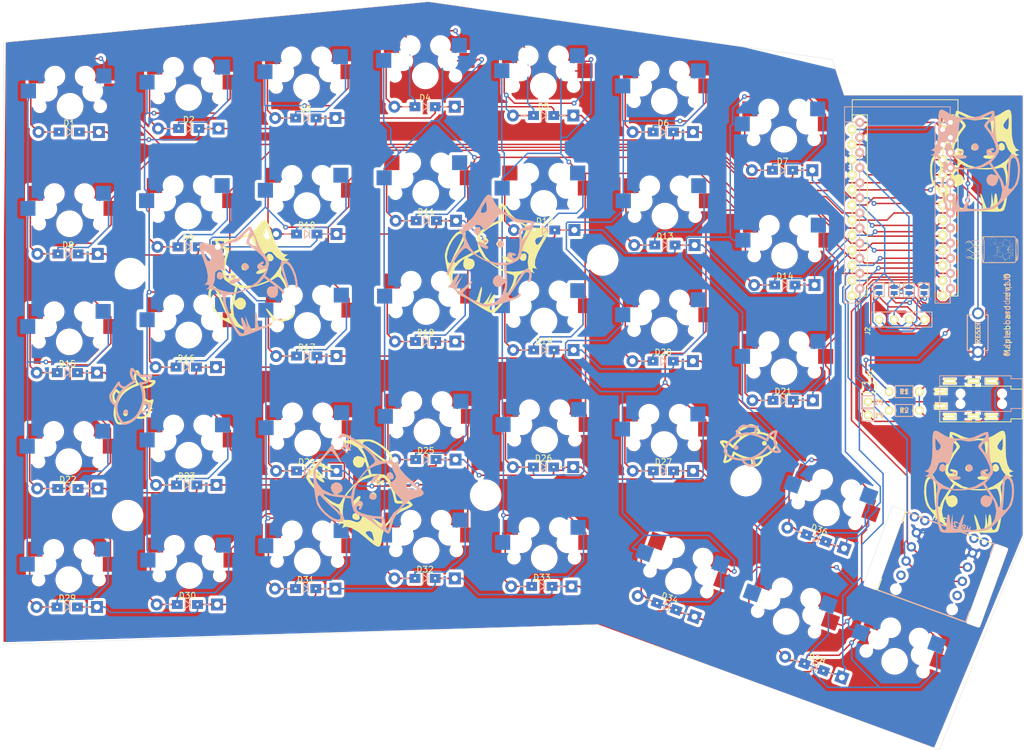
<source format=kicad_pcb>
(kicad_pcb (version 20221018) (generator pcbnew)
  (title_block (title "mapleBoard") (date "2023-12-01") (rev "1.0"))
  (layers (0 "F.Cu" signal) (31 "B.Cu" signal) (34 "B.Paste" user) (35 "F.Paste" user) (36 "B.SilkS" user "B.Silkscreen") (37 "F.SilkS" user "F.Silkscreen") (38 "B.Mask" user) (39 "F.Mask" user) (44 "Edge.Cuts" user))
  (net 0 "")
  (net 1 "row0")
  (net 2 "Net-(D1-A)")
  (net 3 "Net-(D2-A)")
  (net 4 "Net-(D3-A)")
  (net 5 "Net-(D4-A)")
  (net 6 "Net-(D5-A)")
  (net 7 "Net-(D6-A)")
  (net 8 "Net-(D7-A)")
  (net 9 "row1")
  (net 10 "Net-(D8-A)")
  (net 11 "Net-(D9-A)")
  (net 12 "Net-(D10-A)")
  (net 13 "Net-(D11-A)")
  (net 14 "Net-(D12-A)")
  (net 15 "Net-(D13-A)")
  (net 16 "Net-(D14-A)")
  (net 17 "row2")
  (net 18 "Net-(D15-A)")
  (net 19 "Net-(D16-A)")
  (net 20 "Net-(D17-A)")
  (net 21 "Net-(D18-A)")
  (net 22 "Net-(D19-A)")
  (net 23 "Net-(D20-A)")
  (net 24 "Net-(D21-A)")
  (net 25 "row3")
  (net 26 "Net-(D22-A)")
  (net 27 "Net-(D23-A)")
  (net 28 "Net-(D24-A)")
  (net 29 "Net-(D25-A)")
  (net 30 "Net-(D26-A)")
  (net 31 "Net-(D27-A)")
  (net 32 "row4")
  (net 33 "Net-(D28-A)")
  (net 34 "Net-(D29-A)")
  (net 35 "Net-(D30-A)")
  (net 36 "Net-(D31-A)")
  (net 37 "Net-(D32-A)")
  (net 38 "Net-(D33-A)")
  (net 39 "Net-(D36-A)")
  (net 40 "GND")
  (net 41 "A")
  (net 42 "B")
  (net 45 "VCC")
  (net 46 "Net-(P1-Pin_1)")
  (net 47 "Net-(P2-Pin_1)")
  (net 48 "DATA")
  (net 49 "col0")
  (net 50 "col1")
  (net 51 "col2")
  (net 52 "col3")
  (net 53 "col4")
  (net 54 "col5")
  (net 55 "col6")
  (net 56 "SDA")
  (net 57 "SCL")
  (net 58 "RESET")
  (net 59 "Net-(D34-A)")
  (net 60 "Net-(J2-P1)")
  (net 61 "Net-(J2-P2)")
  (net 62 "Net-(J2-P3)")
  (net 63 "Net-(J2-P4)")
  (net 64 "unconnected-(U1-RAW-Pad24)")
  (net 65 "unconnected-(U1-TX(PD3)-Pad1)")
  (footprint "Lily58-footprint:MX_Socket_18mm" (layer "F.Cu") (at 179.95 74.98)
    (fp_text reference "MX14" hide)
    (fp_text value "MX_SW_HS" hide)
  )
  (footprint "Lily58-footprint:jumper_data" (layer "F.Cu") (at 194.19 97.19 180)
    (fp_text reference "W1")
    (fp_text value "Jumper" hide)
  )
  (footprint "Lily58-footprint:MX_Socket_18mm" (layer "F.Cu") (at 162.111 129.7737 -20)
    (fp_text reference "MX36" hide)
    (fp_text value "MX_SW_HS" hide)
  )
  (footprint "Lily58-footprint:MX_Socket_18mm" (layer "F.Cu") (at 179.84 55.43)
    (fp_text reference "MX7" hide)
    (fp_text value "MX_SW_HS" hide)
  )
  (footprint "Lily58-footprint:Diode_TH_SOD123" (layer "F.Cu") (at 119.6275 109.3 180)
    (fp_text reference "D25")
    (fp_text value "Diode" hide)
  )
  (footprint "Pictures:calico3" (layer "F.Cu") (at 211 113)
    (fp_text reference "G***" hide)
    (fp_text value "LOGO" hide)
  )
  (footprint "Lily58-footprint:MX_Socket_18mm" (layer "F.Cu") (at 139.61 105.98)
    (fp_text reference "MX26" hide)
    (fp_text value "MX_SW_HS" hide)
  )
  (footprint "Lily58-footprint:Diode_TH_SOD123" (layer "F.Cu") (at 99.5975 111.2 180)
    (fp_text reference "D24")
    (fp_text value "Diode" hide)
  )
  (footprint "Lily58-footprint:MX_Socket_18mm" (layer "F.Cu") (at 198.4694 143.2324 -20)
    (fp_text reference "MX37" hide)
    (fp_text value "MX_SW_HS" hide)
  )
  (footprint "Lily58-footprint:Diode_TH_SOD123" (layer "F.Cu") (at 139.4775 90.88 180)
    (fp_text reference "D19")
    (fp_text value "Diode" hide)
  )
  (footprint "Lily58-footprint:MX_Socket_18mm" (layer "F.Cu") (at 159.74 49.03)
    (fp_text reference "MX6" hide)
    (fp_text value "MX_SW_HS" hide)
  )
  (footprint "Pictures:fish" (layer "F.Cu") (at 70.24 99.25 -120)
    (fp_text reference "G***" hide)
    (fp_text value "LOGO" hide)
  )
  (footprint "Lily58-footprint:Diode_TH_SOD123" (layer "F.Cu") (at 159.8375 73.22 180)
    (fp_text reference "D13")
    (fp_text value "Diode" hide)
  )
  (footprint "Lily58-footprint:MX_Socket_18mm" (layer "F.Cu") (at 59.69 69.63)
    (fp_text reference "MX8" hide)
    (fp_text value "MX_SW_HS" hide)
  )
  (footprint "Lily58-footprint:Diode_TH_SOD123" (layer "F.Cu") (at 184.91 144.23 160)
    (fp_text reference "D28")
    (fp_text value "Diode" hide)
  )
  (footprint "Lily58-footprint:Diode_TH_SOD123" (layer "F.Cu") (at 119.7075 69.13 180)
    (fp_text reference "D11")
    (fp_text value "Diode" hide)
  )
  (footprint "ergo:RollerEncoder_Panasonic_EVQWGD001" (layer "F.Cu") (at 206.1329 127.1006 -20)
    (fp_text reference "HRE1")
    (fp_text value "~")
    (fp_line (start 7.4 -6.3) (end 7.4 7.3) (stroke (width 0.05)) (layer "Edge.Cuts"))
    (fp_line (start 7.7 7.6) (end 9.5 7.6) (stroke (width 0.05)) (layer "Edge.Cuts"))
    (fp_line (start 9.5 -6.6) (end 7.7 -6.6) (stroke (width 0.05)) (layer "Edge.Cuts"))
    (fp_line (start 9.8 7.3) (end 9.8 -6.3) (stroke (width 0.05)) (layer "Edge.Cuts"))
    (fp_arc (start 7.4 -6.3) (mid 7.487868 -6.512132) (end 7.7 -6.6) (stroke (width 0.05)) (layer "Edge.Cuts"))
    (fp_arc (start 7.7 7.6) (mid 7.487868 7.512132) (end 7.4 7.3) (stroke (width 0.05)) (layer "Edge.Cuts"))
    (fp_arc (start 9.5 -6.6) (mid 9.712132 -6.512132) (end 9.8 -6.3) (stroke (width 0.05)) (layer "Edge.Cuts"))
    (fp_arc (start 9.8 7.3) (mid 9.712132 7.512132) (end 9.5 7.6) (stroke (width 0.05)) (layer "Edge.Cuts"))
  )
  (footprint "Lily58-footprint:Jumper" (layer "F.Cu") (at 198.4 80.78 90)
    (fp_text reference "JP2" hide)
    (fp_text value "Device:Jumper_NO_Small" hide)
  )
  (footprint "Lily58-footprint:HOLE_M2_TH" (layer "F.Cu") (at 149.38 75.75)
    (fp_text reference "H2" hide)
    (fp_text value "HOLE" hide)
  )
  (footprint "Lily58-footprint:Diode_TH_SOD123" (layer "F.Cu") (at 79.7475 53.62 180)
    (fp_text reference "D2")
    (fp_text value "Diode" hide)
  )
  (footprint "Pictures:fish" (layer "F.Cu") (at 174.04 107.21 10)
    (fp_text reference "G***" hide)
    (fp_text value "LOGO" hide)
  )
  (footprint "Lily58-footprint:HOLE_M2_TH" (layer "F.Cu") (at 173.47 112.86)
    (fp_text reference "H5" hide)
    (fp_text value "HOLE" hide)
  )
  (footprint "Pictures:calico3" (layer "F.Cu") (at 212 59)
    (fp_text reference "G***" hide)
    (fp_text value "LOGO" hide)
  )
  (footprint "Lily58-footprint:MX_Socket_18mm" (layer "F.Cu") (at 139.54 125.82)
    (fp_text reference "MX33" hide)
    (fp_text value "MX_SW_HS" hide)
  )
  (footprint "Lily58-footprint:MX_Socket_18mm" (layer "F.Cu") (at 179.88 94.53)
    (fp_text reference "MX21" hide)
    (fp_text value "MX_SW_HS" hide)
  )
  (footprint "Lily58-footprint:Diode_TH_SOD123" (layer "F.Cu") (at 139.1375 130.63 180)
    (fp_text reference "D33")
    (fp_text value "Diode" hide)
  )
  (footprint "Lily58-footprint:MX_Socket_18mm" (layer "F.Cu") (at 139.49 86)
    (fp_text reference "MX19" hide)
    (fp_text value "MX_SW_HS" hide)
  )
  (footprint "Lily58-footprint:MX_Socket_18mm" (layer "F.Cu") (at 159.84 68.35)
    (fp_text reference "MX13" hide)
    (fp_text value "MX_SW_HS" hide)
  )
  (footprint "Lily58-footprint:RESISTOR_mini" (layer "F.Cu") (at 200.0925 101.035 180)
    (fp_text reference "R2")
    (fp_text value "R" hide)
  )
  (footprint "Lily58-footprint:Diode_TH_SOD123" (layer "F.Cu") (at 59.33 94.68 180)
    (fp_text reference "D15")
    (fp_text value "Diode" hide)
  )
  (footprint "Lily58-footprint:MX_Socket_18mm" (layer "F.Cu") (at 180.2208 136.528 -20)
    (fp_text reference "MX35" hide)
    (fp_text value "MX_SW_HS" hide)
  )
  (footprint "Lily58-footprint:MX_Socket_18mm" (layer "F.Cu") (at 187.0194 118.2724 -20)
    (fp_text reference "MX28" hide)
    (fp_text value "MX_SW_HS" hide)
  )
  (footprint "Lily58-footprint:MX_Socket_18mm" (layer "F.Cu") (at 99.75 106.52)
    (fp_text reference "MX24" hide)
    (fp_text value "MX_SW_HS" hide)
  )
  (footprint "Lily58-footprint:Jumper" (layer "F.Cu") (at 200.88 80.7996 90)
    (fp_text reference "JP3" hide)
    (fp_text value "Device:Jumper_NO_Small" hide)
  )
  (footprint "Pictures:calico3" (layer "F.Cu") (at 90 79 20)
    (fp_text reference "G***" hide)
    (fp_text value "LOGO" hide)
  )
  (footprint "Lily58-footprint:Diode_TH_SOD123" (layer "F.Cu") (at 79.64 73.52 180)
    (fp_text reference "D9")
    (fp_text value "Diode" hide)
  )
  (footprint "Lily58-footprint:Diode_TH_SOD123" (layer "F.Cu") (at 59.45 74.7 180)
    (fp_text reference "D8")
    (fp_text value "Diode" hide)
  )
  (footprint "Lily58-footprint:MX_Socket_18mm" (layer "F.Cu") (at 99.71 86.75)
    (fp_text reference "MX17" hide)
    (fp_text value "MX_SW_HS" hide)
  )
  (footprint "Lily58-footprint:Diode_TH_SOD123" (layer "F.Cu") (at 179.63 60.63 180)
    (fp_text reference "D7")
    (fp_text value "Diode" hide)
  )
  (footprint "Lily58-footprint:MX_Socket_18mm" (layer "F.Cu") (at 139.4 46.47)
    (fp_text reference "MX5" hide)
    (fp_text value "MX_SW_HS" hide)
  )
  (footprint "Lily58-footprint:MX_Socket_18mm" (layer "F.Cu") (at 119.54 44.75)
    (fp_text reference "MX4" hide)
    (fp_text value "MX_SW_HS" hide)
  )
  (footprint "Lily58-footprint:MX_Socket_18mm" (layer "F.Cu") (at 99.69 126.37)
    (fp_text reference "MX31" hide)
    (fp_text value "MX_SW_HS" hide)
  )
  (footprint "Lily58-footprint:Jumper" (layer "F.Cu") (at 195.84 80.7696 90)
    (fp_text reference "JP1" hide)
    (fp_text value "Device:Jumper_NO_Small" hide)
  )
  (footprint "Lily58-footprint:Diode_TH_SOD123" (layer "F.Cu") (at 119.4975 49.95 180)
    (fp_text reference "D4")
    (fp_text value "Diode" hide)
  )
  (footprint "Lily58-footprint:Diode_TH_SOD123" (layer "F.Cu") (at 79.4075 113.56 180)
    (fp_text reference "D23")
    (fp_text value "Diode" hide)
  )
  (footprint "Lily58-footprint:MX_Socket_18mm" (layer "F.Cu") (at 79.66 68.33)
    (fp_text reference "MX9" hide)
    (fp_text value "MX_SW_HS" hide)
  )
  (footprint "Lily58-footprint:MX_Socket_18mm" (layer "F.Cu") (at 119.69 84.39)
    (fp_text reference "MX18" hide)
    (fp_text value "MX_SW_HS" hide)
  )
  (footprint "Lily58-footprint:MX_Socket_18mm" (layer "F.Cu") (at 139.46 66.22)
    (fp_text reference "MX12" hide)
    (fp_text value "MX_SW_HS" hide)
  )
  (footprint "Lily58-footprint:MX_Socket_18mm" (layer "F.Cu") (at 119.81 104.61)
    (fp_text reference "MX25" hide)
    (fp_text value "MX_SW_HS" hide)
  )
  (footprint "Pictures:calico3" (layer "F.Cu") (at 131 75 -30)
    (fp_text reference "G***" hide)
    (fp_text value "LOGO" hide)
  )
  (footprint "Lily58-footprint:MX_Socket_18mm" (layer "F.Cu") (at 79.74 108.58)
    (fp_text reference "MX23" hide)
    (fp_text value "MX_SW_HS" hide)
  )
  (footprint "Lily58-footprint:Diode_TH_SOD123" (layer "F.Cu") (at 99.5975 91.89 180)
    (fp_text reference "D17")
    (fp_text value "Diode" hide)
  )
  (footprint "Lily58-footprint:Diode_TH_SOD123" (layer "F.Cu") (at 59.41 114.16 180)
    (fp_text reference "D22")
    (fp_text value "Diode" hide)
  )
  (footprint "Lily58-footprint:Diode_TH_SOD123" (layer "F.Cu") (at 159.5475 92.74 180)
    (fp_text reference "D20")
    (fp_text value "Diode" hide)
  )
  (footprint "Lily58-footprint:MX_Socket_18mm" (layer "F.Cu") (at 99.64 66.59)
    (fp_text reference "MX10" hide)
    (fp_text value "MX_SW_HS" hide)
  )
  (footprint "Lily58-footprint:MX_Socket_18mm" (layer "F.Cu") (at 79.87 128.8)
    (fp_text reference "MX30" hide)
    (fp_text value "MX_SW_HS" hide)
  )
  (footprint "Lily58-footprint:Diode_TH_SOD123" (layer "F.Cu") (at 160.12 134.01 160)
    (fp_text reference "D34")
    (fp_text value "Diode" hide)
  )
  (footprint "Lily58-footprint:Diode_TH_SOD123" (layer "F.Cu") (at 180.01 79.94 180)
    (fp_text reference "D14")
    (fp_text value "Diode" hide)
  )
  (footprint "Lily58-footprint:Diode_TH_SOD123" (layer "F.Cu") (at 99.4375 51.85 180)
    (fp_text reference "D3")
    (fp_text value "Diode" hide)
  )
  (footprint "Pictures:cup" (layer "F.Cu") (at 215 74 90)
    (fp_text reference "G***" hide)
    (fp_text value "LOGO" hide)
  )
  (footprint "Lily58-footprint:MX_Socket_18mm" (layer "F.Cu") (at 79.72 48.4)
    (fp_text reference "MX2" hide)
    (fp_text value "MX_SW_HS" hide)
  )
  (footprint "Lily58-footprint:MX_Socket_18mm" (layer "F.Cu") (at 159.7 106.76)
    (fp_text reference "MX27" hide)
    (fp_text value "MX_SW_HS" hide)
  )
  (footprint "Lily58-footprint:Diode_TH_SOD123" (layer "F.Cu") (at 179.72 99.33 180)
    (fp_text reference "D21")
    (fp_text value "Diode" hide)
  )
  (footprint "Lily58-footprint:Diode_TH_SOD123" (layer "F.Cu") (at 59.3075 134.09 180)
    (fp_text reference "D29")
    (fp_text value "Diode" hide)
  )
  (footprint "Lily58-footprint:Diode_TH_SOD123" (layer "F.Cu") (at 79.52 133.67 180)
    (fp_text reference "D30")
    (fp_text value "Diode" hide)
  )
  (footprint "Pictures:calico3" (layer "F.Cu") (at 109 114 -130)
    (fp_text reference "G***" hide)
    (fp_text value "LOGO" hide)
  )
  (footprint "Lily58-footprint:Diode_TH_SOD123" (layer "F.Cu") (at 139.4375 51.43 180)
    (fp_text reference "D5")
    (fp_text value "Diode" hide)
  )
  (footprint "Lily58-footprint:MJ-4PP-9" (layer "F.Cu") (at 218.06 99.95 -90)
    (fp_text reference "J1" hide)
    (fp_text value "MJ-4PP-9" hide)
  )
  (footprint "Lily58-footprint:MX_Socket_18mm" (layer "F.Cu") (at 99.55 46.64)
    (fp_text reference "MX3" hide)
    (fp_text value "MX_SW_HS" hide)
  )
  (footprint "Lily58-footprint:HOLE_M2_TH" (layer "F.Cu") (at 69.95 78.03)
    (fp_text reference "H1" hide)
    (fp_text value "HOLE" hide)
  )
  (footprint "Lily58-footprint:Diode_TH_SOD123" (layer "F.Cu") (at 139.42 110.57 180)
    (fp_text reference "D26")
    (fp_text value "Diode" hide)
  )
  (footprint "Lily58-footprint:1pin_conn" (layer "F.Cu") (at 194.0225 99.565)
    (fp_text reference "P1")
    (fp_text value "i2c_pin" hide)
  )
  (footprint "Lily58-footprint:MX_Socket_18mm" (layer "F.Cu") (at 59.78 49.88)
    (fp_text reference "MX1" hide)
    (fp_text value "MX_SW_HS" hide)
  )
  (footprint "Lily58-footprint:Diode_TH_SOD123" (layer "F.Cu") (at 99.5975 71.36 180)
    (fp_text reference "D10")
    (fp_text value "Diode" hide)
  )
  (footprint "Lily58-footprint:RESISTOR_mini" (layer "F.Cu") (at 200.0925 97.8835 180)
    (fp_text reference "R1")
    (fp_text value "R" hide)
  )
  (footprint "Lily58-footprint:MX_Socket_18mm" (layer "F.Cu") (at 59.57 109.64)
    (fp_text reference "MX22" hide)
    (fp_text value "MX_SW_HS" hide)
  )
  (footprint "Lily58-footprint:Jumper" (layer "F.Cu") (at 203.4 80.7796 90)
    (fp_text reference "JP4" hide)
    (fp_text value "Device:Jumper_NO_Small" hide)
  )
  (footprint "Lily58-footprint:OLED_4Pin" (layer "F.Cu") (at 195.86 85.74)
    (fp_text reference "J2")
    (fp_text value "OLED" hide)
  )
  (footprint "Lily58-footprint:Diode_TH_SOD123" (layer "F.Cu") (at 159.57 54.21 180)
    (fp_text reference "D6")
    (fp_text value "Diode" hide)
  )
  (footprint "Lily58-footprint:MX_Socket_18mm" (layer "F.Cu") (at 119.675 124.58)
    (fp_text reference "MX32" hide)
    (fp_text value "MX_SW_HS" hide)
  )
  (footprint "Lily58-footprint:Diode_TH_SOD123" (layer "F.Cu") (at 139.6075 70.69 180)
    (fp_text reference "D12")
    (fp_text value "Diode" hide)
  )
  (footprint "Lily58-footprint:Diode_TH_SOD123" (layer "F.Cu") (at 59.6375 54.21 180)
    (fp_text reference "D1")
    (fp_text value "Diode" hide)
  )
  (footprint "Lily58-footprint:Diode_TH_SOD123" (layer "F.Cu") (at 185.29 122.52 160)
    (fp_text reference "D36")
    (fp_text value "Diode" hide)
  )
  (footprint "Lily58-footprint:MX_Socket_18mm" (layer "F.Cu") (at 59.57 129.49)
    (fp_text reference "MX29" hide)
    (fp_text value "MX_SW_HS" hide)
  )
  (footprint "Lily58-footprint:HOLE_M2_TH" (layer "F.Cu") (at 129.69 115.3)
    (fp_text reference "H4" hide)
    (fp_text value "HOLE" hide)
  )
  (footprint "Lily58-footprint:Diode_TH_SOD123" (layer "F.Cu") (at 119.4975 129.28 180)
    (fp_text reference "D32")
    (fp_text value "Diode" hide)
  )
  (footprint "Lily58-footprint:MX_Socket_18mm" (layer "F.Cu") (at 119.61 64.48)
    (fp_text reference "MX11" hide)
    (fp_text value "MX_SW_HS" hide)
  )
  (footprint "Lily58-footprint:MX_Socket_18mm" (layer "F.Cu") (at 59.65 89.5)
    (fp_text reference "MX15" hide)
    (fp_text value "MX_SW_HS" hide)
  )
  (footprint "Lily58-footprint:MX_Socket_18mm" (layer "F.Cu") (at 79.74 88.36)
    (fp_text reference "MX16" hide)
    (fp_text value "MX_SW_HS" hide)
  )
  (footprint "Lily58-footprint:Diode_TH_SOD123" (layer "F.Cu") (at 119.5875 89.44 180)
    (fp_text reference "D18")
    (fp_text value "Diode" hide)
  )
  (footprint "Lily58-footprint:Diode_TH_SOD123" (layer "F.Cu") (at 99.41 131.01 180)
    (fp_text reference "D31")
    (fp_text value "Diode" hide)
  )
  (footprint "Lily58-footprint:Diode_TH_SOD123" (layer "F.Cu") (at 79.3275 93.75 180)
    (fp_text reference "D16")
    (fp_text value "Diode" hide)
  )
  (footprint "Lily58-footprint:MX_Socket_18mm" (layer "F.Cu") (at 159.74 87.53)
    (fp_text reference "MX20" hide)
    (fp_text value "MX_SW_HS" hide)
  )
  (footprint "Lily58-footprint:Diode_TH_SOD123" (layer "F.Cu") (at 159.5875 111.2 180)
    (fp_text reference "D27")
    (fp_text value "Diode" hide)
  )
  (footprint "Lily58-footprint:1pin_conn" (layer "F.Cu") (at 194.0325 101.7865)
    (fp_text reference "P2")
    (fp_text value "i2c_pin" hide)
  )
  (footprint "Lily58-footprint:TACT_SWITCH_TVBP06" (layer "F.Cu") (at 212.4962 87.9575 90)
    (fp_text reference "RSW1" hide)
    (fp_text value "SW_RST" hide)
  )
  (footprint "Lily58-footprint:HOLE_M2_TH" (layer "F.Cu") (at 69.47 118.72)
    (fp_text reference "H3" hide)
    (fp_text value "HOLE" hide)
  )
  (footprint "Pictures:cup" (layer "B.Cu") (at 215 74 -90)
    (fp_text reference "G***" hide)
    (fp_text value "LOGO" hide)
  )
  (footprint "Lily58-footprint:ProMicro_rev2" (layer "B.Cu") (at 199.0388 67.3543 180)
    (fp_text reference "U1" hide)
    (fp_text value "ProMicro_2" hide)
  )
  (footprint "Pictures:fish" (layer "B.Cu") (at 70.24 98.9 -110)
    (fp_text reference "G***" hide)
    (fp_text value "LOGO" hide)
  )
  (footprint "Lily58-footprint:Jumper" (layer "B.Cu") (at 203.4 80.78 90)
    (fp_text reference "JP8" hide)
    (fp_text value "Device:Jumper_NO_Small" hide)
  )
  (footprint "Lily58-footprint:Jumper" (layer "B.Cu") (at 198.4 80.78 90)
    (fp_text reference "JP6" hide)
    (fp_text value "Device:Jumper_NO_Small" hide)
  )
  (footprint "Pictures:fish" (layer "B.Cu") (at 174.39 107.03 -170)
    (fp_text reference "G***" hide)
    (fp_text value "LOGO" hide)
  )
  (footprint "Lily58-footprint:Jumper" (layer "B.Cu") (at 195.84 80.77 90)
    (fp_text reference "JP5" hide)
    (fp_text value "Device:Jumper_NO_Small" hide)
  )
  (footprint "ergo:RollerEncoder_Panasonic_EVQWGD001" (layer "B.Cu") (at 205.011 126.666 160)
    (fp_text reference "HRE2")
    (fp_text value "~")
    (fp_line (start 7.4 6.3) (end 7.4 -7.3) (stroke (width 0.05)) (layer "Edge.Cuts"))
    (fp_line (start 7.7 -7.6) (end 9.5 -7.6) (stroke (width 0.05)) (layer "Edge.Cuts"))
    (fp_line (start 9.5 6.6) (end 7.7 6.6) (stroke (width 0.05)) (layer "Edge.Cuts"))
    (fp_line (start 9.8 -7.3) (end 9.8 6.3) (stroke (width 0.05)) (layer "Edge.Cuts"))
    (fp_arc (start 7.4 -7.3) (mid 7.487868 -7.512132) (end 7.7 -7.6) (stroke (width 0.05)) (layer "Edge.Cuts"))
    (fp_arc (start 7.7 6.6) (mid 7.487868 6.512132) (end 7.4 6.3) (stroke (width 0.05)) (layer "Edge.Cuts"))
    (fp_arc (start 9.5 -7.6) (mid 9.712132 -7.512132) (end 9.8 -7.3) (stroke (width 0.05)) (layer "Edge.Cuts"))
    (fp_arc (start 9.8 6.3) (mid 9.712132 6.512132) (end 9.5 6.6) (stroke (width 0.05)) (layer "Edge.Cuts"))
  )
  (footprint "Pictures:calico3" (layer "B.Cu") (at 212 59 180)
    (fp_text reference "G***" hide)
    (fp_text value "LOGO" hide)
  )
  (footprint "Pictures:calico3" (layer "B.Cu") (at 131 75 150)
    (fp_text reference "G***" hide)
    (fp_text value "LOGO" hide)
  )
  (footprint "Pictures:calico3" (layer "B.Cu") (at 109 114 50)
    (fp_text reference "G***" hide)
    (fp_text value "LOGO" hide)
  )
  (footprint "Pictures:calico3" (layer "B.Cu") (at 211 113 180)
    (fp_text reference "G***" hide)
    (fp_text value "LOGO" hide)
  )
  (footprint "Lily58-footprint:Jumper" (layer "B.Cu") (at 200.88 80.8 90)
    (fp_text reference "JP7" hide)
    (fp_text value "Device:Jumper_NO_Small" hide)
  )
  (footprint "Pictures:calico3" (layer "B.Cu") (at 90 79 -160)
    (fp_text reference "G***" hide)
    (fp_text value "LOGO" hide)
  )
  (gr_poly (pts (xy 48.610009 45.861521) (xy 48.5225 140.33728) (xy 148.485181 137.056755) (xy 206.000009 158.116755) (xy 220.195181 122.216755) (xy 220.225181 119.026755) (xy 220.225181 109.416755) (xy 220.195181 107.466755) (xy 220.095181 93.196755) (xy 220.095181 48) (xy 190.000009 48.011521) (xy 188.000009 42.011521) (xy 120.055181 32.266755) (xy 48.670009 39.111521)) (stroke (width 0.05)) (fill none) (layer "Edge.Cuts"))
  (gr_text "Mapleboard rev1.0" (at 217.953499 77.980001 90) (layer "B.SilkS") (effects (font (size 1 1)) (justify left bottom mirror)))
  (gr_text "Mapleboard rev1.0" (at 218 92 90) (layer "F.SilkS") (effects (font (size 1 1)) (justify left bottom)))
  (segment (start 181.047 61.9899) (end 173.683 61.9899) (width 0.25) (layer "F.Cu") (net 1))
  (segment (start 63.3086 54.21) (end 63.3111 54.2125) (width 0.25) (layer "F.Cu") (net 1))
  (segment (start 144.4375 51.4325) (end 145.764 51.4325) (width 0.25) (layer "F.Cu") (net 1))
  (segment (start 63.3111 54.2125) (end 64.6375 54.2125) (width 0.25) (layer "F.Cu") (net 1))
  (segment (start 121.198 49.95) (end 121.1975 49.95) (width 0.25) (layer "F.Cu") (net 1))
  (segment (start 122.424 49.95) (end 122.427 49.9525) (width 0.25) (layer "F.Cu") (net 1))
  (segment (start 165.905 54.2125) (end 164.57 54.2125) (width 0.25) (layer "F.Cu") (net 1))
  (segment (start 145.764 51.4325) (end 149.884 55.5527) (width 0.25) (layer "F.Cu") (net 1))
  (segment (start 149.884 55.5527) (end 161.004 55.5527) (width 0.25) (layer "F.Cu") (net 1))
  (segment (start 173.683 61.9899) (end 165.905 54.2125) (width 0.25) (layer "F.Cu") (net 1))
  (segment (start 161.27 55.2869) (end 161.27 54.21) (width 0.25) (layer "F.Cu") (net 1))
  (segment (start 65.9639 54.2125) (end 67.2373 55.4859) (width 0.25) (layer "F.Cu") (net 1))
  (segment (start 101.138 52.9269) (end 101.138 52.3884) (width 0.25) (layer "F.Cu") (net 1))
  (segment (start 84.7475 53.6225) (end 83.4211 53.6225) (width 0.25) (layer "F.Cu") (net 1))
  (segment (start 181.33 60.63) (end 181.33 61.7069) (width 0.25) (layer "F.Cu") (net 1))
  (segment (start 61.3375 54.21) (end 63.3086 54.21) (width 0.25) (layer "F.Cu") (net 1))
  (segment (start 197.183 69.02) (end 191.32 69.02) (width 0.25) (layer "F.Cu") (net 1))
  (segment (start 101.138 52.3884) (end 101.138 52.3879) (width 0.25) (layer "F.Cu") (net 1))
  (segment (start 181.33 61.7069) (end 181.047 61.9899) (width 0.25) (layer "F.Cu") (net 1))
  (segment (start 141.138 50.3531) (end 141.138 50.8915) (width 0.25) (layer "F.Cu") (net 1))
  (segment (start 207.859 67.8243) (end 207.8588 67.8243) (width 0.25) (layer "F.Cu") (net 1))
  (segment (start 101.138 52.1189) (end 101.138 51.85) (width 0.25) (layer "F.Cu") (net 1))
  (segment (start 102.364 51.85) (end 102.367 51.8525) (width 0.25) (layer "F.Cu") (net 1))
  (segment (start 198.379 67.8243) (end 197.183 69.02) (width 0.25) (layer "F.Cu") (net 1))
  (segment (start 120.372 51.8525) (end 121.198 51.0269) (width 0.25) (layer "F.Cu") (net 1))
  (segment (start 163.244 54.2125) (end 163.241 54.21) (width 0.25) (layer "F.Cu") (net 1))
  (segment (start 183.304 60.6325) (end 183.301 60.63) (width 0.25) (layer "F.Cu") (net 1))
  (segment (start 101.138 52.3879) (end 101.138 52.1189) (width 0.25) (layer "F.Cu") (net 1))
  (segment (start 143.111 51.4325) (end 144.4375 51.4325) (width 0.25) (layer "F.Cu") (net 1))
  (segment (start 101.1375 52.1184) (end 101.1375 51.85) (width 0.25) (layer "F.Cu") (net 1))
  (segment (start 101.138 51.85) (end 102.364 51.85) (width 0.25) (layer "F.Cu") (net 1))
  (segment (start 121.198 50.4879) (end 121.198 49.95) (width 0.25) (layer "F.Cu") (net 1))
  (segment (start 121.198 49.95) (end 122.424 49.95) (width 0.25) (layer "F.Cu") (net 1))
  (segment (start 141.138 51.43) (end 141.1375 51.43) (width 0.25) (layer "F.Cu") (net 1))
  (segment (start 184.63 60.6325) (end 183.304 60.6325) (width 0.25) (layer "F.Cu") (net 1))
  (segment (start 101.138 52.1189) (end 101.138 51.85) (width 0.25) (layer "F.Cu") (net 1))
  (segment (start 141.138 50.8915) (end 141.138 50.892) (width 0.25) (layer "F.Cu") (net 1))
  (segment (start 84.7475 53.6225) (end 100.442 53.6225) (width 0.25) (layer "F.Cu") (net 1))
  (segment (start 164.57 54.2125) (end 163.244 54.2125) (width 0.25) (layer "F.Cu") (net 1))
  (segment (start 207.8588 67.8243) (end 198.379 67.8243) (width 0.25) (layer "F.Cu") (net 1))
  (segment (start 141.138 50.8915) (end 141.138 50.892) (width 0.25) (layer "F.Cu") (net 1))
  (segment (start 104.4375 51.8525) (end 120.372 51.8525) (width 0.25) (layer "F.Cu") (net 1))
  (segment (start 100.442 53.6225) (end 101.138 52.9269) (width 0.25) (layer "F.Cu") (net 1))
  (segment (start 141.138 51.43) (end 143.109 51.43) (width 0.25) (layer "F.Cu") (net 1))
  (segment (start 122.427 49.9525) (end 124.4975 49.9525) (width 0.25) (layer "F.Cu") (net 1))
  (segment (start 121.198 50.4879) (end 121.198 49.95) (width 0.25) (layer "F.Cu") (net 1))
  (segment (start 141.138 50.892) (end 141.138 51.43) (width 0.25) (layer "F.Cu") (net 1))
  (segment (start 141.138 50.892) (end 141.138 51.43) (width 0.25) (layer "F.Cu") (net 1))
  (segment (start 83.4186 53.62) (end 81.4475 53.62) (width 0.25) (layer "F.Cu") (net 1))
  (segment (start 102.367 51.8525) (end 104.4375 51.8525) (width 0.25) (layer "F.Cu") (net 1))
  (segment (start 183.301 60.63) (end 181.33 60.63) (width 0.25) (layer "F.Cu") (net 1))
  (segment (start 101.138 52.1189) (end 101.1375 52.1184) (width 0.25) (layer "F.Cu") (net 1))
  (segment (start 101.138 52.3879) (end 101.138 52.1189) (width 0.25) (layer "F.Cu") (net 1))
  (segment (start 161.004 55.5527) (end 161.27 55.2869) (width 0.25) (layer "F.Cu") (net 1))
  (segment (start 163.241 54.21) (end 161.27 54.21) (width 0.25) (layer "F.Cu") (net 1))
  (segment (start 121.198 50.4884) (end 121.198 50.4879) (width 0.25) (layer "F.Cu") (net 1))
  (segment (start 67.2373 55.4859) (end 73.0414 55.4859) (width 0.25) (layer "F.Cu") (net 1))
  (segment (start 143.109 51.43) (end 143.111 51.4325) (width 0.25) (layer "F.Cu") (net 1))
  (segment (start 140.737 49.9525) (end 141.138 50.3531) (width 0.25) (layer "F.Cu") (net 1))
  (segment (start 101.138 52.3884) (end 101.138 52.3879) (width 0.25) (layer "F.Cu") (net 1))
  (segment (start 124.4975 49.9525) (end 140.737 49.9525) (width 0.25) (layer "F.Cu") (net 1))
  (segment (start 83.4211 53.6225) (end 83.4186 53.62) (width 0.25) (layer "F.Cu") (net 1))
  (segment (start 64.6375 54.2125) (end 65.9639 54.2125) (width 0.25) (layer "F.Cu") (net 1))
  (segment (start 121.198 50.4884) (end 121.198 50.4879) (width 0.25) (layer "F.Cu") (net 1))
  (segment (start 121.198 51.0269) (end 121.198 50.4884) (width 0.25) (layer "F.Cu") (net 1))
  (via (at 73.0414 55.4859) (size 0.8) (drill 0.4) (layers "F.Cu" "B.Cu") (net 1))
  (segment (start 184.63 62.33) (end 184.63 60.6325) (width 0.25) (layer "B.Cu") (net 1))
  (segment (start 81.4475 54.6969) (end 80.6585 55.4859) (width 0.25) (layer "B.Cu") (net 1))
  (segment (start 191.32 69.02) (end 184.63 62.33) (width 0.25) (layer "B.Cu") (net 1))
  (segment (start 80.6585 55.4859) (end 73.0414 55.4859) (width 0.25) (layer "B.Cu") (net 1))
  (segment (start 81.4475 53.62) (end 81.4475 54.6969) (width 0.25) (layer "B.Cu") (net 1))
  (segment (start 53.1816 45.6584) (end 54.08 44.76) (width 0.25) (layer "F.Cu") (net 2))
  (segment (start 57.9375 54.21) (end 56.7106 54.21) (width 0.25) (layer "F.Cu") (net 2))
  (segment (start 56.7081 54.2125) (end 54.4775 54.2125) (width 0.25) (layer "F.Cu") (net 2))
  (segment (start 53.1816 52.9166) (end 53.1816 45.6584) (width 0.25) (layer "F.Cu") (net 2))
  (segment (start 56.7106 54.21) (end 56.7081 54.2125) (width 0.25) (layer "F.Cu") (net 2))
  (segment (start 55.4031 41.86) (end 64.9486 41.86) (width 0.25) (layer "F.Cu") (net 2))
  (segment (start 54.08 43.1831) (end 55.4031 41.86) (width 0.25) (layer "F.Cu") (net 2))
  (segment (start 54.08 44.76) (end 54.08 43.1831) (width 0.25) (layer "F.Cu") (net 2))
  (segment (start 54.4775 54.2125) (end 53.1816 52.9166) (width 0.25) (layer "F.Cu") (net 2))
  (via (at 64.9486 41.86) (size 0.8) (drill 0.4) (layers "F.Cu" "B.Cu") (net 2))
  (segment (start 65.48 42.3914) (end 64.9486 41.86) (width 0.25) (layer "B.Cu") (net 2))
  (segment (start 65.48 44.76) (end 65.48 42.3914) (width 0.25) (layer "B.Cu") (net 2))
  (segment (start 74.5875 53.62) (end 73.1525 52.185) (width 0.25) (layer "F.Cu") (net 3))
  (segment (start 74.5875 53.62) (end 78.0475 53.62) (width 0.25) (layer "F.Cu") (net 3))
  (segment (start 73.1525 44.1475) (end 74.02 43.28) (width 0.25) (layer "F.Cu") (net 3))
  (segment (start 73.1525 52.185) (end 73.1525 44.1475) (width 0.25) (layer "F.Cu") (net 3))
  (segment (start 74.5875 53.6225) (end 74.5875 53.62) (width 0.25) (layer "F.Cu") (net 3))
  (segment (start 78.0475 53.62) (end 78.0475 52.5431) (width 0.25) (layer "B.Cu") (net 3))
  (segment (start 78.0475 52.5431) (end 82.7492 52.5431) (width 0.25) (layer "B.Cu") (net 3))
  (segment (start 82.7492 52.5431) (end 86.2803 49.012) (width 0.25) (layer "B.Cu") (net 3))
  (segment (start 86.2803 49.012) (end 86.2803 44.1403) (width 0.25) (layer "B.Cu") (net 3))
  (segment (start 86.2803 44.1403) (end 85.42 43.28) (width 0.25) (layer "B.Cu") (net 3))
  (segment (start 92.9767 42.3933) (end 93.85 41.52) (width 0.25) (layer "F.Cu") (net 4))
  (segment (start 94.2775 51.85) (end 97.7375 51.85) (width 0.25) (layer "F.Cu") (net 4))
  (segment (start 94.2775 51.85) (end 92.9767 50.5492) (width 0.25) (layer "F.Cu") (net 4))
  (segment (start 94.2775 51.8525) (end 94.2775 51.85) (width 0.25) (layer "F.Cu") (net 4))
  (segment (start 92.9767 50.5492) (end 92.9767 42.3933) (width 0.25) (layer "F.Cu") (net 4))
  (segment (start 106.116 42.386) (end 105.25 41.52) (width 0.25) (layer "B.Cu") (net 4))
  (segment (start 97.7375 51.85) (end 97.7375 50.7731) (width 0.25) (layer "B.Cu") (net 4))
  (segment (start 102.59 50.7731) (end 106.116 47.2475) (width 0.25) (layer "B.Cu") (net 4))
  (segment (start 106.116 47.2475) (end 106.116 42.386) (width 0.25) (layer "B.Cu") (net 4))
  (segment (start 97.7375 50.7731) (end 102.59 50.7731) (width 0.25) (layer "B.Cu") (net 4))
  (segment (start 113.6649 39.455) (end 113.45 39.67) (width 0.25) (layer "F.Cu") (net 5))
  (segment (start 114.3375 49.9525) (end 112.9458 48.5608) (width 0.25) (layer "F.Cu") (net 5))
  (segment (start 114.238 38.8815) (end 113.6649 39.455) (width 0.25) (layer "F.Cu") (net 5))
  (segment (start 115.2 39.67) (end 115.2 38.8815) (width 0.25) (layer "F.Cu") (net 5))
  (segment (start 116.4945 37.1789) (end 124.6066 37.1789) (width 0.25) (layer "F.Cu") (net 5))
  (segment (start 116.568 49.9525) (end 116.571 49.95) (width 0.25) (layer "F.Cu") (net 5))
  (segment (start 116.571 49.95) (end 117.7975 49.95) (width 0.25) (layer "F.Cu") (net 5))
  (segment (start 113.8399 39.63) (end 113.6649 39.455) (width 0.25) (layer "F.Cu") (net 5))
  (segment (start 116.212 38.0931) (end 115.5803 38.0931) (width 0.25) (layer "F.Cu") (net 5))
  (segment (start 112.9458 40.5242) (end 113.84 39.63) (width 0.25) (layer "F.Cu") (net 5))
  (segment (start 117.7975 49.95) (end 117.798 49.95) (width 0.25) (layer "F.Cu") (net 5))
  (segment (start 113.84 39.63) (end 113.8399 39.63) (width 0.25) (layer "F.Cu") (net 5))
  (segment (start 115.5803 38.0931) (end 115.2 38.0931) (width 0.25) (layer "F.Cu") (net 5))
  (segment (start 117 39.67) (end 117 38.8815) (width 0.25) (layer "F.Cu") (net 5))
  (segment (start 117 38.8815) (end 116.212 38.0931) (width 0.25) (layer "F.Cu") (net 5))
  (segment (start 112.9458 48.5608) (end 112.9458 40.5242) (width 0.25) (layer "F.Cu") (net 5))
  (segment (start 115.2 38.8815) (end 114.238 38.8815) (width 0.25) (layer "F.Cu") (net 5))
  (segment (start 115.5803 38.0931) (end 116.4945 37.1789) (width 0.25) (layer "F.Cu") (net 5))
  (segment (start 114.338 49.9525) (end 116.568 49.9525) (width 0.25) (layer "F.Cu") (net 5))
  (segment (start 115.2 38.0931) (end 115.2 38.8815) (width 0.25) (layer "F.Cu") (net 5))
  (segment (start 114.338 49.9525) (end 114.3375 49.9525) (width 0.25) (layer "F.Cu") (net 5))
  (via (at 124.6066 37.1789) (size 0.8) (drill 0.4) (layers "F.Cu" "B.Cu") (net 5))
  (segment (start 117.7975 49.1428) (end 117.7975 49.95) (width 0.25) (layer "B.Cu") (net 5))
  (segment (start 116.901 47.9767) (end 117.798 48.8731) (width 0.25) (layer "B.Cu") (net 5))
  (segment (start 117.798 48.8731) (end 117.798 49.1423) (width 0.25) (layer "B.Cu") (net 5))
  (segment (start 124.6066 37.1789) (end 124.6066 37.4197) (width 0.25) (layer "B.Cu") (net 5))
  (segment (start 117 39.67) (end 116.901 39.7689) (width 0.25) (layer "B.Cu") (net 5))
  (segment (start 117.798 49.1423) (end 117.798 49.4115) (width 0.25) (layer "B.Cu") (net 5))
  (segment (start 116.901 39.7689) (end 116.901 47.9767) (width 0.25) (layer "B.Cu") (net 5))
  (segment (start 125.24 39.63) (end 125.24 38.0531) (width 0.25) (layer "B.Cu") (net 5))
  (segment (start 117.798 49.1423) (end 117.7975 49.1428) (width 0.25) (layer "B.Cu") (net 5))
  (segment (start 124.6066 37.4197) (end 125.24 38.0531) (width 0.25) (layer "B.Cu") (net 5))
  (segment (start 135.06 40.6015) (end 134.098 40.6015) (width 0.25) (layer "F.Cu") (net 6))
  (segment (start 134.5322 49.369) (end 133.1566 47.9934) (width 0.25) (layer "F.Cu") (net 6))
  (segment (start 144.5569 49.369) (end 134.5322 49.369) (width 0.25) (layer "F.Cu") (net 6))
  (segment (start 134.278 51.4325) (end 136.508 51.4325) (width 0.25) (layer "F.Cu") (net 6))
  (segment (start 132.8036 47.6404) (end 133.1566 47.9934) (width 0.25) (layer "F.Cu") (net 6))
  (segment (start 133.7 41.35) (end 132.8036 42.2464) (width 0.25) (layer "F.Cu") (net 6))
  (segment (start 132.8036 42.2464) (end 132.8036 47.6404) (width 0.25) (layer "F.Cu") (net 6))
  (segment (start 136.86 40.6015) (end 136.072 39.8131) (width 0.25) (layer "F.Cu") (net 6))
  (segment (start 134.098 40.6015) (end 133.5249 41.175) (width 0.25) (layer "F.Cu") (net 6))
  (segment (start 136.508 51.4325) (end 136.511 51.43) (width 0.25) (layer "F.Cu") (net 6))
  (segment (start 136.072 39.8131) (end 135.06 39.8131) (width 0.25) (layer "F.Cu") (net 6))
  (segment (start 136.86 41.39) (end 136.86 40.6015) (width 0.25) (layer "F.Cu") (net 6))
  (segment (start 133.7 41.35) (end 133.6999 41.35) (width 0.25) (layer "F.Cu") (net 6))
  (segment (start 135.06 39.8131) (end 135.06 40.6015) (width 0.25) (layer "F.Cu") (net 6))
  (segment (start 133.5249 41.175) (end 133.31 41.39) (width 0.25) (layer "F.Cu") (net 6))
  (segment (start 137.7375 51.43) (end 137.738 51.43) (width 0.25) (layer "F.Cu") (net 6))
  (segment (start 133.6999 41.35) (end 133.5249 41.175) (width 0.25) (layer "F.Cu") (net 6))
  (segment (start 136.511 51.43) (end 137.7375 51.43) (width 0.25) (layer "F.Cu") (net 6))
  (segment (start 134.278 51.4325) (end 134.2775 51.4325) (width 0.25) (layer "F.Cu") (net 6))
  (segment (start 135.06 41.39) (end 135.06 40.6015) (width 0.25) (layer "F.Cu") (net 6))
  (via (at 133.1566 47.9934) (size 0.8) (drill 0.4) (layers "F.Cu" "B.Cu") (net 6))
  (via (at 144.5569 49.369) (size 0.8) (drill 0.4) (layers "F.Cu" "B.Cu") (net 6))
  (segment (start 133.1566 50.3116) (end 133.1566 47.9934) (width 0.25) (layer "B.Cu") (net 6))
  (segment (start 136.761 49.3767) (end 137.738 50.3531) (width 0.25) (layer "B.Cu") (net 6))
  (segment (start 137.738 50.6223) (end 137.738 50.8915) (width 0.25) (layer "B.Cu") (net 6))
  (segment (start 145.983 47.9429) (end 144.5569 49.369) (width 0.25) (layer "B.Cu") (net 6))
  (segment (start 136.761 41.4889) (end 136.761 49.3767) (width 0.25) (layer "B.Cu") (net 6))
  (segment (start 137.738 50.3531) (end 137.738 50.6223) (width 0.25) (layer "B.Cu") (net 6))
  (segment (start 145.983 42.233) (end 145.983 47.9429) (width 0.25) (layer "B.Cu") (net 6))
  (segment (start 137.738 50.6223) (end 137.7375 50.6228) (width 0.25) (layer "B.Cu") (net 6))
  (segment (start 134.2775 51.4325) (end 133.1566 50.3116) (width 0.25) (layer "B.Cu") (net 6))
  (segment (start 137.7375 50.6228) (end 137.7375 51.43) (width 0.25) (layer "B.Cu") (net 6))
  (segment (start 145.1 41.35) (end 145.983 42.233) (width 0.25) (layer "B.Cu") (net 6))
  (segment (start 136.86 41.39) (end 136.761 41.4889) (width 0.25) (layer "B.Cu") (net 6))
  (segment (start 153.157 44.7931) (end 154.04 43.91) (width 0.25) (layer "F.Cu") (net 7))
  (segment (start 154.41 54.2125) (end 153.157 52.9594) (width 0.25) (layer "F.Cu") (net 7))
  (segment (start 154.41 54.2125) (end 156.641 54.2125) (width 0.25) (layer "F.Cu") (net 7))
  (segment (start 156.643 54.21) (end 157.87 54.21) (width 0.25) (layer "F.Cu") (net 7))
  (segment (start 156.641 54.2125) (end 156.643 54.21) (width 0.25) (layer "F.Cu") (net 7))
  (segment (start 153.157 52.9594) (end 153.157 44.7931) (width 0.25) (layer "F.Cu") (net 7))
  (segment (start 157.87 53.1331) (end 162.825 53.1331) (width 0.25) (layer "B.Cu") (net 7))
  (segment (start 166.298 44.7683) (end 165.44 43.91) (width 0.25) (layer "B.Cu") (net 7))
  (segment (start 166.298 49.6594) (end 166.298 44.7683) (width 0.25) (layer "B.Cu") (net 7))
  (segment (start 162.825 53.1331) (end 166.298 49.6594) (width 0.25) (layer "B.Cu") (net 7))
  (segment (start 157.87 54.21) (end 157.87 53.1331) (width 0.25) (layer "B.Cu") (net 7))
  (segment (start 174.47 60.63) (end 177.93 60.63) (width 0.25) (layer "F.Cu") (net 8))
  (segment (start 173.257 59.4168) (end 173.257 51.1932) (width 0.25) (layer "F.Cu") (net 8))
  (segment (start 173.257 51.1932) (end 174.14 50.31) (width 0.25) (layer "F.Cu") (net 8))
  (segment (start 174.47 60.63) (end 173.257 59.4168) (width 0.25) (layer "F.Cu") (net 8))
  (segment (start 174.47 60.6325) (end 174.47 60.63) (width 0.25) (layer "F.Cu") (net 8))
  (segment (start 182.9 59.5531) (end 186.44 56.0125) (width 0.25) (layer "B.Cu") (net 8))
  (segment (start 177.93 59.5531) (end 182.9 59.5531) (width 0.25) (layer "B.Cu") (net 8))
  (segment (start 186.44 51.2102) (end 185.54 50.31) (width 0.25) (layer "B.Cu") (net 8))
  (segment (start 177.93 60.63) (end 177.93 59.5531) (width 0.25) (layer "B.Cu") (net 8))
  (segment (start 186.44 56.0125) (end 186.44 51.2102) (width 0.25) (layer "B.Cu") (net 8))
  (segment (start 183.681 79.94) (end 181.71 79.94) (width 0.25) (layer "F.Cu") (net 9))
  (segment (start 162.767 73.2225) (end 164.8375 73.2225) (width 0.25) (layer "F.Cu") (net 9))
  (segment (start 120.252 71.3625) (end 104.598 71.3625) (width 0.25) (layer "F.Cu") (net 9))
  (segment (start 124.708 69.1325) (end 124.7075 69.1325) (width 0.25) (layer "F.Cu") (net 9))
  (segment (start 161.538 73.22) (end 161.5375 73.22) (width 0.25) (layer "F.Cu") (net 9))
  (segment (start 205.246 70.9706) (end 195.208 70.9706) (width 0.25) (layer "F.Cu") (net 9))
  (segment (start 81.34 73.52) (end 82.5669 73.52) (width 0.25) (layer "F.Cu") (net 9))
  (segment (start 124.7075 69.1325) (end 122.637 69.1325) (width 0.25) (layer "F.Cu") (net 9))
  (segment (start 121.408 69.6684) (end 121.408 70.2069) (width 0.25) (layer "F.Cu") (net 9))
  (segment (start 142.537 70.6925) (end 144.6075 70.6925) (width 0.25) (layer "F.Cu") (net 9))
  (segment (start 142.534 70.69) (end 142.537 70.6925) (width 0.25) (layer "F.Cu") (net 9))
  (segment (start 122.021 69.13) (end 121.408 69.13) (width 0.25) (layer "F.Cu") (net 9))
  (segment (start 122.634 69.13) (end 122.021 69.13) (width 0.25) (layer "F.Cu") (net 9))
  (segment (start 185.01 79.9425) (end 183.684 79.9425) (width 0.25) (layer "F.Cu") (net 9))
  (segment (start 63.1236 74.7025) (end 63.1211 74.7) (width 0.25) (layer "F.Cu") (net 9))
  (segment (start 144.6075 70.6925) (end 144.608 70.6925) (width 0.25) (layer "F.Cu") (net 9))
  (segment (start 141.308 71.2284) (end 141.308 71.2279) (width 0.25) (layer "F.Cu") (net 9))
  (segment (start 121.4075 69.6679) (end 121.4075 69.13) (width 0.25) (layer "F.Cu") (net 9))
  (segment (start 81.049 74.8879) (end 65.9618 74.8879) (width 0.25) (layer "F.Cu") (net 9))
  (segment (start 81.34 74.5969) (end 81.049 74.8879) (width 0.25) (layer "F.Cu") (net 9))
  (segment (start 65.9618 74.8879) (end 65.7764 74.7025) (width 0.25) (layer "F.Cu") (net 9))
  (segment (start 141.051 72.023) (end 141.308 71.7669) (width 0.25) (layer "F.Cu") (net 9))
  (segment (start 164.8375 73.2225) (end 164.838 73.2225) (width 0.25) (layer "F.Cu") (net 9))
  (segment (start 205.853 70.3643) (end 205.246 70.9706) (width 0.25) (layer "F.Cu") (net 9))
  (segment (start 64.45 74.7025) (end 63.1236 74.7025) (width 0.25) (layer "F.Cu") (net 9))
  (segment (start 63.1211 74.7) (end 61.15 74.7) (width 0.25) (layer "F.Cu") (net 9))
  (segment (start 82.5694 73.5225) (end 84.64 73.5225) (width 0.25) (layer "F.Cu") (net 9))
  (segment (start 104.598 71.3625) (end 104.5975 71.3625) (width 0.25) (layer "F.Cu") (net 9))
  (segment (start 141.308 70.69) (end 141.3075 70.69) (width 0.25) (layer "F.Cu") (net 9))
  (segment (start 121.408 70.2069) (end 120.252 71.3625) (width 0.25) (layer "F.Cu") (net 9))
  (segment (start 121.408 69.13) (end 121.408 69.6684) (width 0.25) (layer "F.Cu") (net 9))
  (segment (start 141.308 71.2284) (end 141.308 71.2279) (width 0.25) (layer "F.Cu") (net 9))
  (segment (start 82.5669 73.52) (end 82.5694 73.5225) (width 0.25) (layer "F.Cu") (net 9))
  (segment (start 65.7764 74.7025) (end 64.45 74.7025) (width 0.25) (layer "F.Cu") (net 9))
  (segment (start 183.684 79.9425) (end 183.681 79.94) (width 0.25) (layer "F.Cu") (net 9))
  (segment (start 162.764 73.22) (end 162.767 73.2225) (width 0.25) (layer "F.Cu") (net 9))
  (segment (start 207.859 70.3643) (end 207.8588 70.3643) (width 0.25) (layer "F.Cu") (net 9))
  (segment (start 122.637 69.1325) (end 122.634 69.13) (width 0.25) (layer "F.Cu") (net 9))
  (segment (start 121.408 69.6684) (end 121.4075 69.6679) (width 0.25) (layer "F.Cu") (net 9))
  (segment (start 207.8588 70.3643) (end 205.853 70.3643) (width 0.25) (layer "F.Cu") (net 9))
  (segment (start 141.308 71.2279) (end 141.308 70.69) (width 0.25) (layer "F.Cu") (net 9))
  (segment (start 122.021 69.13) (end 121.408 69.13) (width 0.25) (layer "F.Cu") (net 9))
  (segment (start 141.308 70.69) (end 142.534 70.69) (width 0.25) (layer "F.Cu") (net 9))
  (segment (start 141.308 71.2279) (end 141.308 70.69) (width 0.25) (layer "F.Cu") (net 9))
  (segment (start 128.924 72.023) (end 141.051 72.023) (width 0.25) (layer "F.Cu") (net 9))
  (segment (start 81.34 73.52) (end 81.34 74.5969) (width 0.25) (layer "F.Cu") (net 9))
  (segment (start 161.538 73.22) (end 162.764 73.22) (width 0.25) (layer "F.Cu") (net 9))
  (segment (start 141.308 71.7669) (end 141.308 71.2284) (width 0.25) (layer "F.Cu") (net 9))
  (via (at 128.924 72.023) (size 0.8) (drill 0.4) (layers "F.Cu" "B.Cu") (net 9))
  (via (at 195.208 70.9706) (size 0.8) (drill 0.4) (layers "F.Cu" "B.Cu") (net 9))
  (segment (start 126.034 69.1325) (end 128.924 72.023) (width 0.25) (layer "B.Cu") (net 9))
  (segment (start 101.298 72.4369) (end 101.298 71.8984) (width 0.25) (layer "B.Cu") (net 9))
  (segment (start 124.708 69.1325) (end 126.034 69.1325) (width 0.25) (layer "B.Cu") (net 9))
  (segment (start 185.01 77.87) (end 191.32 71.56) (width 0.25) (layer "B.Cu") (net 9))
  (segment (start 101.298 71.36) (end 102.524 71.36) (width 0.25) (layer "B.Cu") (net 9))
  (segment (start 101.298 71.8979) (end 101.298 71.36) (width 0.25) (layer "B.Cu") (net 9))
  (segment (start 100.212 73.5225) (end 101.298 72.4369) (width 0.25) (layer "B.Cu") (net 9))
  (segment (start 166.164 73.2225) (end 174.221 81.2798) (width 0.25) (layer "B.Cu") (net 9))
  (segment (start 161.538 74.0276) (end 161.5375 74.0271) (width 0.25) (layer "B.Cu") (net 9))
  (segment (start 164.838 73.2225) (end 166.164 73.2225) (width 0.25) (layer "B.Cu") (net 9))
  (segment (start 144.608 70.6925) (end 149.364 70.6925) (width 0.25) (layer "B.Cu") (net 9))
  (segment (start 161.5375 74.0271) (end 161.5375 73.22) (width 0.25) (layer "B.Cu") (net 9))
  (segment (start 181.71 81.0169) (end 181.71 79.94) (width 0.25) (layer "B.Cu") (net 9))
  (segment (start 185.01 79.9425) (end 185.01 77.87) (width 0.25) (layer "B.Cu") (net 9))
  (segment (start 164.838 73.2225) (end 164.8375 73.2225) (width 0.25) (layer "B.Cu") (net 9))
  (segment (start 102.527 71.3625) (end 104.5975 71.3625) (width 0.25) (layer "B.Cu") (net 9))
  (segment (start 194.618 71.56) (end 195.208 70.9706) (width 0.25) (layer "B.Cu") (net 9))
  (segment (start 161.28 74.5542) (end 161.538 74.2969) (width 0.25) (layer "B.Cu") (net 9))
  (segment (start 101.298 71.36) (end 101.2975 71.36) (width 0.25) (layer "B.Cu") (net 9))
  (segment (start 161.538 74.2969) (end 161.538 74.0276) (width 0.25) (layer "B.Cu") (net 9))
  (segment (start 149.364 70.6925) (end 153.225 74.5542) (width 0.25) (layer "B.Cu") (net 9))
  (segment (start 104.5975 71.3625) (end 104.598 71.3625) (width 0.25) (layer "B.Cu") (net 9))
  (segment (start 101.298 71.8984) (end 101.298 71.8979) (width 0.25) (layer "B.Cu") (net 9))
  (segment (start 101.298 71.8979) (end 101.298 71.36) (width 0.25) (layer "B.Cu") (net 9))
  (segment (start 181.447 81.2798) (end 181.71 81.0169) (width 0.25) (layer "B.Cu") (net 9))
  (segment (start 174.221 81.2798) (end 181.447 81.2798) (width 0.25) (layer "B.Cu") (net 9))
  (segment (start 161.538 74.0276) (end 161.538 73.7584) (width 0.25) (layer "B.Cu") (net 9))
  (segment (start 144.608 70.6925) (end 144.6075 70.6925) (width 0.25) (layer "B.Cu") (net 9))
  (segment (start 153.225 74.5542) (end 161.28 74.5542) (width 0.25) (layer "B.Cu") (net 9))
  (segment (start 84.64 73.5225) (end 100.212 73.5225) (width 0.25) (layer "B.Cu") (net 9))
  (segment (start 191.32 71.56) (end 194.618 71.56) (width 0.25) (layer "B.Cu") (net 9))
  (segment (start 101.298 71.8984) (end 101.298 71.8979) (width 0.25) (layer "B.Cu") (net 9))
  (segment (start 102.524 71.36) (end 102.527 71.3625) (width 0.25) (layer "B.Cu") (net 9))
  (segment (start 124.708 69.1325) (end 124.7075 69.1325) (width 0.25) (layer "B.Cu") (net 9))
  (segment (start 53.0969 65.4031) (end 53.99 64.51) (width 0.25) (layer "F.Cu") (net 10))
  (segment (start 54.29 74.7025) (end 53.0969 73.5094) (width 0.25) (layer "F.Cu") (net 10))
  (segment (start 53.0969 73.5094) (end 53.0969 65.4031) (width 0.25) (layer "F.Cu") (net 10))
  (segment (start 56.5231 74.7) (end 56.5206 74.7025) (width 0.25) (layer "F.Cu") (net 10))
  (segment (start 57.75 74.7) (end 56.5231 74.7) (width 0.25) (layer "F.Cu") (net 10))
  (segment (start 56.5206 74.7025) (end 54.29 74.7025) (width 0.25) (layer "F.Cu") (net 10))
  (segment (start 66.2627 70.23) (end 66.2627 65.3827) (width 0.25) (layer "B.Cu") (net 10))
  (segment (start 57.75 74.7) (end 57.75 73.6231) (width 0.25) (layer "B.Cu") (net 10))
  (segment (start 62.8696 73.6231) (end 66.2627 70.23) (width 0.25) (layer "B.Cu") (net 10))
  (segment (start 66.2627 65.3827) (end 65.39 64.51) (width 0.25) (layer "B.Cu") (net 10))
  (segment (start 57.75 73.6231) (end 62.8696 73.6231) (width 0.25) (layer "B.Cu") (net 10))
  (segment (start 77.94 73.52) (end 76.7131 73.52) (width 0.25) (layer "F.Cu") (net 11))
  (segment (start 74.48 73.5225) (end 73.0871 72.1296) (width 0.25) (layer "F.Cu") (net 11))
  (segment (start 73.0871 72.1296) (end 73.0871 64.0829) (width 0.25) (layer "F.Cu") (net 11))
  (segment (start 76.7131 73.52) (end 76.7106 73.5225) (width 0.25) (layer "F.Cu") (net 11))
  (segment (start 73.0871 64.0829) (end 73.96 63.21) (width 0.25) (layer "F.Cu") (net 11))
  (segment (start 76.7106 73.5225) (end 74.48 73.5225) (width 0.25) (layer "F.Cu") (net 11))
  (segment (start 77.94 72.4431) (end 77.94 73.52) (width 0.25) (layer "B.Cu") (net 11))
  (segment (start 86.228 64.078) (end 86.228 68.9443) (width 0.25) (layer "B.Cu") (net 11))
  (segment (start 83.7144 71.4579) (end 78.9252 71.4579) (width 0.25) (layer "B.Cu") (net 11))
  (segment (start 86.228 68.9443) (end 83.7144 71.4579) (width 0.25) (layer "B.Cu") (net 11))
  (segment (start 85.36 63.21) (end 86.228 64.078) (width 0.25) (layer "B.Cu") (net 11))
  (segment (start 78.9252 71.4579) (end 77.94 72.4431) (width 0.25) (layer "B.Cu") (net 11))
  (segment (start 93.0825 62.3275) (end 93.0825 70.005) (width 0.25) (layer "F.Cu") (net 12))
  (segment (start 94.4375 71.36) (end 94.4375 71.3625) (width 0.25) (layer "F.Cu") (net 12))
  (segment (start 93.94 61.47) (end 93.0825 62.3275) (width 0.25) (layer "F.Cu") (net 12))
  (segment (start 93.0825 70.005) (end 94.4375 71.36) (width 0.25) (layer "F.Cu") (net 12))
  (segment (start 94.4375 71.36) (end 97.8975 71.36) (width 0.25) (layer "F.Cu") (net 12))
  (segment (start 106.197 62.3272) (end 105.34 61.47) (width 0.25) (layer "B.Cu") (net 12))
  (segment (start 103.124 70.2831) (end 106.197 67.2096) (width 0.25) (layer "B.Cu") (net 12))
  (segment (start 97.8975 71.36) (end 97.8975 70.2831) (width 0.25) (layer "B.Cu") (net 12))
  (segment (start 97.8975 70.2831) (end 103.124 70.2831) (width 0.25) (layer "B.Cu") (net 12))
  (segment (start 106.197 67.2096) (end 106.197 62.3272) (width 0.25) (layer "B.Cu") (net 12))
  (segment (start 114.548 69.1325) (end 113.025 67.61) (width 0.25) (layer "F.Cu") (net 13))
  (segment (start 115.663 69.1325) (end 115.1055 69.1325) (width 0.25) (layer "F.Cu") (net 13))
  (segment (start 115.663 69.1325) (end 115.1055 69.1325) (width 0.25) (layer "F.Cu") (net 13))
  (segment (start 116.778 69.1325) (end 115.663 69.1325) (width 0.25) (layer "F.Cu") (net 13))
  (segment (start 113.025 60.245) (end 113.91 59.36) (width 0.25) (layer "F.Cu") (net 13))
  (segment (start 113.025 67.61) (end 113.025 60.245) (width 0.25) (layer "F.Cu") (net 13))
  (segment (start 118.0075 69.13) (end 116.781 69.13) (width 0.25) (layer "F.Cu") (net 13))
  (segment (start 116.781 69.13) (end 116.778 69.1325) (width 0.25) (layer "F.Cu") (net 13))
  (segment (start 118.008 69.13) (end 118.0075 69.13) (width 0.25) (layer "F.Cu") (net 13))
  (segment (start 115.1055 69.1325) (end 114.548 69.1325) (width 0.25) (layer "F.Cu") (net 13))
  (segment (start 115.1055 69.1325) (end 114.548 69.1325) (width 0.25) (layer "F.Cu") (net 13))
  (segment (start 114.548 69.1325) (end 114.5475 69.1325) (width 0.25) (layer "F.Cu") (net 13))
  (segment (start 125.31 59.36) (end 126.185 60.235) (width 0.25) (layer "B.Cu") (net 13))
  (segment (start 126.185 60.235) (end 126.185 65.0865) (width 0.25) (layer "B.Cu") (net 13))
  (segment (start 118.008 68.0531) (end 118.008 68.3223) (width 0.25) (layer "B.Cu") (net 13))
  (segment (start 118.0075 68.3228) (end 118.0075 69.13) (width 0.25) (layer "B.Cu") (net 13))
  (segment (start 123.218 68.0531) (end 118.008 68.0531) (width 0.25) (layer "B.Cu") (net 13))
  (segment (start 118.008 68.3223) (end 118.008 68.5915) (width 0.25) (layer "B.Cu") (net 13))
  (segment (start 126.185 65.0865) (end 123.218 68.0531) (width 0.25) (layer "B.Cu") (net 13))
  (segment (start 118.008 68.3223) (end 118.0075 68.3228) (width 0.25) (layer "B.Cu") (net 13))
  (segment (start 134.448 70.6925) (end 134.4475 70.6925) (width 0.25) (layer "F.Cu") (net 14))
  (segment (start 135.563 70.6925) (end 135.0055 70.6925) (width 0.25) (layer "F.Cu") (net 14))
  (segment (start 135.0055 70.6925) (end 134.448 70.6925) (width 0.25) (layer "F.Cu") (net 14))
  (segment (start 137.9075 70.69) (end 136.681 70.69) (width 0.25) (layer "F.Cu") (net 14))
  (segment (start 132.894 61.9662) (end 133.76 61.1) (width 0.25) (layer "F.Cu") (net 14))
  (segment (start 135.563 70.6925) (end 135.0055 70.6925) (width 0.25) (layer "F.Cu") (net 14))
  (segment (start 134.448 70.6925) (end 132.894 69.1388) (width 0.25) (layer "F.Cu") (net 14))
  (segment (start 132.894 69.1388) (end 132.894 61.9662) (width 0.25) (layer "F.Cu") (net 14))
  (segment (start 136.678 70.6925) (end 135.563 70.6925) (width 0.25) (layer "F.Cu") (net 14))
  (segment (start 137.908 70.69) (end 137.9075 70.69) (width 0.25) (layer "F.Cu") (net 14))
  (segment (start 136.681 70.69) (end 136.678 70.6925) (width 0.25) (layer "F.Cu") (net 14))
  (segment (start 135.0055 70.6925) (end 134.448 70.6925) (width 0.25) (layer "F.Cu") (net 14))
  (segment (start 146.052 61.9916) (end 145.16 61.1) (width 0.25) (layer "B.Cu") (net 14))
  (segment (start 137.908 70.69) (end 139.134 70.69) (width 0.25) (layer "B.Cu") (net 14))
  (segment (start 139.134 70.69) (end 141.949 67.8756) (width 0.25) (layer "B.Cu") (net 14))
  (segment (start 137.908 70.69) (end 137.9075 70.69) (width 0.25) (layer "B.Cu") (net 14))
  (segment (start 141.949 67.8756) (end 144.978 67.8756) (width 0.25) (layer "B.Cu") (net 14))
  (segment (start 146.052 66.8023) (end 146.052 61.9916) (width 0.25) (layer "B.Cu") (net 14))
  (segment (start 144.978 67.8756) (end 146.052 66.8023) (width 0.25) (layer "B.Cu") (net 14))
  (segment (start 153.283 64.0872) (end 154.14 63.23) (width 0.25) (layer "F.Cu") (net 15))
  (segment (start 154.6775 73.2211) (end 154.6775 73.2225) (width 0.25) (layer "F.Cu") (net 15))
  (segment (start 154.678 73.2206) (end 154.678 73.2212) (width 0.25) (layer "F.Cu") (net 15))
  (segment (start 154.678 73.2206) (end 154.6775 73.2211) (width 0.25) (layer "F.Cu") (net 15))
  (segment (start 154.678 73.22) (end 158.1375 73.22) (width 0.25) (layer "F.Cu") (net 15))
  (segment (start 154.678 73.22) (end 154.678 73.2206) (width 0.25) (layer "F.Cu") (net 15))
  (segment (start 158.1375 73.22) (end 158.138 73.22) (width 0.25) (layer "F.Cu") (net 15))
  (segment (start 153.283 71.8253) (end 153.283 64.0872) (width 0.25) (layer "F.Cu") (net 15))
  (segment (start 154.678 73.22) (end 153.283 71.8253) (width 0.25) (layer "F.Cu") (net 15))
  (segment (start 158.138 72.1431) (end 158.138 72.4123) (width 0.25) (layer "B.Cu") (net 15))
  (segment (start 166.423 69.0103) (end 164.419 71.0142) (width 0.25) (layer "B.Cu") (net 15))
  (segment (start 158.138 72.4123) (end 158.1375 72.4128) (width 0.25) (layer "B.Cu") (net 15))
  (segment (start 166.423 64.113) (end 166.423 69.0103) (width 0.25) (layer "B.Cu") (net 15))
  (segment (start 158.1375 72.4128) (end 158.1375 73.22) (width 0.25) (layer "B.Cu") (net 15))
  (segment (start 158.138 72.4123) (end 158.138 72.6815) (width 0.25) (layer "B.Cu") (net 15))
  (segment (start 159.266 71.0142) (end 158.138 72.1431) (width 0.25) (layer "B.Cu") (net 15))
  (segment (start 165.54 63.23) (end 166.423 64.113) (width 0.25) (layer "B.Cu") (net 15))
  (segment (start 164.419 71.0142) (end 159.266 71.0142) (width 0.25) (layer "B.Cu") (net 15))
  (segment (start 173.384 70.726) (end 174.25 69.86) (width 0.25) (layer "F.Cu") (net 16))
  (segment (start 174.85 79.94) (end 173.384 78.474) (width 0.25) (layer "F.Cu") (net 16))
  (segment (start 173.384 78.474) (end 173.384 70.726) (width 0.25) (layer "F.Cu") (net 16))
  (segment (start 174.85 79.94) (end 178.31 79.94) (width 0.25) (layer "F.Cu") (net 16))
  (segment (start 174.85 79.9425) (end 174.85 79.94) (width 0.25) (layer "F.Cu") (net 16))
  (segment (start 186.549 70.7593) (end 185.65 69.86) (width 0.25) (layer "B.Cu") (net 16))
  (segment (start 183.307 78.8631) (end 186.549 75.6205) (width 0.25) (layer "B.Cu") (net 16))
  (segment (start 178.31 78.8631) (end 183.307 78.8631) (width 0.25) (layer "B.Cu") (net 16))
  (segment (start 178.31 79.94) (end 178.31 78.8631) (width 0.25) (layer "B.Cu") (net 16))
  (segment (start 186.549 75.6205) (end 186.549 70.7593) (width 0.25) (layer "B.Cu") (net 16))
  (segment (start 101.298 91.89) (end 101.2975 91.89) (width 0.25) (layer "F.Cu") (net 17))
  (segment (start 141.178 91.4184) (end 141.178 91.4179) (width 0.25) (layer "F.Cu") (net 17))
  (segment (start 121.288 89.7089) (end 121.288 89.44) (width 0.25) (layer "F.Cu") (net 17))
  (segment (start 142.404 90.88) (end 142.407 90.8825) (width 0.25) (layer "F.Cu") (net 17))
  (segment (start 165.874 92.7425) (end 164.5475 92.7425) (width 0.25) (layer "F.Cu") (net 17))
  (segment (start 163.219 92.74) (end 161.248 92.74) (width 0.25) (layer "F.Cu") (net 17))
  (segment (start 173.795 100.664) (end 165.874 92.7425) (width 0.25) (layer "F.Cu") (net 17))
  (segment (start 140.898 92.2366) (end 141.178 91.9569) (width 0.25) (layer "F.Cu") (net 17))
  (segment (start 184.72 99.3325) (end 183.394 99.3325) (width 0.25) (layer "F.Cu") (net 17))
  (segment (start 101.298 92.4284) (end 101.298 92.4279) (width 0.25) (layer "F.Cu") (net 17))
  (segment (start 121.288 89.9779) (end 121.288 89.7089) (width 0.25) (layer "F.Cu") (net 17))
  (segment (start 64.33 94.6825) (end 63.0036 94.6825) (width 0.25) (layer "F.Cu") (net 17))
  (segment (start 121.288 89.7089) (end 121.2875 89.7084) (width 0.25) (layer "F.Cu") (net 17))
  (segment (start 183.394 99.3325) (end 183.391 99.33) (width 0.25) (layer "F.Cu") (net 17))
  (segment (start 65.6564 94.6825) (end 64.33 94.6825) (width 0.25) (layer "F.Cu") (net 17))
  (segment (start 63.0011 94.68) (end 61.03 94.68) (width 0.25) (layer "F.Cu") (net 17))
  (segment (start 181.42 100.407) (end 181.163 100.664) (width 0.25) (layer "F.Cu") (net 17))
  (segment (start 141.178 91.9569) (end 141.178 91.4184) (width 0.25) (layer "F.Cu") (net 17))
  (segment (start 101.298 91.89) (end 102.524 91.89) (width 0.25) (layer "F.Cu") (net 17))
  (segment (start 121.288 89.9779) (end 121.288 89.7089) (width 0.25) (layer "F.Cu") (net 17))
  (segment (start 141.178 91.4184) (end 141.178 91.4179) (width 0.25) (layer "F.Cu") (net 17))
  (segment (start 121.288 89.7089) (end 121.288 89.44) (width 0.25) (layer "F.Cu") (net 17))
  (segment (start 101.298 92.4284) (end 101.298 92.4279) (width 0.25) (layer "F.Cu") (net 17))
  (segment (start 104.5975 91.8925) (end 119.912 91.8925) (width 0.25) (layer "F.Cu") (net 17))
  (segment (start 181.163 100.664) (end 173.795 100.664) (width 0.25) (layer "F.Cu") (net 17))
  (segment (start 102.527 91.8925) (end 104.5975 91.8925) (width 0.25) (layer "F.Cu") (net 17))
  (segment (start 163.221 92.7425) (end 163.219 92.74) (width 0.25) (layer "F.Cu") (net 17))
  (segment (start 194.74 72.9043) (end 193.544 74.1) (width 0.25) (layer "F.Cu") (net 17))
  (segment (start 141.178 91.4179) (end 141.178 90.88) (width 0.25) (layer "F.Cu") (net 17))
  (segment (start 144.4775 90.8825) (end 144.478 90.8825) (width 0.25) (layer "F.Cu") (net 17))
  (segment (start 193.544 74.1) (end 191.32 74.1) (width 0.25) (layer "F.Cu") (net 17))
  (segment (start 141.178 91.4179) (end 141.178 90.88) (width 0.25) (layer "F.Cu") (net 17))
  (segment (start 123.261 89.4425) (end 124.5875 89.4425) (width 0.25) (layer "F.Cu") (net 17))
  (segment (start 66.0828 95.1089) (end 65.6564 94.6825) (width 0.25) (layer "F.Cu") (net 17))
  (segment (start 101.298 92.4279) (end 101.298 91.89) (width 0.25) (layer "F.Cu") (net 17))
  (segment (start 101.298 92.9669) (end 101.298 92.4284) (width 0.25) (layer "F.Cu") (net 17))
  (segment (start 128.708 92.2366) (end 140.898 92.2366) (width 0.25) (layer "F.Cu") (net 17))
  (segment (start 123.259 89.44) (end 123.261 89.4425) (width 0.25) (layer "F.Cu") (net 17))
  (segment (start 164.5475 92.7425) (end 163.221 92.7425) (width 0.25) (layer "F.Cu") (net 17))
  (segment (start 82.2544 93.75) (end 82.2569 93.7525) (width 0.25) (layer "F.Cu") (net 17))
  (segment (start 121.288 89.9784) (end 121.288 89.9779) (width 0.25) (layer "F.Cu") (net 17))
  (segment (start 63.0036 94.6825) (end 63.0011 94.68) (width 0.25) (layer "F.Cu") (net 17))
  (segment (start 84.3275 93.7525) (end 100.512 93.7525) (width 0.25) (layer "F.Cu") (net 17))
  (segment (start 81.0275 93.75) (end 81.0275 94.8269) (width 0.25) (layer "F.Cu") (net 17))
  (segment (start 142.407 90.8825) (end 144.4775 90.8825) (width 0.25) (layer "F.Cu") (net 17))
  (segment (start 141.178 90.88) (end 141.1775 90.88) (width 0.25) (layer "F.Cu") (net 17))
  (segment (start 121.288 89.44) (end 123.259 89.44) (width 0.25) (layer "F.Cu") (net 17))
  (segment (start 125.914 89.4425) (end 128.708 92.2366) (width 0.25) (layer "F.Cu") (net 17))
  (segment (start 81.0275 94.8269) (end 80.7455 95.1089) (width 0.25) (layer "F.Cu") (net 17))
  (segment (start 121.288 90.5169) (end 121.288 89.9784) (width 0.25) (layer "F.Cu") (net 17))
  (segment (start 80.7455 95.1089) (end 66.0828 95.1089) (width 0.25) (layer "F.Cu") (net 17))
  (segment (start 81.0275 93.75) (end 82.2544 93.75) (width 0.25) (layer "F.Cu") (net 17))
  (segment (start 161.248 92.74) (end 161.2475 92.74) (width 0.25) (layer "F.Cu") (net 17))
  (segment (start 121.288 89.9784) (end 121.288 89.9779) (width 0.25) (layer "F.Cu") (net 17))
  (segment (start 101.298 92.4279) (end 101.298 91.89) (width 0.25) (layer "F.Cu") (net 17))
  (segment (start 124.5875 89.4425) (end 125.914 89.4425) (width 0.25) (layer "F.Cu") (net 17))
  (segment (start 119.912 91.8925) (end 121.288 90.5169) (width 0.25) (layer "F.Cu") (net 17))
  (segment (start 102.524 91.89) (end 102.527 91.8925) (width 0.25) (layer "F.Cu") (net 17))
  (segment (start 181.42 99.33) (end 181.42 100.407) (width 0.25) (layer "F.Cu") (net 17))
  (segment (start 207.859 72.9043) (end 207.8588 72.9043) (width 0.25) (layer "F.Cu") (net 17))
  (segment (start 100.512 93.7525) (end 101.298 92.9669) (width 0.25) (layer "F.Cu") (net 17))
  (segment (start 207.8588 72.9043) (end 194.74 72.9043) (width 0.25) (layer "F.Cu") (net 17))
  (segment (start 82.2569 93.7525) (end 84.3275 93.7525) (width 0.25) (layer "F.Cu") (net 17))
  (segment (start 183.391 99.33) (end 181.42 99.33) (width 0.25) (layer "F.Cu") (net 17))
  (segment (start 121.2875 89.7084) (end 121.2875 89.44) (width 0.25) (layer "F.Cu") (net 17))
  (segment (start 141.178 90.88) (end 142.404 90.88) (width 0.25) (layer "F.Cu") (net 17))
  (segment (start 161.248 93.8169) (end 161.248 93.2784) (width 0.25) (layer "B.Cu") (net 17))
  (segment (start 187.748 94.9783) (end 187.748 77.6722) (width 0.25) (layer "B.Cu") (net 17))
  (segment (start 144.478 90.8825) (end 145.804 90.8825) (width 0.25) (layer "B.Cu") (net 17))
  (segment (start 144.478 90.8825) (end 144.4775 90.8825) (width 0.25) (layer "B.Cu") (net 17))
  (segment (start 161.248 92.7405) (end 161.248 93.2784) (width 0.25) (layer "B.Cu") (net 17))
  (segment (start 161.2475 92.74) (end 161.248 92.7405) (width 0.25) (layer "B.Cu") (net 17))
  (segment (start 148.99 94.0689) (end 160.996 94.0689) (width 0.25) (layer "B.Cu") (net 17))
  (segment (start 160.996 94.0689) (end 161.248 93.8169) (width 0.25) (layer "B.Cu") (net 17))
  (segment (start 187.748 77.6722) (end 191.32 74.1) (width 0.25) (layer "B.Cu") (net 17))
  (segment (start 184.72 99.3325) (end 184.72 98.0061) (width 0.25) (layer "B.Cu") (net 17))
  (segment (start 184.72 98.0061) (end 187.748 94.9783) (width 0.25) (layer "B.Cu") (net 17))
  (segment (start 145.804 90.8825) (end 148.99 94.0689) (width 0.25) (layer "B.Cu") (net 17))
  (segment (start 54.17 94.6825) (end 53.0593 93.5718) (width 0.25) (layer "F.Cu") (net 18))
  (segment (start 57.63 94.68) (end 56.4031 94.68) (width 0.25) (layer "F.Cu") (net 18))
  (segment (start 53.0593 85.2707) (end 53.95 84.38) (width 0.25) (layer "F.Cu") (net 18))
  (segment (start 53.0593 93.5718) (end 53.0593 85.2707) (width 0.25) (layer "F.Cu") (net 18))
  (segment (start 56.4031 94.68) (end 56.4006 94.6825) (width 0.25) (layer "F.Cu") (net 18))
  (segment (start 56.4006 94.6825) (end 54.17 94.6825) (width 0.25) (layer "F.Cu") (net 18))
  (segment (start 66.2136 90.1062) (end 66.2136 85.2436) (width 0.25) (layer "B.Cu") (net 18))
  (segment (start 57.63 94.68) (end 57.63 93.6031) (width 0.25) (layer "B.Cu") (net 18))
  (segment (start 66.2136 85.2436) (end 65.35 84.38) (width 0.25) (layer "B.Cu") (net 18))
  (segment (start 62.7167 93.6031) (end 66.2136 90.1062) (width 0.25) (layer "B.Cu") (net 18))
  (segment (start 57.63 93.6031) (end 62.7167 93.6031) (width 0.25) (layer "B.Cu") (net 18))
  (segment (start 73.1732 84.1068) (end 74.04 83.24) (width 0.25) (layer "F.Cu") (net 19))
  (segment (start 73.1732 92.7582) (end 73.1732 84.1068) (width 0.25) (layer "F.Cu") (net 19))
  (segment (start 74.1675 93.7525) (end 73.1732 92.7582) (width 0.25) (layer "F.Cu") (net 19))
  (segment (start 77.6275 93.75) (end 76.4006 93.75) (width 0.25) (layer "F.Cu") (net 19))
  (segment (start 76.4006 93.75) (end 76.3981 93.7525) (width 0.25) (layer "F.Cu") (net 19))
  (segment (start 76.3981 93.7525) (end 74.1675 93.7525) (width 0.25) (layer "F.Cu") (net 19))
  (segment (start 86.3026 89.0145) (end 86.3026 84.1026) (width 0.25) (layer "B.Cu") (net 19))
  (segment (start 77.6275 92.6731) (end 82.644 92.6731) (width 0.25) (layer "B.Cu") (net 19))
  (segment (start 86.3026 84.1026) (end 85.44 83.24) (width 0.25) (layer "B.Cu") (net 19))
  (segment (start 82.644 92.6731) (end 86.3026 89.0145) (width 0.25) (layer "B.Cu") (net 19))
  (segment (start 77.6275 93.75) (end 77.6275 92.6731) (width 0.25) (layer "B.Cu") (net 19))
  (segment (start 94.4375 91.8925) (end 96.6681 91.8925) (width 0.25) (layer "F.Cu") (net 20))
  (segment (start 96.6706 91.89) (end 97.8975 91.89) (width 0.25) (layer "F.Cu") (net 20))
  (segment (start 94.4375 91.8925) (end 93.12 90.575) (width 0.25) (layer "F.Cu") (net 20))
  (segment (start 93.12 90.575) (end 93.12 82.52) (width 0.25) (layer "F.Cu") (net 20))
  (segment (start 93.12 82.52) (end 94.01 81.63) (width 0.25) (layer "F.Cu") (net 20))
  (segment (start 96.6681 91.8925) (end 96.6706 91.89) (width 0.25) (layer "F.Cu") (net 20))
  (segment (start 97.8975 90.8131) (end 102.824 90.8131) (width 0.25) (layer "B.Cu") (net 20))
  (segment (start 97.8975 91.89) (end 97.8975 90.8131) (width 0.25) (layer "B.Cu") (net 20))
  (segment (start 106.268 82.4878) (end 105.41 81.63) (width 0.25) (layer "B.Cu") (net 20))
  (segment (start 106.268 87.3692) (end 106.268 82.4878) (width 0.25) (layer "B.Cu") (net 20))
  (segment (start 102.824 90.8131) (end 106.268 87.3692) (width 0.25) (layer "B.Cu") (net 20))
  (segment (start 114.428 89.44) (end 114.428 89.4406) (width 0.25) (layer "F.Cu") (net 21))
  (segment (start 114.428 89.44) (end 117.8875 89.44) (width 0.25) (layer "F.Cu") (net 21))
  (segment (start 114.428 89.44) (end 113.133 88.1454) (width 0.25) (layer "F.Cu") (net 21))
  (segment (start 114.428 89.4406) (end 114.428 89.4412) (width 0.25) (layer "F.Cu") (net 21))
  (segment (start 114.4275 89.4411) (end 114.4275 89.4425) (width 0.25) (layer "F.Cu") (net 21))
  (segment (start 117.8875 89.44) (end 117.888 89.44) (width 0.25) (layer "F.Cu") (net 21))
  (segment (start 114.428 89.4406) (end 114.4275 89.4411) (width 0.25) (layer "F.Cu") (net 21))
  (segment (start 113.133 88.1454) (end 113.133 80.1271) (width 0.25) (layer "F.Cu") (net 21))
  (segment (start 113.133 80.1271) (end 113.99 79.27) (width 0.25) (layer "F.Cu") (net 21))
  (segment (start 117.888 88.3631) (end 117.888 88.6323) (width 0.25) (layer "B.Cu") (net 21))
  (segment (start 126.249 80.1292) (end 126.249 85.0317) (width 0.25) (layer "B.Cu") (net 21))
  (segment (start 125.39 79.27) (end 126.249 80.1292) (width 0.25) (layer "B.Cu") (net 21))
  (segment (start 122.918 88.3631) (end 117.888 88.3631) (width 0.25) (layer "B.Cu") (net 21))
  (segment (start 117.888 88.6323) (end 117.8875 88.6328) (width 0.25) (layer "B.Cu") (net 21))
  (segment (start 117.8875 88.6328) (end 117.8875 89.44) (width 0.25) (layer "B.Cu") (net 21))
  (segment (start 126.249 85.0317) (end 122.918 88.3631) (width 0.25) (layer "B.Cu") (net 21))
  (segment (start 117.888 88.6323) (end 117.888 88.9015) (width 0.25) (layer "B.Cu") (net 21))
  (segment (start 132.916 89.4788) (end 132.916 81.7537) (width 0.25) (layer "F.Cu") (net 22))
  (segment (start 134.318 90.88) (end 137.7775 90.88) (width 0.25) (layer "F.Cu") (net 22))
  (segment (start 134.318 90.88) (end 132.916 89.4788) (width 0.25) (layer "F.Cu") (net 22))
  (segment (start 137.7775 90.88) (end 137.778 90.88) (width 0.25) (layer "F.Cu") (net 22))
  (segment (start 134.318 90.8806) (end 134.3175 90.8811) (width 0.25) (layer "F.Cu") (net 22))
  (segment (start 132.916 81.7537) (end 133.79 80.88) (width 0.25) (layer "F.Cu") (net 22))
  (segment (start 134.3175 90.8811) (end 134.3175 90.8825) (width 0.25) (layer "F.Cu") (net 22))
  (segment (start 134.318 90.8806) (end 134.318 90.8812) (width 0.25) (layer "F.Cu") (net 22))
  (segment (start 134.318 90.88) (end 134.318 90.8806) (width 0.25) (layer "F.Cu") (net 22))
  (segment (start 146.07 86.6112) (end 144.02 88.6613) (width 0.25) (layer "B.Cu") (net 22))
  (segment (start 137.778 90.0723) (end 137.7775 90.0728) (width 0.25) (layer "B.Cu") (net 22))
  (segment (start 138.919 88.6613) (end 137.778 89.8031) (width 0.25) (layer "B.Cu") (net 22))
  (segment (start 144.02 88.6613) (end 138.919 88.6613) (width 0.25) (layer "B.Cu") (net 22))
  (segment (start 146.07 81.7605) (end 146.07 86.6112) (width 0.25) (layer "B.Cu") (net 22))
  (segment (start 137.778 89.8031) (end 137.778 90.0723) (width 0.25) (layer "B.Cu") (net 22))
  (segment (start 137.778 90.0723) (end 137.778 90.3415) (width 0.25) (layer "B.Cu") (net 22))
  (segment (start 137.7775 90.0728) (end 137.7775 90.88) (width 0.25) (layer "B.Cu") (net 22))
  (segment (start 145.19 80.88) (end 146.07 81.7605) (width 0.25) (layer "B.Cu") (net 22))
  (segment (start 154.388 92.74) (end 154.388 92.7406) (width 0.25) (layer "F.Cu") (net 23))
  (segment (start 154.388 92.7406) (end 154.3875 92.7411) (width 0.25) (layer "F.Cu") (net 23))
  (segment (start 157.8475 92.74) (end 157.848 92.74) (width 0.25) (layer "F.Cu") (net 23))
  (segment (start 154.3875 92.7411) (end 154.3875 92.7425) (width 0.25) (layer "F.Cu") (net 23))
  (segment (start 154.388 92.7406) (end 154.388 92.7412) (width 0.25) (layer "F.Cu") (net 23))
  (segment (start 153.168 83.2821) (end 154.04 82.41) (width 0.25) (layer "F.Cu") (net 23))
  (segment (start 154.388 92.74) (end 153.168 91.5204) (width 0.25) (layer "F.Cu") (net 23))
  (segment (start 153.168 91.5204) (end 153.168 83.2821) (width 0.25) (layer "F.Cu") (net 23))
  (segment (start 154.388 92.74) (end 157.8475 92.74) (width 0.25) (layer "F.Cu") (net 23))
  (segment (start 162.795 91.6631) (end 157.848 91.6631) (width 0.25) (layer "B.Cu") (net 23))
  (segment (start 157.848 91.9323) (end 157.8475 91.9328) (width 0.25) (layer "B.Cu") (net 23))
  (segment (start 166.313 83.2832) (end 166.313 88.1453) (width 0.25) (layer "B.Cu") (net 23))
  (segment (start 157.848 91.6631) (end 157.848 91.9323) (width 0.25) (layer "B.Cu") (net 23))
  (segment (start 165.44 82.41) (end 166.313 83.2832) (width 0.25) (layer "B.Cu") (net 23))
  (segment (start 157.8475 91.9328) (end 157.8475 92.74) (width 0.25) (layer "B.Cu") (net 23))
  (segment (start 166.313 88.1453) (end 162.795 91.6631) (width 0.25) (layer "B.Cu") (net 23))
  (segment (start 157.848 91.9323) (end 157.848 92.2015) (width 0.25) (layer "B.Cu") (net 23))
  (segment (start 176.791 99.3325) (end 176.793 99.33) (width 0.25) (layer "F.Cu") (net 24))
  (segment (start 176.793 99.33) (end 178.02 99.33) (width 0.25) (layer "F.Cu") (net 24))
  (segment (start 174.56 99.3325) (end 173.319 98.0918) (width 0.25) (layer "F.Cu") (net 24))
  (segment (start 173.319 98.0918) (end 173.319 90.2707) (width 0.25) (layer "F.Cu") (net 24))
  (segment (start 174.56 99.3325) (end 176.791 99.3325) (width 0.25) (layer "F.Cu") (net 24))
  (segment (start 173.319 90.2707) (end 174.18 89.41) (width 0.25) (layer "F.Cu") (net 24))
  (segment (start 183.326 98.2531) (end 186.482 95.0963) (width 0.25) (layer "B.Cu") (net 24))
  (segment (start 178.02 98.2531) (end 183.326 98.2531) (width 0.25) (layer "B.Cu") (net 24))
  (segment (start 186.482 95.0963) (end 186.482 90.3124) (width 0.25) (layer "B.Cu") (net 24))
  (segment (start 186.482 90.3124) (end 185.58 89.41) (width 0.25) (layer "B.Cu") (net 24))
  (segment (start 178.02 99.33) (end 178.02 98.2531) (width 0.25) (layer "B.Cu") (net 24))
  (segment (start 81.1075 113.56) (end 81.1075 114.637) (width 0.25) (layer "F.Cu") (net 25))
  (segment (start 143.094 110.572) (end 142.558 111.108) (width 0.25) (layer "F.Cu") (net 25))
  (segment (start 124.627 109.302) (end 124.6275 109.3025) (width 0.25) (layer "F.Cu") (net 25))
  (segment (start 100.012 113.562) (end 101.298 112.277) (width 0.25) (layer "F.Cu") (net 25))
  (segment (start 82.3374 113.562) (end 82.3369 113.562) (width 0.25) (layer "F.Cu") (net 25))
  (segment (start 160.988 112.576) (end 147.75 112.576) (width 0.25) (layer "F.Cu") (net 25))
  (segment (start 121.328 109.838) (end 121.328 109.3) (width 0.25) (layer "F.Cu") (net 25))
  (segment (start 189.9878 124.2319) (end 188.287 123.614) (width 0.25) (layer "F.Cu") (net 25))
  (segment (start 122.557 109.302) (end 124.627 109.302) (width 0.25) (layer "F.Cu") (net 25))
  (segment (start 162.274 111.2) (end 161.288 111.2) (width 0.25) (layer "F.Cu") (net 25))
  (segment (start 165.914 111.202) (end 164.5875 111.202) (width 0.25) (layer "F.Cu") (net 25))
  (segment (start 101.298 111.2) (end 101.2975 111.2) (width 0.25) (layer "F.Cu") (net 25))
  (segment (start 120.251 110.377) (end 121.328 110.377) (width 0.25) (layer "F.Cu") (net 25))
  (segment (start 164.5875 111.202) (end 163.261 111.202) (width 0.25) (layer "F.Cu") (net 25))
  (segment (start 65.7364 114.162) (end 64.41 114.162) (width 0.25) (layer "F.Cu") (net 25))
  (segment (start 189.9878 124.2322) (end 189.9878 124.2319) (width 0.25) (layer "F.Cu") (net 25))
  (segment (start 101.298 112.277) (end 101.298 111.738) (width 0.25) (layer "F.Cu") (net 25))
  (segment (start 121.328 109.3) (end 122.554 109.3) (width 0.25) (layer "F.Cu") (net 25))
  (segment (start 189.988 124.232) (end 189.9878 124.2319) (width 0.25) (layer "F.Cu") (net 25))
  (segment (start 147.75 112.576) (end 145.746 110.572) (width 0.25) (layer "F.Cu") (net 25))
  (segment (start 186.8876 123.1014) (end 186.888 123.101) (width 0.25) (layer "F.Cu") (net 25))
  (segment (start 82.3374 113.562) (end 84.4075 113.562) (width 0.25) (layer "F.Cu") (net 25))
  (segment (start 161.288 111.2) (end 161.288 111.7385) (width 0.25) (layer "F.Cu") (net 25))
  (segment (start 196.049 75.4443) (end 207.8588 75.4443) (width 0.25) (layer "F.Cu") (net 25))
  (segment (start 162.274 111.2) (end 161.288 111.2) (width 0.25) (layer "F.Cu") (net 25))
  (segment (start 84.4075 113.562) (end 100.012 113.562) (width 0.25) (layer "F.Cu") (net 25))
  (segment (start 163.261 111.202) (end 163.259 111.2) (width 0.25) (layer "F.Cu") (net 25))
  (segment (start 102.524 111.2) (end 102.527 111.202) (width 0.25) (layer "F.Cu") (net 25))
  (segment (start 141.12 111.647) (end 140.833 111.934) (width 0.25) (layer "F.Cu") (net 25))
  (segment (start 207.8588 75.4443) (end 207.859 75.4443) (width 0.25) (layer "F.Cu") (net 25))
  (segment (start 116.862 113.766) (end 120.251 110.377) (width 0.25) (layer "F.Cu") (net 25))
  (segment (start 185.366 122.548) (end 184.605 123.309) (width 0.25) (layer "F.Cu") (net 25))
  (segment (start 189.9876 124.2324) (end 189.9878 124.2322) (width 0.25) (layer "F.Cu") (net 25))
  (segment (start 184.605 123.309) (end 178.02 123.309) (width 0.25) (layer "F.Cu") (net 25))
  (segment (start 101.298 111.2) (end 102.524 111.2) (width 0.25) (layer "F.Cu") (net 25))
  (segment (start 66.4632 114.889) (end 65.7364 114.162) (width 0.25) (layer "F.Cu") (net 25))
  (segment (start 110.562 113.766) (end 116.862 113.766) (width 0.25) (layer "F.Cu") (net 25))
  (segment (start 122.554 109.3) (end 122.557 109.302) (width 0.25) (layer "F.Cu") (net 25))
  (segment (start 140.833 111.934) (end 128.586 111.934) (width 0.25) (layer "F.Cu") (net 25))
  (segment (start 121.328 109.838) (end 121.328 109.3) (width 0.25) (layer "F.Cu") (net 25))
  (segment (start 101.298 111.738) (end 101.298 111.2) (width 0.25) (layer "F.Cu") (net 25))
  (segment (start 121.328 110.377) (end 121.328 109.838) (width 0.25) (layer "F.Cu") (net 25))
  (segment (start 144.42 110.572) (end 143.094 110.572) (width 0.25) (layer "F.Cu") (net 25))
  (segment (start 142.558 111.108) (end 141.12 111.108) (width 0.25) (layer "F.Cu") (net 25))
  (segment (start 121.328 109.3) (end 121.3275 109.3) (width 0.25) (layer "F.Cu") (net 25))
  (segment (start 82.3344 113.56) (end 82.3369 113.562) (width 0.25) (layer "F.Cu") (net 25))
  (segment (start 163.259 111.2) (end 162.274 111.2) (width 0.25) (layer "F.Cu") (net 25))
  (segment (start 161.288 111.7385) (end 161.288 112.277) (width 0.25) (layer "F.Cu") (net 25))
  (segment (start 80.8551 114.889) (end 66.4632 114.889) (width 0.25) (layer "F.Cu") (net 25))
  (segment (start 84.4075 113.562) (end 82.3374 113.562) (width 0.25) (layer "F.Cu") (net 25))
  (segment (start 186.8875 123.1014) (end 186.8876 123.1014) (width 0.25) (layer "F.Cu") (net 25))
  (segment (start 81.1075 113.56) (end 82.3344 113.56) (width 0.25) (layer "F.Cu") (net 25))
  (segment (start 82.3369 113.562) (end 82.3374 113.562) (width 0.25) (layer "F.Cu") (net 25))
  (segment (start 188.287 123.614) (end 187.4 123.614) (width 0.25) (layer "F.Cu") (net 25))
  (segment (start 102.527 111.202) (end 104.597 111.202) (width 0.25) (layer "F.Cu") (net 25))
  (segment (start 186.888 123.101) (end 185.366 122.548) (width 0.25) (layer "F.Cu") (net 25))
  (segment (start 84.4075 113.5625) (end 84.4075 113.562) (width 0.25) (layer "F.Cu") (net 25))
  (segment (start 64.41 114.1625) (end 64.41 114.162) (width 0.25) (layer "F.Cu") (net 25))
  (segment (start 101.298 111.738) (end 101.298 111.2) (width 0.25) (layer "F.Cu") (net 25))
  (segment (start 104.597 111.202) (end 104.5975 111.2025) (width 0.25) (layer "F.Cu") (net 25))
  (segment (start 144.42 110.5725) (end 144.42 110.572) (width 0.25) (layer "F.Cu") (net 25))
  (segment (start 164.5875 111.2025) (end 164.5875 111.202) (width 0.25) (layer "F.Cu") (net 25))
  (segment (start 141.12 111.108) (end 141.12 111.647) (width 0.25) (layer "F.Cu") (net 25))
  (segment (start 187.4 123.614) (end 186.888 123.101) (width 0.25) (layer "F.Cu") (net 25))
  (segment (start 161.288 112.277) (end 160.988 112.576) (width 0.25) (layer "F.Cu") (net 25))
  (segment (start 81.1075 114.637) (end 80.8551 114.889) (width 0.25) (layer "F.Cu") (net 25))
  (segment (start 145.746 110.572) (end 144.42 110.572) (width 0.25) (layer "F.Cu") (net 25))
  (segment (start 141.12 110.57) (end 141.12 111.108) (width 0.25) (layer "F.Cu") (net 25))
  (segment (start 161.288 111.7385) (end 161.2875 111.738) (width 0.25) (layer "F.Cu") (net 25))
  (segment (start 161.2875 111.738) (end 161.2875 111.2) (width 0.25) (layer "F.Cu") (net 25))
  (segment (start 178.02 123.309) (end 165.914 111.202) (width 0.25) (layer "F.Cu") (net 25))
  (via (at 110.562 113.766) (size 0.8) (drill 0.4) (layers "F.Cu" "B.Cu") (net 25))
  (via (at 196.049 75.4443) (size 0.8) (drill 0.4) (layers "F.Cu" "B.Cu") (net 25))
  (via (at 128.586 111.934) (size 0.8) (drill 0.4) (layers "F.Cu" "B.Cu") (net 25))
  (segment (start 190.202 95.932) (end 190.202 107.976) (width 0.25) (layer "B.Cu") (net 25))
  (segment (start 105.924 111.202) (end 108.487 113.766) (width 0.25) (layer "B.Cu") (net 25))
  (segment (start 195.036 118.193) (end 195.036 118.196) (width 0.25) (layer "B.Cu") (net 25))
  (segment (start 195.447 117.143) (end 195.447 117.782) (width 0.25) (layer "B.Cu") (net 25))
  (segment (start 191.32 76.64) (end 194.854 76.64) (width 0.25) (layer "B.Cu") (net 25))
  (segment (start 196.079 114.227) (end 196.079 116.511) (width 0.25) (layer "B.Cu") (net 25))
  (segment (start 124.628 109.302) (end 125.954 109.302) (width 0.25) (layer "B.Cu") (net 25))
  (segment (start 124.628 109.302) (end 124.6275 109.3025) (width 0.25) (layer "B.Cu") (net 25))
  (segment (start 190.91 77.6895) (end 190.202 78.3966) (width 0.25) (layer "B.Cu") (net 25))
  (segment (start 190.297 123.382) (end 189.988 123.691) (width 0.25) (layer "B.Cu") (net 25))
  (segment (start 196.078 113.852) (end 196.078 114.225) (width 0.25) (layer "B.Cu") (net 25))
  (segment (start 189.754 80.3342) (end 189.754 82.7725) (width 0.25) (layer "B.Cu") (net 25))
  (segment (start 62.3394 114.162) (end 64.4095 114.162) (width 0.25) (layer "B.Cu") (net 25))
  (segment (start 189.988 123.9615) (end 189.9876 123.9619) (width 0.25) (layer "B.Cu") (net 25))
  (segment (start 194.098 120.448) (end 192.013 122.532) (width 0.25) (layer "B.Cu") (net 25))
  (segment (start 189.988 123.691) (end 189.988 123.9615) (width 0.25) (layer "B.Cu") (net 25))
  (segment (start 194.098 119.134) (end 194.098 120.448) (width 0.25) (layer "B.Cu") (net 25))
  (segment (start 192.013 122.532) (end 190.606 122.532) (width 0.25) (layer "B.Cu") (net 25))
  (segment (start 190.202 107.976) (end 196.078 113.852) (width 0.25) (layer "B.Cu") (net 25))
  (segment (start 189.9876 123.9619) (end 189.9876 124.2324) (width 0.25) (layer "B.Cu") (net 25))
  (segment (start 64.4095 114.162) (end 64.41 114.1625) (width 0.25) (layer "B.Cu") (net 25))
  (segment (start 190.201 95.9305) (end 190.202 95.932) (width 0.25) (layer "B.Cu") (net 25))
  (segment (start 189.988 124.232) (end 190.297 123.382) (width 0.25) (layer "B.Cu") (net 25))
  (segment (start 189.754 82.7725) (end 190.201 83.2199) (width 0.25) (layer "B.Cu") (net 25))
  (segment (start 191.32 76.64) (end 190.91 77.0504) (width 0.25) (layer "B.Cu") (net 25))
  (segment (start 61.11 114.16) (end 62.3369 114.16) (width 0.25) (layer "B.Cu") (net 25))
  (segment (start 62.3369 114.16) (end 62.3394 114.162) (width 0.25) (layer "B.Cu") (net 25))
  (segment (start 196.078 114.225) (end 196.079 114.227) (width 0.25) (layer "B.Cu") (net 25))
  (segment (start 190.202 78.3966) (end 190.202 79.8853) (width 0.25) (layer "B.Cu") (net 25))
  (segment (start 194.854 76.64) (end 196.049 75.4443) (width 0.25) (layer "B.Cu") (net 25))
  (segment (start 195.036 118.196) (end 194.098 119.134) (width 0.25) (layer "B.Cu") (net 25))
  (segment (start 190.201 83.2199) (end 190.201 95.9305) (width 0.25) (layer "B.Cu") (net 25))
  (segment (start 125.954 109.302) (end 128.586 111.934) (width 0.25) (layer "B.Cu") (net 25))
  (segment (start 190.606 122.532) (end 190.297 123.382) (width 0.25) (layer "B.Cu") (net 25))
  (segment (start 104.598 111.202) (end 105.924 111.202) (width 0.25) (layer "B.Cu") (net 25))
  (segment (start 189.988 123.9615) (end 189.988 124.232) (width 0.25) (layer "B.Cu") (net 25))
  (segment (start 108.487 113.766) (end 110.562 113.766) (width 0.25) (layer "B.Cu") (net 25))
  (segment (start 195.447 117.782) (end 195.036 118.193) (width 0.25) (layer "B.Cu") (net 25))
  (segment (start 196.079 116.511) (end 195.447 117.143) (width 0.25) (layer "B.Cu") (net 25))
  (segment (start 190.91 77.0504) (end 190.91 77.6895) (width 0.25) (layer "B.Cu") (net 25))
  (segment (start 190.202 79.8853) (end 189.754 80.3342) (width 0.25) (layer "B.Cu") (net 25))
  (segment (start 104.5975 111.2025) (end 104.598 111.202) (width 0.25) (layer "B.Cu") (net 25))
  (segment (start 54.25 114.162) (end 54.25 114.16) (width 0.25) (layer "F.Cu") (net 26))
  (segment (start 54.25 114.16) (end 52.992 112.902) (width 0.25) (layer "F.Cu") (net 26))
  (segment (start 52.992 112.902) (end 52.992 105.398) (width 0.25) (layer "F.Cu") (net 26))
  (segment (start 52.992 105.398) (end 53.87 104.52) (width 0.25) (layer "F.Cu") (net 26))
  (segment (start 54.25 114.162) (end 54.25 114.1625) (width 0.25) (layer "F.Cu") (net 26))
  (segment (start 54.25 114.16) (end 57.71 114.16) (width 0.25) (layer "F.Cu") (net 26))
  (segment (start 66.1545 105.404) (end 65.27 104.52) (width 0.25) (layer "B.Cu") (net 26))
  (segment (start 61.859 111.238) (end 65.1661 111.238) (width 0.25) (layer "B.Cu") (net 26))
  (segment (start 65.1661 111.238) (end 66.1545 110.25) (width 0.25) (layer "B.Cu") (net 26))
  (segment (start 66.1545 110.25) (end 66.1545 105.404) (width 0.25) (layer "B.Cu") (net 26))
  (segment (start 57.71 114.16) (end 58.9369 114.16) (width 0.25) (layer "B.Cu") (net 26))
  (segment (start 58.9369 114.16) (end 61.859 111.238) (width 0.25) (layer "B.Cu") (net 26))
  (segment (start 73.1728 112.488) (end 73.1728 104.327) (width 0.25) (layer "F.Cu") (net 27))
  (segment (start 74.2475 113.562) (end 73.1728 112.488) (width 0.25) (layer "F.Cu") (net 27))
  (segment (start 74.2478 113.562) (end 74.2475 113.562) (width 0.25) (layer "F.Cu") (net 27))
  (segment (start 76.4781 113.562) (end 74.248 113.562) (width 0.25) (layer "F.Cu") (net 27))
  (segment (start 74.2478 113.562) (end 74.2475 113.5623) (width 0.25) (layer "F.Cu") (net 27))
  (segment (start 76.4806 113.56) (end 76.4781 113.562) (width 0.25) (layer "F.Cu") (net 27))
  (segment (start 73.1728 104.327) (end 74.04 103.46) (width 0.25) (layer "F.Cu") (net 27))
  (segment (start 77.7075 113.56) (end 76.4806 113.56) (width 0.25) (layer "F.Cu") (net 27))
  (segment (start 74.248 113.562) (end 74.2478 113.562) (width 0.25) (layer "F.Cu") (net 27))
  (segment (start 74.2478 113.562) (end 74.2475 113.562) (width 0.25) (layer "F.Cu") (net 27))
  (segment (start 74.2475 113.5623) (end 74.2475 113.5625) (width 0.25) (layer "F.Cu") (net 27))
  (segment (start 74.248 113.562) (end 74.2478 113.562) (width 0.25) (layer "F.Cu") (net 27))
  (segment (start 86.3244 109.176) (end 86.3244 104.344) (width 0.25) (layer "B.Cu") (net 27))
  (segment (start 77.7075 113.56) (end 77.7075 112.483) (width 0.25) (layer "B.Cu") (net 27))
  (segment (start 83.017 112.483) (end 86.3244 109.176) (width 0.25) (layer "B.Cu") (net 27))
  (segment (start 86.3244 104.344) (end 85.44 103.46) (width 0.25) (layer "B.Cu") (net 27))
  (segment (start 77.7075 112.483) (end 83.017 112.483) (width 0.25) (layer "B.Cu") (net 27))
  (segment (start 94.4375 111.2023) (end 94.4375 111.2025) (width 0.25) (layer "F.Cu") (net 28))
  (segment (start 96.6706 111.2) (end 96.6681 111.202) (width 0.25) (layer "F.Cu") (net 28))
  (segment (start 94.4378 111.202) (end 94.4375 111.2023) (width 0.25) (layer "F.Cu") (net 28))
  (segment (start 96.6681 111.202) (end 94.438 111.202) (width 0.25) (layer "F.Cu") (net 28))
  (segment (start 94.438 111.202) (end 94.4378 111.202) (width 0.25) (layer "F.Cu") (net 28))
  (segment (start 93.1876 109.953) (end 93.1876 102.262) (width 0.25) (layer "F.Cu") (net 28))
  (segment (start 94.4378 111.202) (end 94.4375 111.202) (width 0.25) (layer "F.Cu") (net 28))
  (segment (start 94.4378 111.202) (end 94.4375 111.202) (width 0.25) (layer "F.Cu") (net 28))
  (segment (start 97.8975 111.2) (end 96.6706 111.2) (width 0.25) (layer "F.Cu") (net 28))
  (segment (start 94.4375 111.202) (end 93.1876 109.953) (width 0.25) (layer "F.Cu") (net 28))
  (segment (start 94.438 111.202) (end 94.4378 111.202) (width 0.25) (layer "F.Cu") (net 28))
  (segment (start 93.1876 102.262) (end 94.05 101.4) (width 0.25) (layer "F.Cu") (net 28))
  (segment (start 99.1244 111.2) (end 101.841 108.484) (width 0.25) (layer "B.Cu") (net 28))
  (segment (start 104.962 108.484) (end 106.351 107.095) (width 0.25) (layer "B.Cu") (net 28))
  (segment (start 106.351 107.095) (end 106.351 102.301) (width 0.25) (layer "B.Cu") (net 28))
  (segment (start 97.8975 111.2) (end 99.1244 111.2) (width 0.25) (layer "B.Cu") (net 28))
  (segment (start 106.351 102.301) (end 105.45 101.4) (width 0.25) (layer "B.Cu") (net 28))
  (segment (start 101.841 108.484) (end 104.962 108.484) (width 0.25) (layer "B.Cu") (net 28))
  (segment (start 117.9275 109.3) (end 116.701 109.3) (width 0.25) (layer "F.Cu") (net 29))
  (segment (start 114.468 109.302) (end 113.248 108.083) (width 0.25) (layer "F.Cu") (net 29))
  (segment (start 113.248 108.083) (end 113.248 100.352) (width 0.25) (layer "F.Cu") (net 29))
  (segment (start 113.248 100.352) (end 114.11 99.49) (width 0.25) (layer "F.Cu") (net 29))
  (segment (start 116.701 109.3) (end 116.698 109.302) (width 0.25) (layer "F.Cu") (net 29))
  (segment (start 116.698 109.302) (end 114.468 109.302) (width 0.25) (layer "F.Cu") (net 29))
  (segment (start 114.468 109.302) (end 114.4675 109.3025) (width 0.25) (layer "F.Cu") (net 29))
  (segment (start 117.928 109.3) (end 117.9275 109.3) (width 0.25) (layer "F.Cu") (net 29))
  (segment (start 123.16 108.223) (end 117.928 108.223) (width 0.25) (layer "B.Cu") (net 29))
  (segment (start 117.9275 108.493) (end 117.9275 109.3) (width 0.25) (layer "B.Cu") (net 29))
  (segment (start 126.404 100.384) (end 126.404 105.192) (width 0.25) (layer "B.Cu") (net 29))
  (segment (start 126.404 105.192) (end 124.725 106.872) (width 0.25) (layer "B.Cu") (net 29))
  (segment (start 117.928 108.4925) (end 117.9275 108.493) (width 0.25) (layer "B.Cu") (net 29))
  (segment (start 117.928 108.4925) (end 117.928 108.762) (width 0.25) (layer "B.Cu") (net 29))
  (segment (start 124.512 106.872) (end 123.16 108.223) (width 0.25) (layer "B.Cu") (net 29))
  (segment (start 124.725 106.872) (end 124.512 106.872) (width 0.25) (layer "B.Cu") (net 29))
  (segment (start 125.51 99.49) (end 126.404 100.384) (width 0.25) (layer "B.Cu") (net 29))
  (segment (start 117.928 108.223) (end 117.928 108.4925) (width 0.25) (layer "B.Cu") (net 29))
  (segment (start 134.26 110.57) (end 133.019 109.329) (width 0.25) (layer "F.Cu") (net 30))
  (segment (start 133.019 101.751) (end 133.91 100.86) (width 0.25) (layer "F.Cu") (net 30))
  (segment (start 134.26 110.572) (end 134.26 110.57) (width 0.25) (layer "F.Cu") (net 30))
  (segment (start 134.26 110.57) (end 137.72 110.57) (width 0.25) (layer "F.Cu") (net 30))
  (segment (start 134.26 110.572) (end 134.26 110.5725) (width 0.25) (layer "F.Cu") (net 30))
  (segment (start 133.019 109.329) (end 133.019 101.751) (width 0.25) (layer "F.Cu") (net 30))
  (segment (start 137.72 110.57) (end 137.72 111.647) (width 0.25) (layer "B.Cu") (net 30))
  (segment (start 137.972 111.899) (end 145.588 111.899) (width 0.25) (layer "B.Cu") (net 30))
  (segment (start 145.588 111.899) (end 146.201 111.286) (width 0.25) (layer "B.Cu") (net 30))
  (segment (start 146.201 111.286) (end 146.201 101.751) (width 0.25) (layer "B.Cu") (net 30))
  (segment (start 146.201 101.751) (end 145.31 100.86) (width 0.25) (layer "B.Cu") (net 30))
  (segment (start 137.72 111.647) (end 137.972 111.899) (width 0.25) (layer "B.Cu") (net 30))
  (segment (start 154.428 111.2) (end 154.428 111.2005) (width 0.25) (layer "F.Cu") (net 31))
  (segment (start 154.428 111.2005) (end 154.4275 111.201) (width 0.25) (layer "F.Cu") (net 31))
  (segment (start 153.107 109.879) (end 153.107 102.533) (width 0.25) (layer "F.Cu") (net 31))
  (segment (start 153.107 102.533) (end 154 101.64) (width 0.25) (layer "F.Cu") (net 31))
  (segment (start 154.428 111.2005) (end 154.428 111.201) (width 0.25) (layer "F.Cu") (net 31))
  (segment (start 154.4275 111.201) (end 154.4275 111.2025) (width 0.25) (layer "F.Cu") (net 31))
  (segment (start 154.428 111.2) (end 157.8875 111.2) (width 0.25) (layer "F.Cu") (net 31))
  (segment (start 154.428 111.2) (end 153.107 109.879) (width 0.25) (layer "F.Cu") (net 31))
  (segment (start 157.8875 111.2) (end 157.888 111.2) (width 0.25) (layer "F.Cu") (net 31))
  (segment (start 157.888 112.0075) (end 157.888 111.738) (width 0.25) (layer "B.Cu") (net 31))
  (segment (start 157.8875 112.007) (end 157.8875 111.2) (width 0.25) (layer "B.Cu") (net 31))
  (segment (start 166.274 102.514) (end 166.274 112.034) (width 0.25) (layer "B.Cu") (net 31))
  (segment (start 157.888 112.0075) (end 157.8875 112.007) (width 0.25) (layer "B.Cu") (net 31))
  (segment (start 158.14 112.529) (end 157.888 112.277) (width 0.25) (layer "B.Cu") (net 31))
  (segment (start 166.274 112.034) (end 165.78 112.529) (width 0.25) (layer "B.Cu") (net 31))
  (segment (start 165.4 101.64) (end 166.274 102.514) (width 0.25) (layer "B.Cu") (net 31))
  (segment (start 157.888 112.277) (end 157.888 112.0075) (width 0.25) (layer "B.Cu") (net 31))
  (segment (start 165.78 112.529) (end 158.14 112.529) (width 0.25) (layer "B.Cu") (net 31))
  (segment (start 162.23 135.104) (end 163.117 135.104) (width 0.25) (layer "F.Cu") (net 32))
  (segment (start 144.1375 130.632) (end 144.138 130.632) (width 0.25) (layer "F.Cu") (net 32))
  (segment (start 184.986 144.258) (end 185.747 144.534) (width 0.25) (layer "F.Cu") (net 32))
  (segment (start 159.458 134.775) (end 160.196 134.038) (width 0.25) (layer "F.Cu") (net 32))
  (segment (start 64.307 134.092) (end 64.3073 134.092) (width 0.25) (layer "F.Cu") (net 32))
  (segment (start 144.138 130.632) (end 145.464 130.632) (width 0.25) (layer "F.Cu") (net 32))
  (segment (start 104.41 131.012) (end 103.084 131.012) (width 0.25) (layer "F.Cu") (net 32))
  (segment (start 144.137 130.632) (end 144.1375 130.632) (width 0.25) (layer "F.Cu") (net 32))
  (segment (start 166.5179 136.341) (end 166.5178 136.3411) (width 0.25) (layer "F.Cu") (net 32))
  (segment (start 160.196 134.038) (end 161.718 134.591) (width 0.25) (layer "F.Cu") (net 32))
  (segment (start 186.508 144.811) (end 185.747 144.534) (width 0.25) (layer "F.Cu") (net 32))
  (segment (start 121.198 129.28) (end 121.1975 129.28) (width 0.25) (layer "F.Cu") (net 32))
  (segment (start 144.1375 130.632) (end 144.138 130.632) (width 0.25) (layer "F.Cu") (net 32))
  (segment (start 205.114 77.0973) (end 195.758 77.0973) (width 0.25) (layer "F.Cu") (net 32))
  (segment (start 144.1375 130.632) (end 144.1375 130.6325) (width 0.25) (layer "F.Cu") (net 32))
  (segment (start 62.2369 134.092) (end 64.307 134.092) (width 0.25) (layer "F.Cu") (net 32))
  (segment (start 166.518 136.341) (end 175.171 144.994) (width 0.25) (layer "F.Cu") (net 32))
  (segment (start 140.838 130.63) (end 142.064 130.63) (width 0.25) (layer "F.Cu") (net 32))
  (segment (start 101.11 132.087) (end 99.5244 133.672) (width 0.25) (layer "F.Cu") (net 32))
  (segment (start 185.747 144.534) (end 186.231 144.534) (width 0.25) (layer "F.Cu") (net 32))
  (segment (start 164.8176 135.7224) (end 166.5178 136.3412) (width 0.25) (layer "F.Cu") (net 32))
  (segment (start 84.52 133.6725) (end 84.52 133.672) (width 0.25) (layer "F.Cu") (net 32))
  (segment (start 161.7176 134.5914) (end 161.718 134.591) (width 0.25) (layer "F.Cu") (net 32))
  (segment (start 175.4345 127.4244) (end 188.7086 127.4244) (width 0.25) (layer "F.Cu") (net 32))
  (segment (start 104.41 131.0125) (end 104.41 131.012) (width 0.25) (layer "F.Cu") (net 32))
  (segment (start 84.52 133.672) (end 83.1936 133.672) (width 0.25) (layer "F.Cu") (net 32))
  (segment (start 206.001 77.9843) (end 205.114 77.0973) (width 0.25) (layer "F.Cu") (net 32))
  (segment (start 103.084 131.012) (end 103.081 131.01) (width 0.25) (layer "F.Cu") (net 32))
  (segment (start 64.3073 134.092) (end 64.3075 134.0922) (width 0.25) (layer "F.Cu") (net 32))
  (segment (start 142.064 130.63) (end 142.067 130.632) (width 0.25) (layer "F.Cu") (net 32))
  (segment (start 140.838 130.63) (end 140.8375 130.63) (width 0.25) (layer "F.Cu") (net 32))
  (segment (start 84.52 133.672) (end 83.1936 133.672) (width 0.25) (layer "F.Cu") (net 32))
  (segment (start 161.718 134.591) (end 162.23 135.104) (width 0.25) (layer "F.Cu") (net 32))
  (segment (start 103.081 131.01) (end 101.11 131.01) (width 0.25) (layer "F.Cu") (net 32))
  (segment (start 161.7175 134.5914) (end 161.7176 134.5914) (width 0.25) (layer "F.Cu") (net 32))
  (segment (start 83.1936 133.672) (end 83.1911 133.67) (width 0.25) (layer "F.Cu") (net 32))
  (segment (start 166.5179 136.341) (end 166.518 136.341) (width 0.25) (layer "F.Cu") (net 32))
  (segment (start 122.424 129.28) (end 122.427 129.282) (width 0.25) (layer "F.Cu") (net 32))
  (segment (start 142.067 130.632) (end 144.137 130.632) (width 0.25) (layer "F.Cu") (net 32))
  (segment (start 144.137 130.632) (end 144.1375 130.632) (width 0.25) (layer "F.Cu") (net 32))
  (segment (start 64.3075 134.0922) (end 64.3075 134.0925) (width 0.25) (layer "F.Cu") (net 32))
  (segment (start 166.5179 136.341) (end 175.4345 127.4244) (width 0.25) (layer "F.Cu") (net 32))
  (segment (start 186.231 144.534) (end 186.508 144.811) (width 0.25) (layer "F.Cu") (net 32))
  (segment (start 207.8588 77.9843) (end 206.001 77.9843) (width 0.25) (layer "F.Cu") (net 32))
  (segment (start 149.607 134.775) (end 159.458 134.775) (width 0.25) (layer "F.Cu") (net 32))
  (segment (start 83.1911 133.67) (end 81.22 133.67) (width 0.25) (layer "F.Cu") (net 32))
  (segment (start 124.497 129.282) (end 124.4975 129.282) (width 0.25) (layer "F.Cu") (net 32))
  (segment (start 62.2344 134.09) (end 62.2369 134.092) (width 0.25) (layer "F.Cu") (net 32))
  (segment (start 166.5178 136.3411) (end 166.5178 136.3412) (width 0.25) (layer "F.Cu") (net 32))
  (segment (start 99.5244 133.672) (end 84.52 133.672) (width 0.25) (layer "F.Cu") (net 32))
  (segment (start 122.427 129.282) (end 124.497 129.282) (width 0.25) (layer "F.Cu") (net 32))
  (segment (start 124.497 129.282) (end 124.4975 129.282) (width 0.25) (layer "F.Cu") (net 32))
  (segment (start 164.818 135.722) (end 166.5179 136.341) (width 0.25) (layer "F.Cu") (net 32))
  (segment (start 184.25 144.994) (end 184.986 144.258) (width 0.25) (layer "F.Cu") (net 32))
  (segment (start 175.171 144.994) (end 184.25 144.994) (width 0.25) (layer "F.Cu") (net 32))
  (segment (start 61.0075 134.09) (end 62.2344 134.09) (width 0.25) (layer "F.Cu") (net 32))
  (segment (start 145.464 130.632) (end 149.607 134.775) (width 0.25) (layer "F.Cu") (net 32))
  (segment (start 207.859 77.9843) (end 207.8588 77.9843) (width 0.25) (layer "F.Cu") (net 32))
  (segment (start 64.307 134.092) (end 64.3073 134.092) (width 0.25) (layer "F.Cu") (net 32))
  (segment (start 163.117 135.104) (end 164.818 135.722) (width 0.25) (layer "F.Cu") (net 32))
  (segment (start 101.11 131.01) (end 101.11 132.087) (width 0.25) (layer "F.Cu") (net 32))
  (segment (start 121.198 129.28) (end 122.424 129.28) (width 0.25) (layer "F.Cu") (net 32))
  (segment (start 124.4975 129.282) (end 124.4975 129.2825) (width 0.25) (layer "F.Cu") (net 32))
  (via (at 195.758 77.0973) (size 0.8) (drill 0.4) (layers "F.Cu" "B.Cu") (net 32))
  (via (at 188.7086 127.4244) (size 0.8) (drill 0.4) (layers "F.Cu" "B.Cu") (net 32))
  (segment (start 191.32 79.6319) (end 191.32 79.18) (width 0.25) (layer "B.Cu") (net 32))
  (segment (start 190.206 82.36) (end 190.206 80.7464) (width 0.25) (layer "B.Cu") (net 32))
  (segment (start 140.838 131.168) (end 140.838 130.899) (width 0.25) (layer "B.Cu") (net 32))
  (segment (start 193.676 79.18) (end 195.758 77.0973) (width 0.25) (layer "B.Cu") (net 32))
  (segment (start 140.838 131.707) (end 140.544 132) (width 0.25) (layer "B.Cu") (net 32))
  (segment (start 192.553 107.687) (end 192.553 97.4181) (width 0.25) (layer "B.Cu") (net 32))
  (segment (start 140.544 132) (end 128.542 132) (width 0.25) (layer "B.Cu") (net 32))
  (segment (start 81.22 134.747) (end 81.22 133.67) (width 0.25) (layer "B.Cu") (net 32))
  (segment (start 121.198 129.5455) (end 121.198 129.811) (width 0.25) (layer "B.Cu") (net 32))
  (segment (start 64.3078 134.092) (end 64.3075 134.0923) (width 0.25) (layer "B.Cu") (net 32))
  (segment (start 189.319 145.654) (end 189.608 145.942) (width 0.25) (layer "B.Cu") (net 32))
  (segment (start 64.308 134.092) (end 65.6339 134.092) (width 0.25) (layer "B.Cu") (net 32))
  (segment (start 192.553 97.4181) (end 190.653 95.518) (width 0.25) (layer "B.Cu") (net 32))
  (segment (start 64.308 134.092) (end 64.3078 134.092) (width 0.25) (layer "B.Cu") (net 32))
  (segment (start 189.608 145.942) (end 190.226 144.242) (width 0.25) (layer "B.Cu") (net 32))
  (segment (start 64.3075 134.0923) (end 64.3075 134.0925) (width 0.25) (layer "B.Cu") (net 32))
  (segment (start 120.542 131.012) (end 104.4105 131.012) (width 0.25) (layer "B.Cu") (net 32))
  (segment (start 190.653 95.518) (end 190.653 82.8074) (width 0.25) (layer "B.Cu") (net 32))
  (segment (start 140.8375 130.8985) (end 140.8375 130.63) (width 0.25) (layer "B.Cu") (net 32))
  (segment (start 121.198 129.5455) (end 121.1975 129.545) (width 0.25) (layer "B.Cu") (net 32))
  (segment (start 104.4105 131.012) (end 104.41 131.0125) (width 0.25) (layer "B.Cu") (net 32))
  (segment (start 186.508 144.811) (end 188.029 145.365) (width 0.25) (layer "B.Cu") (net 32))
  (segment (start 189.319 145.654) (end 189.608 145.942) (width 0.25) (layer "B.Cu") (net 32))
  (segment (start 188.029 145.365) (end 189.03 145.365) (width 0.25) (layer "B.Cu") (net 32))
  (segment (start 191.6266 130.3424) (end 188.7086 127.4244) (width 0.25) (layer "B.Cu") (net 32))
  (segment (start 140.838 130.899) (end 140.8375 130.8985) (width 0.25) (layer "B.Cu") (net 32))
  (segment (start 140.838 130.899) (end 140.838 131.168) (width 0.25) (layer "B.Cu") (net 32))
  (segment (start 192.962 129.007) (end 192.962 123.597) (width 0.25) (layer "B.Cu") (net 32))
  (segment (start 196.533 120.026) (end 196.533 111.667) (width 0.25) (layer "B.Cu") (net 32))
  (segment (start 128.542 132) (end 125.824 129.282) (width 0.25) (layer "B.Cu") (net 32))
  (segment (start 196.533 111.667) (end 192.553 107.687) (width 0.25) (layer "B.Cu") (net 32))
  (segment (start 191.32 79.18) (end 193.676 79.18) (width 0.25) (layer "B.Cu") (net 32))
  (segment (start 189.753 143.769) (end 189.753 132.216) (width 0.25) (layer "B.Cu") (net 32))
  (segment (start 191.6266 130.3424) (end 192.962 129.007) (width 0.25) (layer "B.Cu") (net 32))
  (segment (start 190.226 144.242) (end 189.753 143.769) (width 0.25) (layer "B.Cu") (net 32))
  (segment (start 189.03 145.365) (end 189.319 145.654) (width 0.25) (layer "B.Cu") (net 32))
  (segment (start 104.4105 131.012) (end 104.41 131.012) (width 0.25) (layer "B.Cu") (net 32))
  (segment (start 66.5761 135.035) (end 80.9322 135.035) (width 0.25) (layer "B.Cu") (net 32))
  (segment (start 140.838 131.168) (end 140.838 131.707) (width 0.25) (layer "B.Cu") (net 32))
  (segment (start 189.753 132.216) (end 191.6266 130.3424) (width 0.25) (layer "B.Cu") (net 32))
  (segment (start 80.9322 135.035) (end 81.22 134.747) (width 0.25) (layer "B.Cu") (net 32))
  (segment (start 121.198 129.811) (end 121.198 129.5455) (width 0.25) (layer "B.Cu") (net 32))
  (segment (start 124.4975 129.2825) (end 124.498 129.282) (width 0.25) (layer "B.Cu") (net 32))
  (segment (start 125.824 129.282) (end 124.498 129.282) (width 0.25) (layer "B.Cu") (net 32))
  (segment (start 192.962 123.597) (end 196.533 120.026) (width 0.25) (layer "B.Cu") (net 32))
  (segment (start 190.653 82.8074) (end 190.206 82.36) (width 0.25) (layer "B.Cu") (net 32))
  (segment (start 121.198 129.811) (end 121.198 130.357) (width 0.25) (layer "B.Cu") (net 32))
  (segment (start 190.206 80.7464) (end 191.32 79.6319) (width 0.25) (layer "B.Cu") (net 32))
  (segment (start 121.198 130.357) (end 120.542 131.012) (width 0.25) (layer "B.Cu") (net 32))
  (segment (start 64.3078 134.092) (end 64.308 134.092) (width 0.25) (layer "B.Cu") (net 32))
  (segment (start 121.1975 129.545) (end 121.1975 129.28) (width 0.25) (layer "B.Cu") (net 32))
  (segment (start 65.6339 134.092) (end 66.5761 135.035) (width 0.25) (layer "B.Cu") (net 32))
  (segment (start 181.791 143.095) (end 183.312 143.649) (width 0.25) (layer "F.Cu") (net 33))
  (segment (start 189.119 142.217) (end 191.2394 140.0966) (width 0.25) (layer "F.Cu") (net 33))
  (segment (start 180.06 142.468) (end 180.688 143.095) (width 0.25) (layer "F.Cu") (net 33))
  (segment (start 183.573 142.933) (end 183.312 143.194) (width 0.25) (layer "F.Cu") (net 33))
  (segment (start 180.688 143.095) (end 181.791 143.095) (width 0.25) (layer "F.Cu") (net 33))
  (segment (start 183.312 143.649) (end 183.573 142.933) (width 0.25) (layer "F.Cu") (net 33))
  (segment (start 183.312 143.194) (end 183.312 143.649) (width 0.25) (layer "F.Cu") (net 33))
  (segment (start 183.573 142.933) (end 183.834 142.217) (width 0.25) (layer "F.Cu") (net 33))
  (segment (start 176.6157 129.7673) (end 173.965 132.418) (width 0.25) (layer "F.Cu") (net 33))
  (segment (start 173.965 136.372) (end 180.06 142.468) (width 0.25) (layer "F.Cu") (net 33))
  (segment (start 176.616 129.767) (end 176.6157 129.7673) (width 0.25) (layer "F.Cu") (net 33))
  (segment (start 183.834 142.217) (end 189.119 142.217) (width 0.25) (layer "F.Cu") (net 33))
  (segment (start 194.864 136.472) (end 194.8643 136.4717) (width 0.25) (layer "F.Cu") (net 33))
  (segment (start 173.965 132.418) (end 173.965 136.372) (width 0.25) (layer "F.Cu") (net 33))
  (segment (start 191.2394 140.0966) (end 194.864 136.472) (width 0.25) (layer "F.Cu") (net 33))
  (via (at 191.2394 140.0966) (size 0.8) (drill 0.4) (layers "F.Cu" "B.Cu") (net 33))
  (segment (start 187.269 147.605) (end 195.96 147.605) (width 0.25) (layer "B.Cu") (net 33))
  (segment (start 187.3282 135.0308) (end 187.3282 133.6663) (width 0.25) (layer "B.Cu") (net 33))
  (segment (start 187.328 135.031) (end 187.328 134.576) (width 0.25) (layer "B.Cu") (net 33))
  (segment (start 187.328 135.031) (end 187.3282 135.0308) (width 0.25) (layer "B.Cu") (net 33))
  (segment (start 205.577 141.7359) (end 205.5768 141.7357) (width 0.25) (layer "B.Cu") (net 33))
  (segment (start 191.2394 142.8844) (end 191.2394 140.0966) (width 0.25) (layer "B.Cu") (net 33))
  (segment (start 183.573 142.933) (end 183.312 143.649) (width 0.25) (layer "B.Cu") (net 33))
  (segment (start 205.577 144.758) (end 205.577 141.7359) (width 0.25) (layer "B.Cu") (net 33))
  (segment (start 195.96 147.605) (end 191.2394 142.8844) (width 0.25) (layer "B.Cu") (net 33))
  (segment (start 183.573 142.933) (end 183.312 143.194) (width 0.25) (layer "B.Cu") (net 33))
  (segment (start 183.312 143.194) (end 183.312 143.649) (width 0.25) (layer "B.Cu") (net 33))
  (segment (start 205.5768 141.7357) (end 205.5768 140.3707) (width 0.25) (layer "B.Cu") (net 33))
  (segment (start 184.834 144.202) (end 184.834 145.17) (width 0.25) (layer "B.Cu") (net 33))
  (segment (start 187.328 138.722) (end 187.328 135.031) (width 0.25) (layer "B.Cu") (net 33))
  (segment (start 195.96 147.605) (end 202.73 147.605) (width 0.25) (layer "B.Cu") (net 33))
  (segment (start 183.573 142.933) (end 183.834 142.217) (width 0.25) (layer "B.Cu") (net 33))
  (segment (start 183.312 143.649) (end 184.834 144.202) (width 0.25) (layer "B.Cu") (net 33))
  (segment (start 184.834 145.17) (end 187.269 147.605) (width 0.25) (layer "B.Cu") (net 33))
  (segment (start 202.73 147.605) (end 205.577 144.758) (width 0.25) (layer "B.Cu") (net 33))
  (segment (start 183.834 142.217) (end 187.328 138.722) (width 0.25) (layer "B.Cu") (net 33))
  (segment (start 205.577 141.7359) (end 205.577 141.281) (width 0.25) (layer "B.Cu") (net 33))
  (segment (start 54.148 134.092) (end 54.1478 134.092) (width 0.25) (layer "F.Cu") (net 34))
  (segment (start 56.3781 134.092) (end 54.148 134.092) (width 0.25) (layer "F.Cu") (net 34))
  (segment (start 52.984 132.929) (end 52.984 125.256) (width 0.25) (layer "F.Cu") (net 34))
  (segment (start 54.1478 134.092) (end 54.1475 134.092) (width 0.25) (layer "F.Cu") (net 34))
  (segment (start 57.6075 134.09) (end 56.3806 134.09) (width 0.25) (layer "F.Cu") (net 34))
  (segment (start 54.1475 134.092) (end 52.984 132.929) (width 0.25) (layer "F.Cu") (net 34))
  (segment (start 54.1478 134.092) (end 54.1475 134.0923) (width 0.25) (layer "F.Cu") (net 34))
  (segment (start 54.148 134.092) (end 54.1478 134.092) (width 0.25) (layer "F.Cu") (net 34))
  (segment (start 52.984 125.256) (end 53.87 124.37) (width 0.25) (layer "F.Cu") (net 34))
  (segment (start 54.1475 134.0923) (end 54.1475 134.0925) (width 0.25) (layer "F.Cu") (net 34))
  (segment (start 54.1478 134.092) (end 54.1475 134.092) (width 0.25) (layer "F.Cu") (net 34))
  (segment (start 56.3806 134.09) (end 56.3781 134.092) (width 0.25) (layer "F.Cu") (net 34))
  (segment (start 57.6075 134.09) (end 57.6075 133.013) (width 0.25) (layer "B.Cu") (net 34))
  (segment (start 66.1709 130.112) (end 66.1709 125.271) (width 0.25) (layer "B.Cu") (net 34))
  (segment (start 57.8545 132.766) (end 63.5171 132.766) (width 0.25) (layer "B.Cu") (net 34))
  (segment (start 63.5171 132.766) (end 66.1709 130.112) (width 0.25) (layer "B.Cu") (net 34))
  (segment (start 57.6075 133.013) (end 57.8545 132.766) (width 0.25) (layer "B.Cu") (net 34))
  (segment (start 66.1709 125.271) (end 65.27 124.37) (width 0.25) (layer "B.Cu") (net 34))
  (segment (start 74.36 133.672) (end 74.36 133.6725) (width 0.25) (layer "F.Cu") (net 35))
  (segment (start 74.36 133.67) (end 73.3066 132.617) (width 0.25) (layer "F.Cu") (net 35))
  (segment (start 73.3066 124.543) (end 74.17 123.68) (width 0.25) (layer "F.Cu") (net 35))
  (segment (start 74.36 133.672) (end 74.36 133.67) (width 0.25) (layer "F.Cu") (net 35))
  (segment (start 74.36 133.67) (end 77.82 133.67) (width 0.25) (layer "F.Cu") (net 35))
  (segment (start 73.3066 132.617) (end 73.3066 124.543) (width 0.25) (layer "F.Cu") (net 35))
  (segment (start 77.82 133.67) (end 77.82 132.593) (width 0.25) (layer "B.Cu") (net 35))
  (segment (start 77.82 132.593) (end 78.7198 131.693) (width 0.25) (layer "B.Cu") (net 35))
  (segment (start 78.7198 131.693) (end 84.1799 131.693) (width 0.25) (layer "B.Cu") (net 35))
  (segment (start 86.4529 124.563) (end 85.57 123.68) (width 0.25) (layer "B.Cu") (net 35))
  (segment (start 84.1799 131.693) (end 86.4529 129.42) (width 0.25) (layer "B.Cu") (net 35))
  (segment (start 86.4529 129.42) (end 86.4529 124.563) (width 0.25) (layer "B.Cu") (net 35))
  (segment (start 93.133 122.107) (end 93.99 121.25) (width 0.25) (layer "F.Cu") (net 36))
  (segment (start 94.25 131.01) (end 93.133 129.893) (width 0.25) (layer "F.Cu") (net 36))
  (segment (start 94.25 131.012) (end 94.25 131.0125) (width 0.25) (layer "F.Cu") (net 36))
  (segment (start 94.25 131.012) (end 94.25 131.01) (width 0.25) (layer "F.Cu") (net 36))
  (segment (start 94.25 131.01) (end 97.71 131.01) (width 0.25) (layer "F.Cu") (net 36))
  (segment (start 93.133 129.893) (end 93.133 122.107) (width 0.25) (layer "F.Cu") (net 36))
  (segment (start 106.277 126.966) (end 106.277 122.137) (width 0.25) (layer "B.Cu") (net 36))
  (segment (start 103.656 129.588) (end 106.277 126.966) (width 0.25) (layer "B.Cu") (net 36))
  (segment (start 97.71 131.01) (end 97.71 129.933) (width 0.25) (layer "B.Cu") (net 36))
  (segment (start 97.71 129.933) (end 98.0554 129.588) (width 0.25) (layer "B.Cu") (net 36))
  (segment (start 106.277 122.137) (end 105.39 121.25) (width 0.25) (layer "B.Cu") (net 36))
  (segment (start 98.0554 129.588) (end 103.656 129.588) (width 0.25) (layer "B.Cu") (net 36))
  (segment (start 116.571 129.28) (end 116.568 129.282) (width 0.25) (layer "F.Cu") (net 37))
  (segment (start 114.338 129.282) (end 114.3375 129.2825) (width 0.25) (layer "F.Cu") (net 37))
  (segment (start 117.7975 129.28) (end 116.571 129.28) (width 0.25) (layer "F.Cu") (net 37))
  (segment (start 116.568 129.282) (end 114.338 129.282) (width 0.25) (layer "F.Cu") (net 37))
  (segment (start 113.109 128.054) (end 113.109 120.326) (width 0.25) (layer "F.Cu") (net 37))
  (segment (start 113.109 120.326) (end 113.975 119.46) (width 0.25) (layer "F.Cu") (net 37))
  (segment (start 114.338 129.282) (end 113.109 128.054) (width 0.25) (layer "F.Cu") (net 37))
  (segment (start 117.798 129.28) (end 117.7975 129.28) (width 0.25) (layer "F.Cu") (net 37))
  (segment (start 117.798 128.4725) (end 117.7975 128.473) (width 0.25) (layer "B.Cu") (net 37))
  (segment (start 126.244 125.213) (end 124.613 126.844) (width 0.25) (layer "B.Cu") (net 37))
  (segment (start 117.7975 128.473) (end 117.7975 129.28) (width 0.25) (layer "B.Cu") (net 37))
  (segment (start 117.798 128.203) (end 117.798 128.4725) (width 0.25) (layer "B.Cu") (net 37))
  (segment (start 123.019 128.203) (end 117.798 128.203) (width 0.25) (layer "B.Cu") (net 37))
  (segment (start 124.613 126.844) (end 124.378 126.844) (width 0.25) (layer "B.Cu") (net 37))
  (segment (start 124.378 126.844) (end 123.019 128.203) (width 0.25) (layer "B.Cu") (net 37))
  (segment (start 117.798 128.4725) (end 117.798 128.742) (width 0.25) (layer "B.Cu") (net 37))
  (segment (start 126.244 120.329) (end 126.244 125.213) (width 0.25) (layer "B.Cu") (net 37))
  (segment (start 125.375 119.46) (end 126.244 120.329) (width 0.25) (layer "B.Cu") (net 37))
  (segment (start 133.978 130.63) (end 132.98 129.632) (width 0.25) (layer "F.Cu") (net 38))
  (segment (start 137.4375 130.63) (end 137.438 130.63) (width 0.25) (layer "F.Cu") (net 38))
  (segment (start 132.98 129.632) (end 132.98 121.56) (width 0.25) (layer "F.Cu") (net 38))
  (segment (start 133.978 130.6305) (end 133.9775 130.631) (width 0.25) (layer "F.Cu") (net 38))
  (segment (start 133.978 130.6305) (end 133.978 130.631) (width 0.25) (layer "F.Cu") (net 38))
  (segment (start 133.978 130.63) (end 137.4375 130.63) (width 0.25) (layer "F.Cu") (net 38))
  (segment (start 133.978 130.63) (end 133.978 130.6305) (width 0.25) (layer "F.Cu") (net 38))
  (segment (start 133.9775 130.631) (end 133.9775 130.6325) (width 0.25) (layer "F.Cu") (net 38))
  (segment (start 132.98 121.56) (end 133.84 120.7) (width 0.25) (layer "F.Cu") (net 38))
  (segment (start 143.479 129.05) (end 137.941 129.05) (width 0.25) (layer "B.Cu") (net 38))
  (segment (start 146.139 126.39) (end 143.479 129.05) (width 0.25) (layer "B.Cu") (net 38))
  (segment (start 145.24 120.7) (end 146.139 121.599) (width 0.25) (layer "B.Cu") (net 38))
  (segment (start 137.438 129.8225) (end 137.4375 129.823) (width 0.25) (layer "B.Cu") (net 38))
  (segment (start 137.941 129.05) (end 137.438 129.553) (width 0.25) (layer "B.Cu") (net 38))
  (segment (start 137.438 129.8225) (end 137.438 130.092) (width 0.25) (layer "B.Cu") (net 38))
  (segment (start 137.438 129.553) (end 137.438 129.8225) (width 0.25) (layer "B.Cu") (net 38))
  (segment (start 146.139 121.599) (end 146.139 126.39) (width 0.25) (layer "B.Cu") (net 38))
  (segment (start 137.4375 129.823) (end 137.4375 130.63) (width 0.25) (layer "B.Cu") (net 38))
  (segment (start 180.4403 120.758) (end 180.718 120.758) (width 0.25) (layer "F.Cu") (net 39))
  (segment (start 183.4159 121.662) (end 183.6925 121.9386) (width 0.25) (layer "F.Cu") (net 39))
  (segment (start 182.9315 121.662) (end 183.692 121.939) (width 0.25) (layer "F.Cu") (net 39))
  (segment (start 180.718 120.758) (end 180.718 114.208) (width 0.25) (layer "F.Cu") (net 39))
  (segment (start 180.4403 120.7575) (end 180.4403 120.758) (width 0.25) (layer "F.Cu") (net 39))
  (segment (start 181.544 120.758) (end 182.171 121.385) (width 0.25) (layer "F.Cu") (net 39))
  (segment (start 180.718 120.758) (end 181.544 120.758) (width 0.25) (layer "F.Cu") (net 39))
  (segment (start 182.171 121.385) (end 182.9315 121.662) (width 0.25) (layer "F.Cu") (net 39))
  (segment (start 180.44 120.758) (end 180.4403 120.758) (width 0.25) (layer "F.Cu") (net 39))
  (segment (start 182.9315 121.662) (end 183.4159 121.662) (width 0.25) (layer "F.Cu") (net 39))
  (segment (start 180.718 114.208) (end 183.414 111.512) (width 0.25) (layer "F.Cu") (net 39))
  (segment (start 183.414 111.512) (end 183.4143 111.5117) (width 0.25) (layer "F.Cu") (net 39))
  (segment (start 193.544 120.355) (end 193.544 118.41) (width 0.25) (layer "B.Cu") (net 39))
  (segment (start 194.127 115.4109) (end 194.127 116.321) (width 0.25) (layer "B.Cu") (net 39))
  (segment (start 183.692 121.939) (end 183.6923 121.9391) (width 0.25) (layer "B.Cu") (net 39))
  (segment (start 185.214 122.492) (end 186.08 121.626) (width 0.25) (layer "B.Cu") (net 39))
  (segment (start 194.1268 115.4107) (end 194.127 115.4109) (width 0.25) (layer "B.Cu") (net 39))
  (segment (start 183.6925 121.9386) (end 183.6923 121.9388) (width 0.25) (layer "B.Cu") (net 39))
  (segment (start 186.08 121.626) (end 192.273 121.626) (width 0.25) (layer "B.Cu") (net 39))
  (segment (start 193.544 118.41) (end 194.127 117.827) (width 0.25) (layer "B.Cu") (net 39))
  (segment (start 192.273 121.626) (end 193.544 120.355) (width 0.25) (layer "B.Cu") (net 39))
  (segment (start 183.6923 121.9388) (end 183.6923 121.9391) (width 0.25) (layer "B.Cu") (net 39))
  (segment (start 183.6923 121.9391) (end 185.214 122.492) (width 0.25) (layer "B.Cu") (net 39))
  (segment (start 194.127 117.827) (end 194.127 116.321) (width 0.25) (layer "B.Cu") (net 39))
  (segment (start 212.496 91.2075) (end 212.4962 91.2075) (width 0.25) (layer "F.Cu") (net 40))
  (segment (start 194.942 80.2692) (end 194.942 82.3996) (width 0.25) (layer "F.Cu") (net 40))
  (segment (start 197.13 85.9585) (end 202.379 91.2075) (width 0.25) (layer "F.Cu") (net 40))
  (segment (start 207.8588 57.7724) (end 207.8588 57.6643) (width 0.25) (layer "F.Cu") (net 40))
  (segment (start 207.8588 59.1365) (end 207.8588 60.2043) (width 0.25) (layer "F.Cu") (net 40))
  (segment (start 207.859 59.1363) (end 207.859 59.4923) (width 0.25) (layer "F.Cu") (net 40))
  (segment (start 194.942 82.3996) (end 197.13 84.588) (width 0.25) (layer "F.Cu") (net 40))
  (segment (start 202.379 91.2075) (end 212.496 91.2075) (width 0.25) (layer "F.Cu") (net 40))
  (segment (start 207.859 57.7726) (end 207.859 59.1363) (width 0.25) (layer "F.Cu") (net 40))
  (segment (start 197.13 84.588) (end 197.13 85.9585) (width 0.25) (layer "F.Cu") (net 40))
  (segment (start 195.84 80.2692) (end 194.942 80.2692) (width 0.25) (layer "F.Cu") (net 40))
  (segment (start 207.859 57.7726) (end 207.8588 57.7724) (width 0.25) (layer "F.Cu") (net 40))
  (segment (start 207.859 59.1363) (end 207.8588 59.1365) (width 0.25) (layer "F.Cu") (net 40))
  (segment (start 193.708 56.2132) (end 193.708 58.1223) (width 0.25) (layer "B.Cu") (net 40))
  (segment (start 212.496 91.2075) (end 212.496 91.2076) (width 0.25) (layer "B.Cu") (net 40))
  (segment (start 204.298 83.0097) (end 212.496 91.2075) (width 0.25) (layer "B.Cu") (net 40))
  (segment (start 207.859 57.6301) (end 207.859 57.6415) (width 0.25) (layer "B.Cu") (net 40))
  (segment (start 210.383 102.05) (end 206.027 106.406) (width 0.25) (layer "B.Cu") (net 40))
  (segment (start 212.8165 91.5279) (end 213.137 91.8482) (width 0.25) (layer "B.Cu") (net 40))
  (segment (start 206.56 56.32) (end 207.859 57.6188) (width 0.25) (layer "B.Cu") (net 40))
  (segment (start 212.8165 91.5279) (end 212.4962 91.2076) (width 0.25) (layer "B.Cu") (net 40))
  (segment (start 193.708 58.1223) (end 192.97 58.86) (width 0.25) (layer "B.Cu") (net 40))
  (segment (start 207.8588 57.6303) (end 207.8588 57.6643) (width 0.25) (layer "B.Cu") (net 40))
  (segment (start 198.509 58.1223) (end 203.4 63.0132) (width 0.25) (layer "B.Cu") (net 40))
  (segment (start 212.496 91.2075) (end 212.496 91.2076) (width 0.25) (layer "B.Cu") (net 40))
  (segment (start 203.4 80.2796) (end 203.4 63.0132) (width 0.25) (layer "B.Cu") (net 40))
  (segment (start 212.496 91.2076) (end 212.8165 91.5279) (width 0.25) (layer "B.Cu") (net 40))
  (segment (start 211.5999 125.0096) (end 211.5998 125.0097) (width 0.25) (layer "B.Cu") (net 40))
  (segment (start 206.027 119.104) (end 205.861 119.27) (width 0.25) (layer "B.Cu") (net 40))
  (segment (start 211.76 96.1) (end 213.137 96.1) (width 0.25) (layer "B.Cu") (net 40))
  (segment (start 204.298 80.2796) (end 204.298 83.0097) (width 0.25) (layer "B.Cu") (net 40))
  (segment (start 207.859 57.6301) (end 207.8588 57.6303) (width 0.25) (layer "B.Cu") (net 40))
  (segment (start 211.76 102.05) (end 210.383 102.05) (width 0.25) (layer "B.Cu") (net 40))
  (segment (start 206.027 106.406) (end 206.027 119.104) (width 0.25) (layer "B.Cu") (net 40))
  (segment (start 211.76 102.05) (end 213.137 102.05) (width 0.25) (layer "B.Cu") (net 40))
  (segment (start 202.1507 121.596) (end 202.1502 121.5965) (width 0.25) (layer "B.Cu") (net 40))
  (segment (start 192.6188 55.1243) (end 192.619 55.1243) (width 0.25) (layer "B.Cu") (net 40))
  (segment (start 192.619 55.1243) (end 193.708 56.2132) (width 0.25) (layer "B.Cu") (net 40))
  (segment (start 213.137 91.8482) (end 213.137 96.1) (width 0.25) (layer "B.Cu") (net 40))
  (segment (start 211.6 125.01) (end 211.5998 125.0097) (width 0.25) (layer "B.Cu") (net 40))
  (segment (start 207.859 57.6188) (end 207.859 57.6301) (width 0.25) (layer "B.Cu") (net 40))
  (segment (start 213.137 102.05) (end 213.137 96.1) (width 0.25) (layer "B.Cu") (net 40))
  (segment (start 206.209 60.2043) (end 207.8588 60.2043) (width 0.25) (layer "B.Cu") (net 40))
  (segment (start 205.861 119.27) (end 203.534 121.596) (width 0.25) (layer "B.Cu") (net 40))
  (segment (start 203.4 63.0132) (end 206.209 60.2043) (width 0.25) (layer "B.Cu") (net 40))
  (segment (start 193.708 58.1223) (end 198.509 58.1223) (width 0.25) (layer "B.Cu") (net 40))
  (segment (start 207.8588 60.2043) (end 207.859 60.2043) (width 0.25) (layer "B.Cu") (net 40))
  (segment (start 191.32 61.4) (end 191.32 58.86) (width 0.25) (layer "B.Cu") (net 40))
  (segment (start 203.534 121.596) (end 202.1507 121.596) (width 0.25) (layer "B.Cu") (net 40))
  (segment (start 212.4962 91.2076) (end 212.4962 91.2075) (width 0.25) (layer "B.Cu") (net 40))
  (segment (start 211.5998 125.0097) (end 205.861 119.27) (width 0.25) (layer "B.Cu") (net 40))
  (segment (start 202.1507 121.596) (end 202.15 121.596) (width 0.25) (layer "B.Cu") (net 40))
  (segment (start 192.97 58.86) (end 191.32 58.86) (width 0.25) (layer "B.Cu") (net 40))
  (segment (start 203.4 80.2796) (end 204.298 80.2796) (width 0.25) (layer "B.Cu") (net 40))
  (segment (start 202.025 124.726) (end 201.6535 124.3545) (width 0.25) (layer "F.Cu") (net 41))
  (segment (start 205.449 80.9395) (end 205.449 82.1502) (width 0.25) (layer "F.Cu") (net 41))
  (segment (start 210.731 127.3964) (end 210.731 127.396) (width 0.25) (layer "F.Cu") (net 41))
  (segment (start 201.6535 124.3545) (end 201.282 123.983) (width 0.25) (layer "F.Cu") (net 41))
  (segment (start 200.623 123.325) (end 201.282 123.983) (width 0.25) (layer "F.Cu") (net 41))
  (segment (start 194.862 79.0689) (end 203.579 79.0689) (width 0.25) (layer "F.Cu") (net 41))
  (segment (start 192.419 82.819) (end 191.32 81.72) (width 0.25) (layer "F.Cu") (net 41))
  (segment (start 207.859 82.0359) (end 207.859 81.162) (width 0.25) (layer "F.Cu") (net 41))
  (segment (start 201.6527 124.3545) (end 201.2815 123.9833) (width 0.25) (layer "F.Cu") (net 41))
  (segment (start 203.579 79.0689) (end 205.449 80.9395) (width 0.25) (layer "F.Cu") (net 41))
  (segment (start 204.695 127.396) (end 210.731 127.396) (width 0.25) (layer "F.Cu") (net 41))
  (segment (start 201.282 123.983) (end 202.026 124.726) (width 0.25) (layer "F.Cu") (net 41))
  (segment (start 191.22 102.69) (end 200.623 112.093) (width 0.25) (layer "F.Cu") (net 41))
  (segment (start 207.859 80.5245) (end 207.859 81.162) (width 0.25) (layer "F.Cu") (net 41))
  (segment (start 207.085 82.8093) (end 207.859 82.0359) (width 0.25) (layer "F.Cu") (net 41))
  (segment (start 210.7311 127.3965) (end 210.731 127.3964) (width 0.25) (layer "F.Cu") (net 41))
  (segment (start 191.22 84.383) (end 191.22 102.69) (width 0.25) (layer "F.Cu") (net 41))
  (segment (start 201.6535 124.3545) (end 201.6527 124.3545) (width 0.25) (layer "F.Cu") (net 41))
  (segment (start 206.108 82.8093) (end 207.085 82.8093) (width 0.25) (layer "F.Cu") (net 41))
  (segment (start 205.449 82.1502) (end 206.108 82.8093) (width 0.25) (layer "F.Cu") (net 41))
  (segment (start 200.623 112.093) (end 200.623 123.325) (width 0.25) (layer "F.Cu") (net 41))
  (segment (start 192.784 82.819) (end 191.22 84.383) (width 0.25) (layer "F.Cu") (net 41))
  (segment (start 193.806 81.797) (end 193.806 80.1252) (width 0.25) (layer "F.Cu") (net 41))
  (segment (start 192.784 82.819) (end 192.419 82.819) (width 0.25) (layer "F.Cu") (net 41))
  (segment (start 207.8588 80.5243) (end 207.859 80.5245) (width 0.25) (layer "F.Cu") (net 41))
  (segment (start 202.026 124.726) (end 202.025 124.726) (width 0.25) (layer "F.Cu") (net 41))
  (segment (start 193.806 80.1252) (end 194.862 79.0689) (width 0.25) (layer "F.Cu") (net 41))
  (segment (start 192.784 82.819) (end 193.806 81.797) (width 0.25) (layer "F.Cu") (net 41))
  (segment (start 202.026 124.726) (end 204.695 127.396) (width 0.25) (layer "F.Cu") (net 41))
  (segment (start 201.5279 127.4849) (end 201.156 127.113) (width 0.25) (layer "F.Cu") (net 42))
  (segment (start 203.816 78.617) (end 206.56 81.3612) (width 0.25) (layer "F.Cu") (net 42))
  (segment (start 203.826 129.783) (end 201.5279 127.4849) (width 0.25) (layer "F.Cu") (net 42))
  (segment (start 209.862 129.783) (end 209.8621 129.783) (width 0.25) (layer "F.Cu") (net 42))
  (segment (start 209.862 129.783) (end 203.826 129.783) (width 0.25) (layer "F.Cu") (net 42))
  (segment (start 206.56 81.3612) (end 206.56 81.72) (width 0.25) (layer "F.Cu") (net 42))
  (segment (start 209.8621 129.783) (end 209.8624 129.7833) (width 0.25) (layer "F.Cu") (net 42))
  (segment (start 201.5276 127.4849) (end 200.4128 126.3701) (width 0.25) (layer "F.Cu") (net 42))
  (segment (start 192.619 80.5243) (end 194.526 78.617) (width 0.25) (layer "F.Cu") (net 42))
  (segment (start 194.526 78.617) (end 203.816 78.617) (width 0.25) (layer "F.Cu") (net 42))
  (segment (start 192.6188 80.5243) (end 192.619 80.5243) (width 0.25) (layer "F.Cu") (net 42))
  (segment (start 201.5279 127.4849) (end 201.5276 127.4849) (width 0.25) (layer "F.Cu") (net 42))
  (segment (start 192.6188 81.4806) (end 192.6188 80.5243) (width 0.25) (layer "B.Cu") (net 42))
  (segment (start 200.56 105.866) (end 195.075 100.381) (width 0.25) (layer "B.Cu") (net 42))
  (segment (start 200.4128 126.3698) (end 200.4128 126.3701) (width 0.25) (layer "B.Cu") (net 42))
  (segment (start 200.138 123.275) (end 200.56 122.853) (width 0.25) (layer "B.Cu") (net 42))
  (segment (start 192.619 81.4808) (end 192.619 81.162) (width 0.25) (layer "B.Cu") (net 42))
  (segment (start 200.413 126.37) (end 200.4128 126.3698) (width 0.25) (layer "B.Cu") (net 42))
  (segment (start 191.9 95.3661) (end 191.9 82.6773) (width 0.25) (layer "B.Cu") (net 42))
  (segment (start 191.9 82.6773) (end 192.619 81.9583) (width 0.25) (layer "B.Cu") (net 42))
  (segment (start 200.56 122.853) (end 200.56 105.866) (width 0.25) (layer "B.Cu") (net 42))
  (segment (start 192.619 81.4808) (end 192.6188 81.4806) (width 0.25) (layer "B.Cu") (net 42))
  (segment (start 200.138 126.095) (end 200.138 123.275) (width 0.25) (layer "B.Cu") (net 42))
  (segment (start 200.4128 126.3698) (end 200.138 126.095) (width 0.25) (layer "B.Cu") (net 42))
  (segment (start 195.075 100.381) (end 195.075 98.5411) (width 0.25) (layer "B.Cu") (net 42))
  (segment (start 192.619 81.9583) (end 192.619 81.4808) (width 0.25) (layer "B.Cu") (net 42))
  (segment (start 195.075 98.5411) (end 191.9 95.3661) (width 0.25) (layer "B.Cu") (net 42))
  (segment (start 198.4 80.2796) (end 197.502 80.2796) (width 0.25) (layer "F.Cu") (net 45))
  (segment (start 206.56 61.4) (end 208.081 61.4) (width 0.25) (layer "F.Cu") (net 45))
  (segment (start 203.648 102.05) (end 203.14 101.542) (width 0.25) (layer "F.Cu") (net 45))
  (segment (start 207.76 96.1) (end 204.416 96.1) (width 0.25) (layer "F.Cu") (net 45))
  (segment (start 207.76 102.05) (end 203.648 102.05) (width 0.25) (layer "F.Cu") (net 45))
  (segment (start 209.521 96.1) (end 207.76 96.1) (width 0.25) (layer "F.Cu") (net 45))
  (segment (start 192.6188 60.2043) (end 192.619 60.2043) (width 0.25) (layer "F.Cu") (net 45))
  (segment (start 204.416 96.1) (end 202.632 97.8833) (width 0.25) (layer "F.Cu") (net 45))
  (segment (start 198.662 82.9373) (end 200.994 82.9373) (width 0.25) (layer "F.Cu") (net 45))
  (segment (start 213.831 91.7899) (end 209.521 96.1) (width 0.25) (layer "F.Cu") (net 45))
  (segment (start 213.831 67.15) (end 213.831 91.7899) (width 0.25) (layer "F.Cu") (net 45))
  (segment (start 197.502 80.2796) (end 197.502 81.777) (width 0.25) (layer "F.Cu") (net 45))
  (segment (start 192.619 60.2043) (end 193.814 61.4) (width 0.25) (layer "F.Cu") (net 45))
  (segment (start 197.502 81.777) (end 198.662 82.9373) (width 0.25) (layer "F.Cu") (net 45))
  (segment (start 202.6325 97.8835) (end 202.6322 97.8835) (width 0.25) (layer "F.Cu") (net 45))
  (segment (start 202.6322 97.8835) (end 202.632 97.8833) (width 0.25) (layer "F.Cu") (net 45))
  (segment (start 193.814 61.4) (end 206.56 61.4) (width 0.25) (layer "F.Cu") (net 45))
  (segment (start 208.081 61.4) (end 213.831 67.15) (width 0.25) (layer "F.Cu") (net 45))
  (via (at 200.994 82.9373) (size 0.8) (drill 0.4) (layers "F.Cu" "B.Cu") (net 45))
  (segment (start 192.619 60.2043) (end 196.75 64.3349) (width 0.25) (layer "B.Cu") (net 45))
  (segment (start 200.88 68.4655) (end 196.75 64.3349) (width 0.25) (layer "B.Cu") (net 45))
  (segment (start 202.6325 97.8835) (end 202.632 97.884) (width 0.25) (layer "B.Cu") (net 45))
  (segment (start 194.684 62.2696) (end 192.6188 60.2044) (width 0.25) (layer "B.Cu") (net 45))
  (segment (start 196.75 64.3349) (end 196.749 64.3349) (width 0.25) (layer "B.Cu") (net 45))
  (segment (start 196.749 64.3349) (end 194.684 62.2696) (width 0.25) (layer "B.Cu") (net 45))
  (segment (start 202.632 97.884) (end 202.632 99.4592) (width 0.25) (layer "B.Cu") (net 45))
  (segment (start 201.778 82.1531) (end 200.994 82.9373) (width 0.25) (layer "B.Cu") (net 45))
  (segment (start 194.684 62.2696) (end 192.619 60.2043) (width 0.25) (layer "B.Cu") (net 45))
  (segment (start 200.88 80.2996) (end 200.88 68.4655) (width 0.25) (layer "B.Cu") (net 45))
  (segment (start 192.6188 60.2044) (end 192.6188 60.2043) (width 0.25) (layer "B.Cu") (net 45))
  (segment (start 201.778 80.2996) (end 201.778 82.1531) (width 0.25) (layer "B.Cu") (net 45))
  (segment (start 200.88 80.2996) (end 201.778 80.2996) (width 0.25) (layer "B.Cu") (net 45))
  (segment (start 202.632 101.035) (end 202.632 99.4592) (width 0.25) (layer "B.Cu") (net 45))
  (segment (start 202.632 101.035) (end 202.6325 101.035) (width 0.25) (layer "B.Cu") (net 45))
  (segment (start 194.022 99.565) (end 194.0225 99.565) (width 0.25) (layer "F.Cu") (net 46))
  (segment (start 204.883 99.565) (end 204.883 97.85) (width 0.25) (layer "F.Cu") (net 46))
  (segment (start 194.0225 99.565) (end 204.883 99.565) (width 0.25) (layer "F.Cu") (net 46))
  (segment (start 204.883 97.85) (end 206.26 97.85) (width 0.25) (layer "F.Cu") (net 46))
  (segment (start 206.26 100.3) (end 205.572 100.3) (width 0.25) (layer "F.Cu") (net 46))
  (segment (start 204.883 99.6115) (end 204.883 99.565) (width 0.25) (layer "F.Cu") (net 46))
  (segment (start 205.572 100.3) (end 204.883 99.6115) (width 0.25) (layer "F.Cu") (net 46))
  (segment (start 213.383 102.464) (end 212.97 102.877) (width 0.25) (layer "F.Cu") (net 47))
  (segment (start 192.999 98.1346) (end 193.69 97.444) (width 0.25) (layer "F.Cu") (net 47))
  (segment (start 194.0325 101.7865) (end 192.999 100.753) (width 0.25) (layer "F.Cu") (net 47))
  (segment (start 193.69 97.444) (end 193.69 97.19) (width 0.25) (layer "F.Cu") (net 47))
  (segment (start 192.999 100.753) (end 192.999 98.1346) (width 0.25) (layer "F.Cu") (net 47))
  (segment (start 214.76 102.05) (end 213.383 102.05) (width 0.25) (layer "F.Cu") (net 47))
  (segment (start 195.123 102.877) (end 194.0325 101.7865) (width 0.25) (layer "F.Cu") (net 47))
  (segment (start 213.383 102.05) (end 213.383 102.464) (width 0.25) (layer "F.Cu") (net 47))
  (segment (start 212.97 102.877) (end 195.123 102.877) (width 0.25) (layer "F.Cu") (net 47))
  (segment (start 216.137 96.9269) (end 215.362 97.7015) (width 0.25) (layer "B.Cu") (net 47))
  (segment (start 215.362 100.552) (end 216.137 101.326) (width 0.25) (layer "B.Cu") (net 47))
  (segment (start 216.137 101.326) (end 216.137 102.05) (width 0.25) (layer "B.Cu") (net 47))
  (segment (start 216.137 102.05) (end 214.76 102.05) (width 0.25) (layer "B.Cu") (net 47))
  (segment (start 214.76 96.1) (end 216.137 96.1) (width 0.25) (layer "B.Cu") (net 47))
  (segment (start 215.362 97.7015) (end 215.362 100.552) (width 0.25) (layer "B.Cu") (net 47))
  (segment (start 216.137 96.1) (end 216.137 96.9269) (width 0.25) (layer "B.Cu") (net 47))
  (segment (start 207.8588 55.1243) (end 207.859 55.1243) (width 0.25) (layer "F.Cu") (net 48))
  (segment (start 200.8 56.32) (end 201.995 55.1243) (width 0.25) (layer "F.Cu") (net 48))
  (segment (start 191.32 56.32) (end 200.8 56.32) (width 0.25) (layer "F.Cu") (net 48))
  (segment (start 207.859 55.1243) (end 210.8 58.0655) (width 0.25) (layer "F.Cu") (net 48))
  (segment (start 210.75 84.3) (end 210.75 65.69) (width 0.25) (layer "F.Cu") (net 48))
  (segment (start 206.98 88.07) (end 210.75 84.3) (width 0.25) (layer "F.Cu") (net 48))
  (segment (start 194.69 97.19) (end 194.69 95.6582) (width 0.25) (layer "F.Cu") (net 48))
  (segment (start 210.8 58.0655) (end 210.8 62.86) (width 0.25) (layer "F.Cu") (net 48))
  (segment (start 194.69 95.6582) (end 193.66 94.6278) (width 0.25) (layer "F.Cu") (net 48))
  (segment (start 193.66 94.6278) (end 193.66 92.56) (width 0.25) (layer "F.Cu") (net 48))
  (segment (start 201.995 55.1243) (end 207.8588 55.1243) (width 0.25) (layer "F.Cu") (net 48))
  (via (at 206.98 88.07) (size 0.8) (drill 0.4) (layers "F.Cu" "B.Cu") (net 48))
  (via (at 193.66 92.56) (size 0.8) (drill 0.4) (layers "F.Cu" "B.Cu") (net 48))
  (via (at 210.8 62.86) (size 0.8) (drill 0.4) (layers "F.Cu" "B.Cu") (net 48))
  (via (at 210.75 65.69) (size 0.8) (drill 0.4) (layers "F.Cu" "B.Cu") (net 48))
  (segment (start 202.49 92.56) (end 206.98 88.07) (width 0.25) (layer "B.Cu") (net 48))
  (segment (start 210.75 65.69) (end 210.75 62.91) (width 0.25) (layer "B.Cu") (net 48))
  (segment (start 193.66 92.56) (end 202.49 92.56) (width 0.25) (layer "B.Cu") (net 48))
  (segment (start 210.75 62.91) (end 210.8 62.86) (width 0.25) (layer "B.Cu") (net 48))
  (segment (start 63.5876 72.9099) (end 60.8191 72.9099) (width 0.25) (layer "F.Cu") (net 49))
  (segment (start 173.798 62.7443) (end 167.349 56.2952) (width 0.25) (layer "F.Cu") (net 49))
  (segment (start 66.57 122.76) (end 66.57 126.91) (width 0.25) (layer "F.Cu") (net 49))
  (segment (start 63.0836 119.274) (end 66.57 122.76) (width 0.25) (layer "F.Cu") (net 49))
  (segment (start 66.65 89.755) (end 63.0252 93.3798) (width 0.25) (layer "F.Cu") (net 49))
  (segment (start 66.57 109.83) (end 64.1757 112.224) (width 0.25) (layer "F.Cu") (net 49))
  (segment (start 60.1753 93.3798) (end 59.8031 93.752) (width 0.25) (layer "F.Cu") (net 49))
  (segment (start 63.0836 113.009) (end 63.0836 119.274) (width 0.25) (layer "F.Cu") (net 49))
  (segment (start 63.0252 93.3798) (end 60.1753 93.3798) (width 0.25) (layer "F.Cu") (net 49))
  (segment (start 66.57 104.063) (end 66.57 107.06) (width 0.25) (layer "F.Cu") (net 49))
  (segment (start 63.8689 112.224) (end 63.0836 113.009) (width 0.25) (layer "F.Cu") (net 49))
  (segment (start 66.69 69.8075) (end 63.5876 72.9099) (width 0.25) (layer "F.Cu") (net 49))
  (segment (start 66.69 67.05) (end 66.69 65.4731) (width 0.25) (layer "F.Cu") (net 49))
  (segment (start 74.7707 57.3924) (end 74.7707 56.2952) (width 0.25) (layer "F.Cu") (net 49))
  (segment (start 167.349 56.2952) (end 74.7707 56.2952) (width 0.25) (layer "F.Cu") (net 49))
  (segment (start 67.4817 48.8769) (end 66.78 48.8769) (width 0.25) (layer "F.Cu") (net 49))
  (segment (start 55.7269 92.8831) (end 58.9342 92.8831) (width 0.25) (layer "F.Cu") (net 49))
  (segment (start 59.8031 97.2958) (end 66.57 104.063) (width 0.25) (layer "F.Cu") (net 49))
  (segment (start 64.1757 112.224) (end 63.8689 112.224) (width 0.25) (layer "F.Cu") (net 49))
  (segment (start 59.9231 73.8059) (end 59.9231 78.6041) (width 0.25) (layer "F.Cu") (net 49))
  (segment (start 74.7707 56.1659) (end 67.4817 48.8769) (width 0.25) (layer "F.Cu") (net 49))
  (segment (start 59.9231 78.6041) (end 66.65 85.331) (width 0.25) (layer "F.Cu") (net 49))
  (segment (start 66.65 85.331) (end 66.65 86.92) (width 0.25) (layer "F.Cu") (net 49))
  (segment (start 66.65 86.92) (end 66.65 89.755) (width 0.25) (layer "F.Cu") (net 49))
  (segment (start 66.78 48.8769) (end 66.78 47.3) (width 0.25) (layer "F.Cu") (net 49))
  (segment (start 205.364 62.7443) (end 192.6188 62.7443) (width 0.25) (layer "F.Cu") (net 49))
  (segment (start 192.6188 62.7443) (end 173.798 62.7443) (width 0.25) (layer "F.Cu") (net 49))
  (segment (start 59.8031 93.752) (end 59.8031 97.2958) (width 0.25) (layer "F.Cu") (net 49))
  (segment (start 66.57 107.06) (end 66.57 109.83) (width 0.25) (layer "F.Cu") (net 49))
  (segment (start 60.8191 72.9099) (end 59.9231 73.8059) (width 0.25) (layer "F.Cu") (net 49))
  (segment (start 66.69 67.05) (end 66.69 69.8075) (width 0.25) (layer "F.Cu") (net 49))
  (segment (start 66.69 65.4731) (end 74.7707 57.3924) (width 0.25) (layer "F.Cu") (net 49))
  (segment (start 58.9342 92.8831) (end 59.8031 93.752) (width 0.25) (layer "F.Cu") (net 49))
  (segment (start 74.7707 56.2952) (end 74.7707 56.1659) (width 0.25) (layer "F.Cu") (net 49))
  (segment (start 206.56 63.94) (end 205.364 62.7443) (width 0.25) (layer "F.Cu") (net 49))
  (via (at 55.7269 92.8831) (size 0.8) (drill 0.4) (layers "F.Cu" "B.Cu") (net 49))
  (segment (start 52.57 107.06) (end 52.57 105.483) (width 0.25) (layer "B.Cu") (net 49))
  (segment (start 52.57 107.06) (end 52.57 126.91) (width 0.25) (layer "B.Cu") (net 49))
  (segment (start 52.57 105.483) (end 52.65 105.403) (width 0.25) (layer "B.Cu") (net 49))
  (segment (start 52.69 48.9669) (end 52.69 67.05) (width 0.25) (layer "B.Cu") (net 49))
  (segment (start 52.65 92.8831) (end 52.65 86.92) (width 0.25) (layer "B.Cu") (net 49))
  (segment (start 52.65 105.403) (end 52.65 92.8831) (width 0.25) (layer "B.Cu") (net 49))
  (segment (start 52.65 68.6669) (end 52.65 86.92) (width 0.25) (layer "B.Cu") (net 49))
  (segment (start 52.78 48.8769) (end 52.69 48.9669) (width 0.25) (layer "B.Cu") (net 49))
  (segment (start 52.69 67.05) (end 52.69 68.6269) (width 0.25) (layer "B.Cu") (net 49))
  (segment (start 52.78 47.3) (end 52.78 48.8769) (width 0.25) (layer "B.Cu") (net 49))
  (segment (start 52.65 92.8831) (end 55.7269 92.8831) (width 0.25) (layer "B.Cu") (net 49))
  (segment (start 52.69 68.6269) (end 52.65 68.6669) (width 0.25) (layer "B.Cu") (net 49))
  (segment (start 91.6975 112.534) (end 98.6845 112.534) (width 0.25) (layer "F.Cu") (net 50))
  (segment (start 86.74 107.577) (end 91.6975 112.534) (width 0.25) (layer "F.Cu") (net 50))
  (segment (start 99.8403 118.436) (end 92.7601 118.436) (width 0.25) (layer "F.Cu") (net 50))
  (segment (start 105.924 112.352) (end 99.8403 118.436) (width 0.25) (layer "F.Cu") (net 50))
  (segment (start 83.669 81.1321) (end 73.0875 81.1321) (width 0.25) (layer "F.Cu") (net 50))
  (segment (start 86.74 84.2031) (end 83.669 81.1321) (width 0.25) (layer "F.Cu") (net 50))
  (segment (start 100.47 109.845) (end 105.724 109.845) (width 0.25) (layer "F.Cu") (net 50))
  (segment (start 189.881 64.0406) (end 191.124 65.2843) (width 0.25) (layer "F.Cu") (net 50))
  (segment (start 98.6845 112.534) (end 99.2337 111.985) (width 0.25) (layer "F.Cu") (net 50))
  (segment (start 86.72 45.82) (end 86.72 48.589) (width 0.25) (layer "F.Cu") (net 50))
  (segment (start 94.0453 56.7878) (end 167.202 56.7878) (width 0.25) (layer "F.Cu") (net 50))
  (segment (start 192.6188 65.2843) (end 192.619 65.2843) (width 0.25) (layer "F.Cu") (net 50))
  (segment (start 167.202 56.7878) (end 174.455 64.0406) (width 0.25) (layer "F.Cu") (net 50))
  (segment (start 86.72 48.589) (end 84.2804 51.0286) (width 0.25) (layer "F.Cu") (net 50))
  (segment (start 86.87 124.326) (end 86.87 126.22) (width 0.25) (layer "F.Cu") (net 50))
  (segment (start 92.7601 118.436) (end 86.87 124.326) (width 0.25) (layer "F.Cu") (net 50))
  (segment (start 99.2337 111.985) (end 99.2337 111.082) (width 0.25) (layer "F.Cu") (net 50))
  (segment (start 86.66 78.1411) (end 83.669 81.1321) (width 0.25) (layer "F.Cu") (net 50))
  (segment (start 86.74 104.423) (end 83.2894 100.972) (width 0.25) (layer "F.Cu") (net 50))
  (segment (start 84.2804 51.0286) (end 73.8855 51.0286) (width 0.25) (layer "F.Cu") (net 50))
  (segment (start 86.74 85.78) (end 86.74 84.2031) (width 0.25) (layer "F.Cu") (net 50))
  (segment (start 206.56 66.48) (end 206.303 66.223) (width 0.25) (layer "F.Cu") (net 50))
  (segment (start 105.724 109.845) (end 105.924 110.044) (width 0.25) (layer "F.Cu") (net 50))
  (segment (start 206.303 66.223) (end 195.007 66.223) (width 0.25) (layer "F.Cu") (net 50))
  (segment (start 86.66 64.1731) (end 94.0453 56.7878) (width 0.25) (layer "F.Cu") (net 50))
  (segment (start 86.66 65.75) (end 86.66 64.1731) (width 0.25) (layer "F.Cu") (net 50))
  (segment (start 191.124 65.2843) (end 192.6188 65.2843) (width 0.25) (layer "F.Cu") (net 50))
  (segment (start 83.2894 100.972) (end 72.74 100.972) (width 0.25) (layer "F.Cu") (net 50))
  (segment (start 86.66 65.75) (end 86.66 78.1411) (width 0.25) (layer "F.Cu") (net 50))
  (segment (start 105.924 110.044) (end 105.924 112.352) (width 0.25) (layer "F.Cu") (net 50))
  (segment (start 174.455 64.0406) (end 189.881 64.0406) (width 0.25) (layer "F.Cu") (net 50))
  (segment (start 86.74 106) (end 86.74 104.423) (width 0.25) (layer "F.Cu") (net 50))
  (segment (start 86.74 106) (end 86.74 107.577) (width 0.25) (layer "F.Cu") (net 50))
  (segment (start 99.2337 111.082) (end 100.47 109.845) (width 0.25) (layer "F.Cu") (net 50))
  (via (at 72.74 100.972) (size 0.8) (drill 0.4) (layers "F.Cu" "B.Cu") (net 50))
  (via (at 73.8855 51.0286) (size 0.8) (drill 0.4) (layers "F.Cu" "B.Cu") (net 50))
  (via (at 195.007 66.223) (size 0.8) (drill 0.4) (layers "F.Cu" "B.Cu") (net 50))
  (via (at 73.0875 81.1321) (size 0.8) (drill 0.4) (layers "F.Cu" "B.Cu") (net 50))
  (segment (start 72.66 65.75) (end 72.66 67.3269) (width 0.25) (layer "B.Cu") (net 50))
  (segment (start 192.619 65.2843) (end 194.068 65.2843) (width 0.25) (layer "B.Cu") (net 50))
  (segment (start 192.6188 65.2843) (end 192.619 65.2843) (width 0.25) (layer "B.Cu") (net 50))
  (segment (start 73.0875 67.7544) (end 73.0875 81.1321) (width 0.25) (layer "B.Cu") (net 50))
  (segment (start 72.74 81.4796) (end 72.74 85.78) (width 0.25) (layer "B.Cu") (net 50))
  (segment (start 72.66 64.1731) (end 72.3145 63.8276) (width 0.25) (layer "B.Cu") (net 50))
  (segment (start 72.74 85.78) (end 72.74 100.972) (width 0.25) (layer "B.Cu") (net 50))
  (segment (start 72.72 45.82) (end 72.72 51.0286) (width 0.25) (layer "B.Cu") (net 50))
  (segment (start 194.068 65.2843) (end 195.007 66.223) (width 0.25) (layer "B.Cu") (net 50))
  (segment (start 72.74 100.972) (end 72.74 106) (width 0.25) (layer "B.Cu") (net 50))
  (segment (start 72.72 51.0286) (end 73.8855 51.0286) (width 0.25) (layer "B.Cu") (net 50))
  (segment (start 72.87 126.22) (end 72.87 124.643) (width 0.25) (layer "B.Cu") (net 50))
  (segment (start 72.87 124.643) (end 72.74 124.513) (width 0.25) (layer "B.Cu") (net 50))
  (segment (start 72.74 124.513) (end 72.74 106) (width 0.25) (layer "B.Cu") (net 50))
  (segment (start 73.0875 81.1321) (end 72.74 81.4796) (width 0.25) (layer "B.Cu") (net 50))
  (segment (start 72.3145 51.4341) (end 72.72 51.0286) (width 0.25) (layer "B.Cu") (net 50))
  (segment (start 72.66 65.75) (end 72.66 64.1731) (width 0.25) (layer "B.Cu") (net 50))
  (segment (start 72.3145 63.8276) (end 72.3145 51.4341) (width 0.25) (layer "B.Cu") (net 50))
  (segment (start 72.66 67.3269) (end 73.0875 67.7544) (width 0.25) (layer "B.Cu") (net 50))
  (segment (start 164.686 57.282) (end 172.477 65.0734) (width 0.25) (layer "F.Cu") (net 51))
  (segment (start 106.64 64.01) (end 106.64 62.4331) (width 0.25) (layer "F.Cu") (net 51))
  (segment (start 186.917 65.0734) (end 189.668 67.8243) (width 0.25) (layer "F.Cu") (net 51))
  (segment (start 106.75 116.049) (end 103.638 119.161) (width 0.25) (layer "F.Cu") (net 51))
  (segment (start 106.75 103.94) (end 106.75 116.049) (width 0.25) (layer "F.Cu") (net 51))
  (segment (start 205.664 69.9139) (end 194.708 69.9139) (width 0.25) (layer "F.Cu") (net 51))
  (segment (start 106.69 123.79) (end 106.69 122.213) (width 0.25) (layer "F.Cu") (net 51))
  (segment (start 106.71 84.17) (end 106.71 82.2267) (width 0.25) (layer "F.Cu") (net 51))
  (segment (start 206.56 69.02) (end 206.558 69.02) (width 0.25) (layer "F.Cu") (net 51))
  (segment (start 106.69 122.213) (end 103.638 119.161) (width 0.25) (layer "F.Cu") (net 51))
  (segment (start 93.0932 119.161) (end 93.0916 119.163) (width 0.25) (layer "F.Cu") (net 51))
  (segment (start 96.0425 70.2248) (end 103.217 70.2248) (width 0.25) (layer "F.Cu") (net 51))
  (segment (start 172.477 65.0734) (end 186.917 65.0734) (width 0.25) (layer "F.Cu") (net 51))
  (segment (start 189.668 67.8243) (end 192.6188 67.8243) (width 0.25) (layer "F.Cu") (net 51))
  (segment (start 103.609 49.769) (end 106.55 46.8281) (width 0.25) (layer "F.Cu") (net 51))
  (segment (start 192.6188 67.8243) (end 192.619 67.8243) (width 0.25) (layer "F.Cu") (net 51))
  (segment (start 99.2363 49.769) (end 103.609 49.769) (width 0.25) (layer "F.Cu") (net 51))
  (segment (start 106.55 46.8281) (end 106.55 44.06) (width 0.25) (layer "F.Cu") (net 51))
  (segment (start 106.64 66.8021) (end 103.217 70.2248) (width 0.25) (layer "F.Cu") (net 51))
  (segment (start 106.71 82.2267) (end 103.217 78.734) (width 0.25) (layer "F.Cu") (net 51))
  (segment (start 111.791 57.282) (end 164.686 57.282) (width 0.25) (layer "F.Cu") (net 51))
  (segment (start 206.558 69.02) (end 205.664 69.9139) (width 0.25) (layer "F.Cu") (net 51))
  (segment (start 103.217 78.734) (end 103.217 70.2248) (width 0.25) (layer "F.Cu") (net 51))
  (segment (start 103.638 119.161) (end 93.0932 119.161) (width 0.25) (layer "F.Cu") (net 51))
  (segment (start 106.64 62.4331) (end 111.791 57.282) (width 0.25) (layer "F.Cu") (net 51))
  (segment (start 106.64 64.01) (end 106.64 66.8021) (width 0.25) (layer "F.Cu") (net 51))
  (via (at 96.0425 70.2248) (size 0.8) (drill 0.4) (layers "F.Cu" "B.Cu") (net 51))
  (via (at 194.708 69.9139) (size 0.8) (drill 0.4) (layers "F.Cu" "B.Cu") (net 51))
  (via (at 93.0916 119.163) (size 0.8) (drill 0.4) (layers "F.Cu" "B.Cu") (net 51))
  (via (at 99.2363 49.769) (size 0.8) (drill 0.4) (layers "F.Cu" "B.Cu") (net 51))
  (segment (start 92.64 66.8223) (end 96.0425 70.2248) (width 0.25) (layer "B.Cu") (net 51))
  (segment (start 91.2317 82.5931) (end 92.71 82.5931) (width 0.25) (layer "B.Cu") (net 51))
  (segment (start 92.75 103.94) (end 92.75 102.363) (width 0.25) (layer "B.Cu") (net 51))
  (segment (start 192.6188 67.8243) (end 192.619 67.8243) (width 0.25) (layer "B.Cu") (net 51))
  (segment (start 92.75 118.821) (end 93.0916 119.163) (width 0.25) (layer "B.Cu") (net 51))
  (segment (start 192.619 67.8243) (end 194.708 69.9139) (width 0.25) (layer "B.Cu") (net 51))
  (segment (start 92.55 44.06) (end 92.55 49.679) (width 0.25) (layer "B.Cu") (net 51))
  (segment (start 83.3136 74.675) (end 91.2317 82.5931) (width 0.25) (layer "B.Cu") (net 51))
  (segment (start 92.64 49.769) (end 99.2363 49.769) (width 0.25) (layer "B.Cu") (net 51))
  (segment (start 92.69 123.79) (end 92.69 119.564) (width 0.25) (layer "B.Cu") (net 51))
  (segment (start 92.55 49.679) (end 92.64 49.769) (width 0.25) (layer "B.Cu") (net 51))
  (segment (start 92.75 102.363) (end 92.71 102.323) (width 0.25) (layer "B.Cu") (net 51))
  (segment (start 92.64 64.01) (end 92.64 66.8223) (width 0.25) (layer "B.Cu") (net 51))
  (segment (start 92.71 102.323) (end 92.71 84.17) (width 0.25) (layer "B.Cu") (net 51))
  (segment (start 92.64 64.01) (end 92.64 49.769) (width 0.25) (layer "B.Cu") (net 51))
  (segment (start 83.3136 72.3698) (end 83.3136 74.675) (width 0.25) (layer "B.Cu") (net 51))
  (segment (start 92.69 119.564) (end 93.0916 119.163) (width 0.25) (layer "B.Cu") (net 51))
  (segment (start 92.75 103.94) (end 92.75 118.821) (width 0.25) (layer "B.Cu") (net 51))
  (segment (start 87.5525 71.9098) (end 83.7736 71.9098) (width 0.25) (layer "B.Cu") (net 51))
  (segment (start 92.64 66.8223) (end 87.5525 71.9098) (width 0.25) (layer "B.Cu") (net 51))
  (segment (start 92.71 82.5931) (end 92.71 84.17) (width 0.25) (layer "B.Cu") (net 51))
  (segment (start 83.7736 71.9098) (end 83.3136 72.3698) (width 0.25) (layer "B.Cu") (net 51))
  (segment (start 126.81 102.03) (end 126.81 103.607) (width 0.25) (layer "F.Cu") (net 52))
  (segment (start 126.5 42.21) (end 126.54 42.17) (width 0.25) (layer "F.Cu") (net 52))
  (segment (start 126.61 61.9) (end 126.61 60.3231) (width 0.25) (layer "F.Cu") (net 52))
  (segment (start 128.3104 42.0015) (end 128.1419 42.17) (width 0.25) (layer "F.Cu") (net 52))
  (segment (start 126.9 42.21) (end 126.5 42.21) (width 0.25) (layer "F.Cu") (net 52))
  (segment (start 206.56 71.56) (end 206.401 71.7193) (width 0.25) (layer "F.Cu") (net 52))
  (segment (start 192.6188 70.3643) (end 190.307 70.3643) (width 0.25) (layer "F.Cu") (net 52))
  (segment (start 193.974 71.7193) (end 192.619 70.3643) (width 0.25) (layer "F.Cu") (net 52))
  (segment (start 126.61 61.9) (end 126.61 63.4769) (width 0.25) (layer "F.Cu") (net 52))
  (segment (start 126.69 63.5569) (end 126.69 81.81) (width 0.25) (layer "F.Cu") (net 52))
  (segment (start 186.315 66.3727) (end 172.498 66.3727) (width 0.25) (layer "F.Cu") (net 52))
  (segment (start 127.816 59.1166) (end 127.816 58.4664) (width 0.25) (layer "F.Cu") (net 52))
  (segment (start 129.0126 42.0015) (end 128.3104 42.0015) (width 0.25) (layer "F.Cu") (net 52))
  (segment (start 126.675 113.539) (end 118.159 113.539) (width 0.25) (layer "F.Cu") (net 52))
  (segment (start 126.61 60.3231) (end 127.816 59.1166) (width 0.25) (layer "F.Cu") (net 52))
  (segment (start 206.401 71.7193) (end 193.974 71.7193) (width 0.25) (layer "F.Cu") (net 52))
  (segment (start 172.498 66.3727) (end 164.592 58.4664) (width 0.25) (layer "F.Cu") (net 52))
  (segment (start 190.307 70.3643) (end 186.315 66.3727) (width 0.25) (layer "F.Cu") (net 52))
  (segment (start 126.54 42.17) (end 128.1419 42.17) (width 0.25) (layer "F.Cu") (net 52))
  (segment (start 192.619 70.3643) (end 192.6188 70.3643) (width 0.25) (layer "F.Cu") (net 52))
  (segment (start 126.5 42.21) (end 123.35 42.21) (width 0.25) (layer "F.Cu") (net 52))
  (segment (start 126.675 103.742) (end 126.675 113.539) (width 0.25) (layer "F.Cu") (net 52))
  (segment (start 126.81 103.607) (end 126.675 103.742) (width 0.25) (layer "F.Cu") (net 52))
  (segment (start 126.675 113.539) (end 126.675 122) (width 0.25) (layer "F.Cu") (net 52))
  (segment (start 164.592 58.4664) (end 127.816 58.4664) (width 0.25) (layer "F.Cu") (net 52))
  (segment (start 126.61 63.4769) (end 126.69 63.5569) (width 0.25) (layer "F.Cu") (net 52))
  (via (at 127.816 58.4664) (size 0.8) (drill 0.4) (layers "F.Cu" "B.Cu") (net 52))
  (via (at 129.0126 42.0015) (size 0.8) (drill 0.4) (layers "F.Cu" "B.Cu") (net 52))
  (via (at 118.159 113.539) (size 0.8) (drill 0.4) (layers "F.Cu" "B.Cu") (net 52))
  (segment (start 112.81 113.539) (end 112.81 102.03) (width 0.25) (layer "B.Cu") (net 52))
  (segment (start 112.675 113.674) (end 112.675 122) (width 0.25) (layer "B.Cu") (net 52))
  (segment (start 122.6846 48.7834) (end 129.0126 42.4554) (width 0.25) (layer "B.Cu") (net 52))
  (segment (start 115.0065 57.9266) (end 115.0065 57.3948) (width 0.25) (layer "B.Cu") (net 52))
  (segment (start 118.159 113.539) (end 112.81 113.539) (width 0.25) (layer "B.Cu") (net 52))
  (segment (start 112.81 102.03) (end 112.81 100.453) (width 0.25) (layer "B.Cu") (net 52))
  (segment (start 112.81 100.453) (end 112.69 100.333) (width 0.25) (layer "B.Cu") (net 52))
  (segment (start 121.692 52.342) (end 122.424 51.6097) (width 0.25) (layer "B.Cu") (net 52))
  (segment (start 122.424 43.1356) (end 123.35 42.21) (width 0.25) (layer "B.Cu") (net 52))
  (segment (start 112.54 52.4075) (end 112.54 42.17) (width 0.25) (layer "B.Cu") (net 52))
  (segment (start 112.61 60.3231) (end 115.0065 57.9266) (width 0.25) (layer "B.Cu") (net 52))
  (segment (start 112.61 80.1531) (end 112.69 80.2331) (width 0.25) (layer "B.Cu") (net 52))
  (segment (start 112.61 61.9) (end 112.61 60.3231) (width 0.25) (layer "B.Cu") (net 52))
  (segment (start 112.69 100.333) (end 112.69 81.81) (width 0.25) (layer "B.Cu") (net 52))
  (segment (start 112.81 113.539) (end 112.675 113.674) (width 0.25) (layer "B.Cu") (net 52))
  (segment (start 115.0065 57.3948) (end 113.7246 56.1129) (width 0.25) (layer "B.Cu") (net 52))
  (segment (start 113.7246 53.5922) (end 112.9846 52.8522) (width 0.25) (layer "B.Cu") (net 52))
  (segment (start 112.9846 52.8522) (end 112.9846 52.8521) (width 0.25) (layer "B.Cu") (net 52))
  (segment (start 122.424 48.7834) (end 122.6846 48.7834) (width 0.25) (layer "B.Cu") (net 52))
  (segment (start 112.9846 52.8521) (end 112.54 52.4075) (width 0.25) (layer "B.Cu") (net 52))
  (segment (start 115.0065 57.9266) (end 120.591 52.342) (width 0.25) (layer "B.Cu") (net 52))
  (segment (start 122.424 48.7834) (end 122.424 43.1356) (width 0.25) (layer "B.Cu") (net 52))
  (segment (start 129.0126 42.4554) (end 129.0126 42.0015) (width 0.25) (layer "B.Cu") (net 52))
  (segment (start 121.692 52.342) (end 127.816 58.4664) (width 0.25) (layer "B.Cu") (net 52))
  (segment (start 112.61 61.9) (end 112.61 80.1531) (width 0.25) (layer "B.Cu") (net 52))
  (segment (start 120.591 52.342) (end 121.692 52.342) (width 0.25) (layer "B.Cu") (net 52))
  (segment (start 112.69 80.2331) (end 112.69 81.81) (width 0.25) (layer "B.Cu") (net 52))
  (segment (start 122.424 51.6097) (end 122.424 48.7834) (width 0.25) (layer "B.Cu") (net 52))
  (segment (start 113.7246 56.1129) (end 113.7246 53.5922) (width 0.25) (layer "B.Cu") (net 52))
  (segment (start 146.36 43.93) (end 146.4 43.89) (width 0.25) (layer "F.Cu") (net 53))
  (segment (start 146.49 81.8431) (end 146.49 83.42) (width 0.25) (layer "F.Cu") (net 53))
  (segment (start 146.61 101.823) (end 146.49 101.703) (width 0.25) (layer "F.Cu") (net 53))
  (segment (start 146.42 65.2564) (end 146.42 81.7736) (width 0.25) (layer "F.Cu") (net 53))
  (segment (start 146.46 65.2169) (end 146.42 65.2564) (width 0.25) (layer "F.Cu") (net 53))
  (segment (start 147.1077 42.3131) (end 146.4 42.3131) (width 0.25) (layer "F.Cu") (net 53))
  (segment (start 146.61 103.4) (end 146.61 101.823) (width 0.25) (layer "F.Cu") (net 53))
  (segment (start 146.49 101.703) (end 146.49 83.42) (width 0.25) (layer "F.Cu") (net 53))
  (segment (start 146.36 43.93) (end 143.21 43.93) (width 0.25) (layer "F.Cu") (net 53))
  (segment (start 146.54 123.24) (end 146.54 121.663) (width 0.25) (layer "F.Cu") (net 53))
  (segment (start 195.034 74.1) (end 206.56 74.1) (width 0.25) (layer "F.Cu") (net 53))
  (segment (start 146.4 43.89) (end 146.4 42.3131) (width 0.25) (layer "F.Cu") (net 53))
  (segment (start 146.42 81.7736) (end 146.49 81.8431) (width 0.25) (layer "F.Cu") (net 53))
  (segment (start 146.46 61.1669) (end 145.622 61.1669) (width 0.25) (layer "F.Cu") (net 53))
  (segment (start 185.024 66.8246) (end 191.104 72.9043) (width 0.25) (layer "F.Cu") (net 53))
  (segment (start 146.46 63.64) (end 146.46 61.1669) (width 0.25) (layer "F.Cu") (net 53))
  (segment (start 191.104 72.9043) (end 192.6188 72.9043) (width 0.25) (layer "F.Cu") (net 53))
  (segment (start 145.622 61.1669) (end 143.686 59.2305) (width 0.25) (layer "F.Cu") (net 53))
  (segment (start 143.538 118.662) (end 132.675 118.662) (width 0.25) (layer "F.Cu") (net 53))
  (segment (start 192.6188 72.9043) (end 192.619 72.9043) (width 0.25) (layer "F.Cu") (net 53))
  (segment (start 146.46 63.64) (end 146.46 65.2169) (width 0.25) (layer "F.Cu") (net 53))
  (segment (start 165.754 61.1669) (end 171.411 66.8246) (width 0.25) (layer "F.Cu") (net 53))
  (segment (start 146.46 61.1669) (end 165.754 61.1669) (width 0.25) (layer "F.Cu") (net 53))
  (segment (start 146.76 43.93) (end 146.36 43.93) (width 0.25) (layer "F.Cu") (net 53))
  (segment (start 146.54 121.663) (end 143.538 118.662) (width 0.25) (layer "F.Cu") (net 53))
  (segment (start 171.411 66.8246) (end 185.024 66.8246) (width 0.25) (layer "F.Cu") (net 53))
  (segment (start 147.413 42.0078) (end 147.1077 42.3131) (width 0.25) (layer "F.Cu") (net 53))
  (via (at 147.413 42.0078) (size 0.8) (drill 0.4) (layers "F.Cu" "B.Cu") (net 53))
  (via (at 132.675 118.662) (size 0.8) (drill 0.4) (layers "F.Cu" "B.Cu") (net 53))
  (via (at 143.686 59.2305) (size 0.8) (drill 0.4) (layers "F.Cu" "B.Cu") (net 53))
  (via (at 195.034 74.1) (size 0.8) (drill 0.4) (layers "F.Cu" "B.Cu") (net 53))
  (segment (start 193.839 72.9043) (end 195.034 74.1) (width 0.25) (layer "B.Cu") (net 53))
  (segment (start 132.819 61.7041) (end 132.46 62.0631) (width 0.25) (layer "B.Cu") (net 53))
  (segment (start 142.251 57.796) (end 143.686 59.2305) (width 0.25) (layer "B.Cu") (net 53))
  (segment (start 132.61 103.4) (end 132.61 101.823) (width 0.25) (layer "B.Cu") (net 53))
  (segment (start 143.306 55.1073) (end 147.413 51.0003) (width 0.25) (layer "B.Cu") (net 53))
  (segment (start 132.819 57.7409) (end 132.4 57.3219) (width 0.25) (layer "B.Cu") (net 53))
  (segment (start 132.819 61.7041) (end 132.819 57.7409) (width 0.25) (layer "B.Cu") (net 53))
  (segment (start 132.54 123.24) (end 132.54 121.663) (width 0.25) (layer "B.Cu") (net 53))
  (segment (start 132.46 62.0631) (end 132.46 63.64) (width 0.25) (layer "B.Cu") (net 53))
  (segment (start 136.727 57.796) (end 132.819 61.7041) (width 0.25) (layer "B.Cu") (net 53))
  (segment (start 142.364 57.6826) (end 142.364 55.1073) (width 0.25) (layer "B.Cu") (net 53))
  (segment (start 142.251 57.796) (end 142.364 57.6826) (width 0.25) (layer "B.Cu") (net 53))
  (segment (start 142.364 55.1073) (end 142.364 44.7756) (width 0.25) (layer "B.Cu") (net 53))
  (segment (start 132.49 101.703) (end 132.49 83.42) (width 0.25) (layer "B.Cu") (net 53))
  (segment (start 132.675 121.528) (end 132.675 118.662) (width 0.25) (layer "B.Cu") (net 53))
  (segment (start 132.61 104.977) (end 132.675 105.042) (width 0.25) (layer "B.Cu") (net 53))
  (segment (start 192.619 72.9043) (end 193.839 72.9043) (width 0.25) (layer "B.Cu") (net 53))
  (segment (start 132.54 121.663) (end 132.675 121.528) (width 0.25) (layer "B.Cu") (net 53))
  (segment (start 132.4 57.3219) (end 132.4 43.89) (width 0.25) (layer "B.Cu") (net 53))
  (segment (start 142.251 57.796) (end 136.727 57.796) (width 0.25) (layer "B.Cu") (net 53))
  (segment (start 132.61 101.823) (end 132.49 101.703) (width 0.25) (layer "B.Cu") (net 53))
  (segment (start 147.413 51.0003) (end 147.413 42.0078) (width 0.25) (layer "B.Cu") (net 53))
  (segment (start 132.49 81.8431) (end 132.49 83.42) (width 0.25) (layer "B.Cu") (net 53))
  (segment (start 132.675 105.042) (end 132.675 118.662) (width 0.25) (layer "B.Cu") (net 53))
  (segment (start 192.6188 72.9043) (end 192.619 72.9043) (width 0.25) (layer "B.Cu") (net 53))
  (segment (start 132.46 63.64) (end 132.46 81.8131) (width 0.25) (layer "B.Cu") (net 53))
  (segment (start 142.364 55.1073) (end 143.306 55.1073) (width 0.25) (layer "B.Cu") (net 53))
  (segment (start 132.61 103.4) (end 132.61 104.977) (width 0.25) (layer "B.Cu") (net 53))
  (segment (start 132.46 81.8131) (end 132.49 81.8431) (width 0.25) (layer "B.Cu") (net 53))
  (segment (start 142.364 44.7756) (end 143.21 43.93) (width 0.25) (layer "B.Cu") (net 53))
  (segment (start 170.52 127.714) (end 170.923 128.117) (width 0.25) (layer "F.Cu") (net 54))
  (segment (start 168.442 65.77) (end 166.84 65.77) (width 0.25) (layer "F.Cu") (net 54))
  (segment (start 184.882 67.3443) (end 188.618 71.081) (width 0.25) (layer "F.Cu") (net 54))
  (segment (start 193.413 76.2387) (end 206.159 76.2387) (width 0.25) (layer "F.Cu") (net 54))
  (segment (start 163.598 52.3471) (end 166.74 49.2048) (width 0.25) (layer "F.Cu") (net 54))
  (segment (start 206.159 76.2387) (end 206.56 76.64) (width 0.25) (layer "F.Cu") (net 54))
  (segment (start 169.355 67.3443) (end 166.74 69.9595) (width 0.25) (layer "F.Cu") (net 54))
  (segment (start 166.7 102.603) (end 166.146 102.603) (width 0.25) (layer "F.Cu") (net 54))
  (segment (start 169.355 67.3443) (end 169.355 66.6833) (width 0.25) (layer "F.Cu") (net 54))
  (segment (start 166.146 102.603) (end 159.877 96.334) (width 0.25) (layer "F.Cu") (net 54))
  (segment (start 188.618 72.961) (end 191.102 75.4443) (width 0.25) (layer "F.Cu") (net 54))
  (segment (start 169.571 129.7431) (end 169.571 129.743) (width 0.25) (layer "F.Cu") (net 54))
  (segment (start 166.7 104.18) (end 166.7 102.603) (width 0.25) (layer "F.Cu") (net 54))
  (segment (start 170.923 128.117) (end 171.515 128.117) (width 0.25) (layer "F.Cu") (net 54))
  (segment (start 191.102 75.4443) (end 192.6188 75.4443) (width 0.25) (layer "F.Cu") (net 54))
  (segment (start 192.6188 75.4443) (end 192.619 75.4443) (width 0.25) (layer "F.Cu") (net 54))
  (segment (start 159.877 96.334) (end 159.877 91.9794) (width 0.25) (layer "F.Cu") (net 54))
  (segment (start 159.877 91.9794) (end 160.43 91.4263) (width 0.25) (layer "F.Cu") (net 54))
  (segment (start 170.31 127.714) (end 170.52 127.714) (width 0.25) (layer "F.Cu") (net 54))
  (segment (start 162.384 52.3471) (end 163.598 52.3471) (width 0.25) (layer "F.Cu") (net 54))
  (segment (start 192.619 75.4443) (end 193.413 76.2387) (width 0.25) (layer "F.Cu") (net 54))
  (segment (start 169.355 66.6833) (end 168.442 65.77) (width 0.25) (layer "F.Cu") (net 54))
  (segment (start 188.618 71.081) (end 188.618 72.961) (width 0.25) (layer "F.Cu") (net 54))
  (segment (start 169.571 129.743) (end 170.31 127.714) (width 0.25) (layer "F.Cu") (net 54))
  (segment (start 160.43 91.4263) (end 163.028 91.4263) (width 0.25) (layer "F.Cu") (net 54))
  (segment (start 166.74 87.7141) (end 166.74 84.95) (width 0.25) (layer "F.Cu") (net 54))
  (segment (start 166.74 49.2048) (end 166.74 46.45) (width 0.25) (layer "F.Cu") (net 54))
  (segment (start 166.74 69.9595) (end 166.74 84.95) (width 0.25) (layer "F.Cu") (net 54))
  (segment (start 163.028 91.4263) (end 166.74 87.7141) (width 0.25) (layer "F.Cu") (net 54))
  (segment (start 169.5713 129.7434) (end 169.571 129.7431) (width 0.25) (layer "F.Cu") (net 54))
  (segment (start 169.355 67.3443) (end 184.882 67.3443) (width 0.25) (layer "F.Cu") (net 54))
  (via (at 171.515 128.117) (size 0.8) (drill 0.4) (layers "F.Cu" "B.Cu") (net 54))
  (via (at 162.384 52.3471) (size 0.8) (drill 0.4) (layers "F.Cu" "B.Cu") (net 54))
  (via (at 159.877 96.334) (size 0.8) (drill 0.4) (layers "F.Cu" "B.Cu") (net 54))
  (segment (start 155.9125 124.7715) (end 155.409 124.588) (width 0.25) (layer "B.Cu") (net 54))
  (segment (start 154.402 124.222) (end 155.409 124.588) (width 0.25) (layer "B.Cu") (net 54))
  (segment (start 152.84 52.3471) (end 152.84 65.77) (width 0.25) (layer "B.Cu") (net 54))
  (segment (start 152.74 86.5269) (end 149.994 89.2725) (width 0.25) (layer "B.Cu") (net 54))
  (segment (start 155.409 124.588) (end 156.049 124.588) (width 0.25) (layer "B.Cu") (net 54))
  (segment (start 143.269 69.5565) (end 143.269 73.9021) (width 0.25) (layer "B.Cu") (net 54))
  (segment (start 171.515 126.329) (end 171.515 128.117) (width 0.25) (layer "B.Cu") (net 54))
  (segment (start 152.74 46.45) (end 152.74 52.2471) (width 0.25) (layer "B.Cu") (net 54))
  (segment (start 152.7 118.314) (end 156.437 122.052) (width 0.25) (layer "B.Cu") (net 54))
  (segment (start 152.74 83.3731) (end 152.74 84.95) (width 0.25) (layer "B.Cu") (net 54))
  (segment (start 156.437 122.052) (end 154.402 124.087) (width 0.25) (layer "B.Cu") (net 54))
  (segment (start 167.238 122.052) (end 171.515 126.329) (width 0.25) (layer "B.Cu") (net 54))
  (segment (start 155.9125 124.7715) (end 156.2319 124.7715) (width 0.25) (layer "B.Cu") (net 54))
  (segment (start 149.994 89.2725) (end 143.568 89.2725) (width 0.25) (layer "B.Cu") (net 54))
  (segment (start 152.84 52.3471) (end 162.384 52.3471) (width 0.25) (layer "B.Cu") (net 54))
  (segment (start 152.84 65.77) (end 152.84 67.3469) (width 0.25) (layer "B.Cu") (net 54))
  (segment (start 152.7 97.862) (end 158.349 97.862) (width 0.25) (layer "B.Cu") (net 54))
  (segment (start 143.459 69.3661) (end 143.269 69.5565) (width 0.25) (layer "B.Cu") (net 54))
  (segment (start 152.7 97.862) (end 152.7 104.18) (width 0.25) (layer "B.Cu") (net 54))
  (segment (start 150.821 69.3661) (end 143.459 69.3661) (width 0.25) (layer "B.Cu") (net 54))
  (segment (start 152.7 104.18) (end 152.7 118.314) (width 0.25) (layer "B.Cu") (net 54))
  (segment (start 158.349 97.862) (end 159.877 96.334) (width 0.25) (layer "B.Cu") (net 54))
  (segment (start 152.74 52.2471) (end 152.84 52.3471) (width 0.25) (layer "B.Cu") (net 54))
  (segment (start 152.74 84.95) (end 152.74 86.5269) (width 0.25) (layer "B.Cu") (net 54))
  (segment (start 156.2319 124.7715) (end 156.4156 124.9552) (width 0.25) (layer "B.Cu") (net 54))
  (segment (start 152.84 67.3469) (end 150.821 69.3661) (width 0.25) (layer "B.Cu") (net 54))
  (segment (start 148.989 97.862) (end 152.7 97.862) (width 0.25) (layer "B.Cu") (net 54))
  (segment (start 143.137 92.01) (end 148.989 97.862) (width 0.25) (layer "B.Cu") (net 54))
  (segment (start 156.416 124.955) (end 155.9125 124.7715) (width 0.25) (layer "B.Cu") (net 54))
  (segment (start 143.137 89.7036) (end 143.137 92.01) (width 0.25) (layer "B.Cu") (net 54))
  (segment (start 156.049 124.588) (end 156.416 124.955) (width 0.25) (layer "B.Cu") (net 54))
  (segment (start 154.402 124.087) (end 154.402 124.222) (width 0.25) (layer "B.Cu") (net 54))
  (segment (start 156.437 122.052) (end 167.238 122.052) (width 0.25) (layer "B.Cu") (net 54))
  (segment (start 143.568 89.2725) (end 143.137 89.7036) (width 0.25) (layer "B.Cu") (net 54))
  (segment (start 143.269 73.9021) (end 152.74 83.3731) (width 0.25) (layer "B.Cu") (net 54))
  (segment (start 192.93 134.51) (end 200.726 134.51) (width 0.25) (layer "F.Cu") (net 55))
  (segment (start 188.199 108.482) (end 187.486 108.482) (width 0.25) (layer "F.Cu") (net 55))
  (segment (start 194.4799 118.2422) (end 194.48 118.242) (width 0.25) (layer "F.Cu") (net 55))
  (segment (start 186.627 109.341) (end 184.495 109.341) (width 0.25) (layer "F.Cu") (net 55))
  (segment (start 187.681 136.498) (end 189.726 137.242) (width 0.25) (layer "F.Cu") (net 55))
  (segment (start 188.917 75.9436) (end 188.917 77.9843) (width 0.25) (layer "F.Cu") (net 55))
  (segment (start 194.48 115.474) (end 194.48 114.763) (width 0.25) (layer "F.Cu") (net 55))
  (segment (start 192.93 121.92) (end 193.741 121.11) (width 0.25) (layer "F.Cu") (net 55))
  (segment (start 186.95 72.4) (end 186.95 73.9769) (width 0.25) (layer "F.Cu") (net 55))
  (segment (start 194.48 118.242) (end 195.218 116.212) (width 0.25) (layer "F.Cu") (net 55))
  (segment (start 205.93 139.714) (end 205.93 140.434) (width 0.25) (layer "F.Cu") (net 55))
  (segment (start 187.486 94.133) (end 186.88 93.5269) (width 0.25) (layer "F.Cu") (net 55))
  (segment (start 187.486 108.482) (end 186.627 109.341) (width 0.25) (layer "F.Cu") (net 55))
  (segment (start 205.93 140.434) (end 206.668 141.172) (width 0.25) (layer "F.Cu") (net 55))
  (segment (start 194.48 114.763) (end 188.199 108.482) (width 0.25) (layer "F.Cu") (net 55))
  (segment (start 186.88 90.3731) (end 186.88 91.95) (width 0.25) (layer "F.Cu") (net 55))
  (segment (start 186.95 73.9769) (end 188.917 75.9436) (width 0.25) (layer "F.Cu") (net 55))
  (segment (start 190.48 136.498) (end 192.467 134.51) (width 0.25) (layer "F.Cu") (net 55))
  (segment (start 206.668 141.172) (end 205.93 143.202) (width 0.25) (layer "F.Cu") (net 55))
  (segment (start 187.681 136.4978) (end 187.681 136.498) (width 0.25) (layer "F.Cu") (net 55))
  (segment (start 192.6188 77.9843) (end 188.917 77.9843) (width 0.25) (layer "F.Cu") (net 55))
  (segment (start 205.362 77.9843) (end 192.6188 77.9843) (width 0.25) (layer "F.Cu") (net 55))
  (segment (start 194.4798 118.2421) (end 194.4799 118.2422) (width 0.25) (layer "F.Cu") (net 55))
  (segment (start 190.47 136.498) (end 190.48 136.498) (width 0.25) (layer "F.Cu") (net 55))
  (segment (start 187.6811 136.4977) (end 187.681 136.4978) (width 0.25) (layer "F.Cu") (net 55))
  (segment (start 206.56 79.18) (end 206.558 79.18) (width 0.25) (layer "F.Cu") (net 55))
  (segment (start 193.741 120.272) (end 194.4799 118.2422) (width 0.25) (layer "F.Cu") (net 55))
  (segment (start 194.4797 118.2421) (end 194.4798 118.2421) (width 0.25) (layer "F.Cu") (net 55))
  (segment (start 193.741 121.11) (end 193.741 120.272) (width 0.25) (layer "F.Cu") (net 55))
  (segment (start 188.917 77.9843) (end 188.917 88.3364) (width 0.25) (layer "F.Cu") (net 55))
  (segment (start 195.218 116.212) (end 194.48 115.474) (width 0.25) (layer "F.Cu") (net 55))
  (segment (start 206.558 79.18) (end 205.362 77.9843) (width 0.25) (layer "F.Cu") (net 55))
  (segment (start 186.88 93.5269) (end 186.88 91.95) (width 0.25) (layer "F.Cu") (net 55))
  (segment (start 187.486 108.482) (end 187.486 94.133) (width 0.25) (layer "F.Cu") (net 55))
  (segment (start 186.84 52.85) (end 186.84 51.2731) (width 0.25) (layer "F.Cu") (net 55))
  (segment (start 188.917 88.3364) (end 186.88 90.3731) (width 0.25) (layer "F.Cu") (net 55))
  (segment (start 183.809 48.2422) (end 173.214 48.2422) (width 0.25) (layer "F.Cu") (net 55))
  (segment (start 186.84 51.2731) (end 183.809 48.2422) (width 0.25) (layer "F.Cu") (net 55))
  (segment (start 192.93 134.51) (end 192.93 121.92) (width 0.25) (layer "F.Cu") (net 55))
  (segment (start 189.726 137.242) (end 190.47 136.498) (width 0.25) (layer "F.Cu") (net 55))
  (segment (start 200.726 134.51) (end 205.93 139.714) (width 0.25) (layer "F.Cu") (net 55))
  (segment (start 192.467 134.51) (end 192.93 134.51) (width 0.25) (layer "F.Cu") (net 55))
  (via (at 184.495 109.341) (size 0.8) (drill 0.4) (layers "F.Cu" "B.Cu") (net 55))
  (via (at 190.48 136.498) (size 0.8) (drill 0.4) (layers "F.Cu" "B.Cu") (net 55))
  (via (at 173.214 48.2422) (size 0.8) (drill 0.4) (layers "F.Cu" "B.Cu") (net 55))
  (segment (start 192.774 138.414) (end 191.7515 138.042) (width 0.25) (layer "B.Cu") (net 55))
  (segment (start 163.459 75.1164) (end 172.88 84.537) (width 0.25) (layer "B.Cu") (net 55))
  (segment (start 172.88 84.537) (end 172.88 91.95) (width 0.25) (layer "B.Cu") (net 55))
  (segment (start 172.88 99.5399) (end 183.414 110.073) (width 0.25) (layer "B.Cu") (net 55))
  (segment (start 181.324 113.454) (end 181.342 113.436) (width 0.25) (layer "B.Cu") (net 55))
  (segment (start 171.238 50.2184) (end 171.238 52.85) (width 0.25) (layer "B.Cu") (net 55))
  (segment (start 163.459 72.1331) (end 163.459 75.1164) (width 0.25) (layer "B.Cu") (net 55))
  (segment (start 182.063 111.424) (end 181.36 113.354) (width 0.25) (layer "B.Cu") (net 55))
  (segment (start 163.713 71.8792) (end 163.459 72.1331) (width 0.25) (layer "B.Cu") (net 55))
  (segment (start 172.88 91.95) (end 172.88 99.5399) (width 0.25) (layer "B.Cu") (net 55))
  (segment (start 181.342 113.436) (end 181.36 113.418) (width 0.25) (layer "B.Cu") (net 55))
  (segment (start 170.827 71.8792) (end 163.713 71.8792) (width 0.25) (layer "B.Cu") (net 55))
  (segment (start 190.729 137.67) (end 190.729 136.747) (width 0.25) (layer "B.Cu") (net 55))
  (segment (start 191.7515 138.042) (end 190.729 137.67) (width 0.25) (layer "B.Cu") (net 55))
  (segment (start 173.214 48.2422) (end 171.238 50.2184) (width 0.25) (layer "B.Cu") (net 55))
  (segment (start 170.827 71.8792) (end 170.827 53.2608) (width 0.25) (layer "B.Cu") (net 55))
  (segment (start 181.36 113.418) (end 181.36 113.354) (width 0.25) (layer "B.Cu") (net 55))
  (segment (start 181.36 113.354) (end 180.585 115.484) (width 0.25) (layer "B.Cu") (net 55))
  (segment (start 184.495 109.341) (end 184.146 109.341) (width 0.25) (layer "B.Cu") (net 55))
  (segment (start 191.7515 138.042) (end 192.4021 138.042) (width 0.25) (layer "B.Cu") (net 55))
  (segment (start 172.84 52.85) (end 171.238 52.85) (width 0.25) (layer "B.Cu") (net 55))
  (segment (start 172.95 72.4) (end 171.348 72.4) (width 0.25) (layer "B.Cu") (net 55))
  (segment (start 174.525 131.7091) (end 174.525 131.709) (width 0.25) (layer "B.Cu") (net 55))
  (segment (start 174.5254 131.7095) (end 174.525 131.7091) (width 0.25) (layer "B.Cu") (net 55))
  (segment (start 190.729 136.747) (end 190.48 136.498) (width 0.25) (layer "B.Cu") (net 55))
  (segment (start 175.264 120.805) (end 175.264 129.68) (width 0.25) (layer "B.Cu") (net 55))
  (segment (start 175.264 129.68) (end 174.525 131.709) (width 0.25) (layer "B.Cu") (net 55))
  (segment (start 171.348 72.4) (end 170.827 71.8792) (width 0.25) (layer "B.Cu") (net 55))
  (segment (start 181.342 113.436) (end 181.3419 113.436) (width 0.25) (layer "B.Cu") (net 55))
  (segment (start 180.585 115.484) (end 175.264 120.805) (width 0.25) (layer "B.Cu") (net 55))
  (segment (start 183.414 110.073) (end 182.063 111.424) (width 0.25) (layer "B.Cu") (net 55))
  (segment (start 181.3419 113.436) (end 181.324 113.4539) (width 0.25) (layer "B.Cu") (net 55))
  (segment (start 192.4021 138.042) (end 192.774 138.4139) (width 0.25) (layer "B.Cu") (net 55))
  (segment (start 170.827 53.2608) (end 171.238 52.85) (width 0.25) (layer "B.Cu") (net 55))
  (segment (start 184.146 109.341) (end 183.414 110.073) (width 0.25) (layer "B.Cu") (net 55))
  (segment (start 207.305 83.3175) (end 208.975 81.6475) (width 0.25) (layer "F.Cu") (net 56))
  (segment (start 196.33 96.6615) (end 196.3305 96.6615) (width 0.25) (layer "F.Cu") (net 56))
  (segment (start 203.637 82.9425) (end 204.012 83.3175) (width 0.25) (layer "F.Cu") (net 56))
  (segment (start 194.47 80.1001) (end 194.996 79.574) (width 0.25) (layer "F.Cu") (net 56))
  (segment (start 203.263 82.9425) (end 203.637 82.9425) (width 0.25) (layer "F.Cu") (net 56))
  (segment (start 194.47 94.8014) (end 194.47 80.1001) (width 0.25) (layer "F.Cu") (net 56))
  (segment (start 204.012 83.3175) (end 207.305 83.3175) (width 0.25) (layer "F.Cu") (net 56))
  (segment (start 208.975 63.8606) (end 208.417 63.3024) (width 0.25) (layer "F.Cu") (net 56))
  (segment (start 194.996 79.574) (end 201.796 79.574) (width 0.25) (layer "F.Cu") (net 56))
  (segment (start 197.552 97.8835) (end 196.33 96.6615) (width 0.25) (layer "F.Cu") (net 56))
  (segment (start 201.796 79.574) (end 202.502 80.2792) (width 0.25) (layer "F.Cu") (net 56))
  (segment (start 196.3305 96.6615) (end 197.5525 97.8835) (width 0.25) (layer "F.Cu") (net 56))
  (segment (start 208.975 81.6475) (end 208.975 63.8606) (width 0.25) (layer "F.Cu") (net 56))
  (segment (start 202.837 82.1426) (end 202.837 82.5166) (width 0.25) (layer "F.Cu") (net 56))
  (segment (start 202.502 81.8072) (end 202.837 82.1426) (width 0.25) (layer "F.Cu") (net 56))
  (segment (start 204.498 63.94) (end 191.32 63.94) (width 0.25) (layer "F.Cu") (net 56))
  (segment (start 202.837 82.5166) (end 203.263 82.9425) (width 0.25) (layer "F.Cu") (net 56))
  (segment (start 202.502 80.2792) (end 202.502 81.8072) (width 0.25) (layer "F.Cu") (net 56))
  (segment (start 196.33 96.6615) (end 194.47 94.8014) (width 0.25) (layer "F.Cu") (net 56))
  (segment (start 203.4 80.2792) (end 202.502 80.2792) (width 0.25) (layer "F.Cu") (net 56))
  (via (at 204.498 63.94) (size 0.8) (drill 0.4) (layers "F.Cu" "B.Cu") (net 56))
  (segment (start 192.8 93.1315) (end 195.7144 96.0459) (width 0.25) (layer "B.Cu") (net 56))
  (segment (start 192.8 83.0501) (end 192.8 93.1315) (width 0.25) (layer "B.Cu") (net 56))
  (segment (start 195.7144 96.0459) (end 197.552 97.8835) (width 0.25) (layer "B.Cu") (net 56))
  (segment (start 195.84 80.2696) (end 195.49 80.2696) (width 0.25) (layer "B.Cu") (net 56))
  (segment (start 195.7144 96.0459) (end 195.7149 96.0459) (width 0.25) (layer "B.Cu") (net 56))
  (segment (start 207.8588 62.7443) (end 205.693 62.7443) (width 0.25) (layer "B.Cu") (net 56))
  (segment (start 195.7149 96.0459) (end 197.5525 97.8835) (width 0.25) (layer "B.Cu") (net 56))
  (segment (start 205.693 62.7443) (end 204.498 63.94) (width 0.25) (layer "B.Cu") (net 56))
  (segment (start 194.156 81.6943) (end 192.8 83.0501) (width 0.25) (layer "B.Cu") (net 56))
  (segment (start 194.156 81.6038) (end 194.156 81.6943) (width 0.25) (layer "B.Cu") (net 56))
  (segment (start 207.859 62.7443) (end 207.8588 62.7443) (width 0.25) (layer "B.Cu") (net 56))
  (segment (start 195.49 80.2696) (end 194.156 81.6038) (width 0.25) (layer "B.Cu") (net 56))
  (segment (start 199.982 80.2992) (end 199.598 80.6824) (width 0.25) (layer "F.Cu") (net 57))
  (segment (start 194.917 65.2843) (end 207.8588 65.2843) (width 0.25) (layer "F.Cu") (net 57))
  (segment (start 200.88 80.2992) (end 199.982 80.2992) (width 0.25) (layer "F.Cu") (net 57))
  (segment (start 191.32 66.48) (end 193.722 66.48) (width 0.25) (layer "F.Cu") (net 57))
  (segment (start 193.722 66.48) (end 194.917 65.2843) (width 0.25) (layer "F.Cu") (net 57))
  (segment (start 207.8588 65.2843) (end 207.859 65.2843) (width 0.25) (layer "F.Cu") (net 57))
  (segment (start 199.598 80.6824) (end 199.598 81.0664) (width 0.25) (layer "F.Cu") (net 57))
  (via (at 199.598 81.0664) (size 0.8) (drill 0.4) (layers "F.Cu" "B.Cu") (net 57))
  (segment (start 191.32 66.48) (end 192.868 66.48) (width 0.25) (layer "B.Cu") (net 57))
  (segment (start 192.868 66.48) (end 196.806 70.4181) (width 0.25) (layer "B.Cu") (net 57))
  (segment (start 199.298 80.2796) (end 199.298 80.7665) (width 0.25) (layer "B.Cu") (net 57))
  (segment (start 196.806 70.4181) (end 196.806 78.0876) (width 0.25) (layer "B.Cu") (net 57))
  (segment (start 198.4 80.2796) (end 199.298 80.2796) (width 0.25) (layer "B.Cu") (net 57))
  (segment (start 197.5525 100.3005) (end 197.5525 101.035) (width 0.25) (layer "B.Cu") (net 57))
  (segment (start 196.591 78.0876) (end 193.706 80.9728) (width 0.25) (layer "B.Cu") (net 57))
  (segment (start 198.353 79.6352) (end 196.806 78.0876) (width 0.25) (layer "B.Cu") (net 57))
  (segment (start 192.35 95.0982) (end 197.552 100.3) (width 0.25) (layer "B.Cu") (net 57))
  (segment (start 193.706 81.5079) (end 192.35 82.8637) (width 0.25) (layer "B.Cu") (net 57))
  (segment (start 196.806 78.0876) (end 196.591 78.0876) (width 0.25) (layer "B.Cu") (net 57))
  (segment (start 197.552 100.3) (end 197.5525 100.3005) (width 0.25) (layer "B.Cu") (net 57))
  (segment (start 193.706 80.9728) (end 193.706 81.5079) (width 0.25) (layer "B.Cu") (net 57))
  (segment (start 199.298 80.7665) (end 199.598 81.0664) (width 0.25) (layer "B.Cu") (net 57))
  (segment (start 192.35 82.8637) (end 192.35 95.0982) (width 0.25) (layer "B.Cu") (net 57))
  (segment (start 198.4 79.6352) (end 198.353 79.6352) (width 0.25) (layer "B.Cu") (net 57))
  (segment (start 198.4 80.2796) (end 198.4 79.6352) (width 0.25) (layer "B.Cu") (net 57))
  (segment (start 192.619 57.6643) (end 193.814 58.86) (width 0.25) (layer "F.Cu") (net 58))
  (segment (start 192.6188 57.6643) (end 192.619 57.6643) (width 0.25) (layer "F.Cu") (net 58))
  (segment (start 193.814 58.86) (end 206.56 58.86) (width 0.25) (layer "F.Cu") (net 58))
  (segment (start 208.054 58.86) (end 212.496 63.3017) (width 0.25) (layer "B.Cu") (net 58))
  (segment (start 206.56 58.86) (end 208.054 58.86) (width 0.25) (layer "B.Cu") (net 58))
  (segment (start 212.496 63.3017) (end 212.496 84.7075) (width 0.25) (layer "B.Cu") (net 58))
  (segment (start 212.4962 84.7075) (end 212.496 84.7075) (width 0.25) (layer "B.Cu") (net 58))
  (segment (start 158.522 133.429) (end 157.762 133.152) (width 0.25) (layer "F.Cu") (net 59))
  (segment (start 155.852 132.248) (end 155.852 125.666) (width 0.25) (layer "F.Cu") (net 59))
  (segment (start 158.5225 133.4286) (end 158.5224 133.4286) (width 0.25) (layer "F.Cu") (net 59))
  (segment (start 157.762 133.152) (end 158.246 133.152) (width 0.25) (layer "F.Cu") (net 59))
  (segment (start 158.5224 133.4286) (end 158.522 133.429) (width 0.25) (layer "F.Cu") (net 59))
  (segment (start 158.5059 123.013) (end 158.506 123.013) (width 0.25) (layer "F.Cu") (net 59))
  (segment (start 155.852 125.666) (end 158.5059 123.013) (width 0.25) (layer "F.Cu") (net 59))
  (segment (start 155.2703 132.248) (end 155.852 132.248) (width 0.25) (layer "F.Cu") (net 59))
  (segment (start 155.2703 132.2475) (end 155.2703 132.248) (width 0.25) (layer "F.Cu") (net 59))
  (segment (start 157.001 132.875) (end 157.762 133.152) (width 0.25) (layer "F.Cu") (net 59))
  (segment (start 155.27 132.248) (end 155.2703 132.248) (width 0.25) (layer "F.Cu") (net 59))
  (segment (start 155.852 132.248) (end 156.374 132.248) (width 0.25) (layer "F.Cu") (net 59))
  (segment (start 158.246 133.152) (end 158.522 133.429) (width 0.25) (layer "F.Cu") (net 59))
  (segment (start 156.374 132.248) (end 157.001 132.875) (width 0.25) (layer "F.Cu") (net 59))
  (segment (start 167.277 133.208) (end 169.218 131.267) (width 0.25) (layer "B.Cu") (net 59))
  (segment (start 160.818 133.208) (end 167.277 133.208) (width 0.25) (layer "B.Cu") (net 59))
  (segment (start 169.2184 126.912) (end 169.218 126.912) (width 0.25) (layer "B.Cu") (net 59))
  (segment (start 160.044 133.982) (end 160.818 133.208) (width 0.25) (layer "B.Cu") (net 59))
  (segment (start 158.522 133.429) (end 158.5223 133.4291) (width 0.25) (layer "B.Cu") (net 59))
  (segment (start 158.5223 133.4291) (end 160.044 133.982) (width 0.25) (layer "B.Cu") (net 59))
  (segment (start 158.5223 133.4288) (end 158.5223 133.4291) (width 0.25) (layer "B.Cu") (net 59))
  (segment (start 169.218 131.267) (end 169.218 126.912) (width 0.25) (layer "B.Cu") (net 59))
  (segment (start 158.5225 133.4286) (end 158.5223 133.4288) (width 0.25) (layer "B.Cu") (net 59))
  (segment (start 203.4 82.0517) (end 203.4 81.28) (width 0.25) (layer "F.Cu") (net 60))
  (segment (start 203.564 82.2156) (end 203.4 82.0517) (width 0.25) (layer "F.Cu") (net 60))
  (via (at 203.564 82.2156) (size 0.8) (drill 0.4) (layers "F.Cu" "B.Cu") (net 60))
  (segment (start 197.346 87.2264) (end 195.86 85.74) (width 0.25) (layer "B.Cu") (net 60))
  (segment (start 203.4 81.9248) (end 202.21 83.1148) (width 0.25) (layer "B.Cu") (net 60))
  (segment (start 203.4 81.6026) (end 203.564 81.7665) (width 0.25) (layer "B.Cu") (net 60))
  (segment (start 200.904 87.2264) (end 197.346 87.2264) (width 0.25) (layer "B.Cu") (net 60))
  (segment (start 203.564 81.7665) (end 203.564 82.2156) (width 0.25) (layer "B.Cu") (net 60))
  (segment (start 203.4 81.6026) (end 203.4 81.9248) (width 0.25) (layer "B.Cu") (net 60))
  (segment (start 202.21 85.9202) (end 200.904 87.2264) (width 0.25) (layer "B.Cu") (net 60))
  (segment (start 203.4 81.2804) (end 203.4 81.6026) (width 0.25) (layer "B.Cu") (net 60))
  (segment (start 202.21 83.1148) (end 202.21 85.9202) (width 0.25) (layer "B.Cu") (net 60))
  (segment (start 204.975 86.4129) (end 204.102 87.2865) (width 0.25) (layer "F.Cu") (net 61))
  (segment (start 200.88 81.3) (end 201.778 81.3) (width 0.25) (layer "F.Cu") (net 61))
  (segment (start 202.385 82.4691) (end 202.385 82.7038) (width 0.25) (layer "F.Cu") (net 61))
  (segment (start 202.385 82.7038) (end 203.076 83.3944) (width 0.25) (layer "F.Cu") (net 61))
  (segment (start 201.778 81.8624) (end 202.385 82.4691) (width 0.25) (layer "F.Cu") (net 61))
  (segment (start 203.31 83.3944) (end 204.975 85.0591) (width 0.25) (layer "F.Cu") (net 61))
  (segment (start 203.076 83.3944) (end 203.31 83.3944) (width 0.25) (layer "F.Cu") (net 61))
  (segment (start 204.975 85.0591) (end 204.975 86.4129) (width 0.25) (layer "F.Cu") (net 61))
  (segment (start 201.778 81.3) (end 201.778 81.8624) (width 0.25) (layer "F.Cu") (net 61))
  (segment (start 204.102 87.2865) (end 199.946 87.2865) (width 0.25) (layer "F.Cu") (net 61))
  (segment (start 199.946 87.2865) (end 198.4 85.74) (width 0.25) (layer "F.Cu") (net 61))
  (segment (start 198.4 84.4248) (end 198.4 85.74) (width 0.25) (layer "B.Cu") (net 61))
  (segment (start 200.88 81.9448) (end 198.4 84.4248) (width 0.25) (layer "B.Cu") (net 61))
  (segment (start 200.88 81.3004) (end 200.88 81.9448) (width 0.25) (layer "B.Cu") (net 61))
  (segment (start 201.999 86.7992) (end 200.94 85.74) (width 0.25) (layer "F.Cu") (net 62))
  (segment (start 203.081 83.8463) (end 204.514 85.2793) (width 0.25) (layer "F.Cu") (net 62))
  (segment (start 203.909 86.7992) (end 201.999 86.7992) (width 0.25) (layer "F.Cu") (net 62))
  (segment (start 198.4 81.2804) (end 198.4 81.9248) (width 0.25) (layer "F.Cu") (net 62))
  (segment (start 198.4 81.9248) (end 198.621 82.1459) (width 0.25) (layer "F.Cu") (net 62))
  (segment (start 204.514 86.195) (end 203.909 86.7992) (width 0.25) (layer "F.Cu") (net 62))
  (segment (start 201.933 82.891) (end 202.888 83.8463) (width 0.25) (layer "F.Cu") (net 62))
  (segment (start 201.284 82.1459) (end 201.933 82.795) (width 0.25) (layer "F.Cu") (net 62))
  (segment (start 204.514 85.2793) (end 204.514 86.195) (width 0.25) (layer "F.Cu") (net 62))
  (segment (start 201.933 82.795) (end 201.933 82.891) (width 0.25) (layer "F.Cu") (net 62))
  (segment (start 202.888 83.8463) (end 203.081 83.8463) (width 0.25) (layer "F.Cu") (net 62))
  (segment (start 198.621 82.1459) (end 201.284 82.1459) (width 0.25) (layer "F.Cu") (net 62))
  (segment (start 199.912 86.7675) (end 200.94 85.74) (width 0.25) (layer "B.Cu") (net 62))
  (segment (start 197.326 82.9983) (end 197.326 86.12) (width 0.25) (layer "B.Cu") (net 62))
  (segment (start 197.974 86.7675) (end 199.912 86.7675) (width 0.25) (layer "B.Cu") (net 62))
  (segment (start 197.326 86.12) (end 197.974 86.7675) (width 0.25) (layer "B.Cu") (net 62))
  (segment (start 198.4 81.2804) (end 198.4 81.9248) (width 0.25) (layer "B.Cu") (net 62))
  (segment (start 198.4 81.9248) (end 197.326 82.9983) (width 0.25) (layer "B.Cu") (net 62))
  (segment (start 195.84 81.27) (end 195.84 81.9144) (width 0.25) (layer "F.Cu") (net 63))
  (segment (start 197.54 83.6143) (end 200.643 83.6143) (width 0.25) (layer "F.Cu") (net 63))
  (segment (start 200.643 83.6143) (end 202.769 85.74) (width 0.25) (layer "F.Cu") (net 63))
  (segment (start 195.84 81.9144) (end 197.54 83.6143) (width 0.25) (layer "F.Cu") (net 63))
  (segment (start 202.769 85.74) (end 203.48 85.74) (width 0.25) (layer "F.Cu") (net 63))
  (segment (start 194.794 86.1304) (end 194.794 82.9613) (width 0.25) (layer "B.Cu") (net 63))
  (segment (start 195.84 81.9148) (end 195.84 81.2704) (width 0.25) (layer "B.Cu") (net 63))
  (segment (start 194.794 82.9613) (end 195.84 81.9148) (width 0.25) (layer "B.Cu") (net 63))
  (segment (start 203.48 85.74) (end 201.523 87.697) (width 0.25) (layer "B.Cu") (net 63))
  (segment (start 196.36 87.697) (end 194.794 86.1304) (width 0.25) (layer "B.Cu") (net 63))
  (segment (start 201.523 87.697) (end 196.36 87.697) (width 0.25) (layer "B.Cu") (net 63))
  (segment (start 192.619 52.5843) (end 192.6188 52.5843) (width 0.25) (layer "F.Cu") (net 64))
  (segment (start 205.364 52.5843) (end 206.56 53.78) (width 0.25) (layer "F.Cu") (net 64))
  (segment (start 192.619 52.5843) (end 205.364 52.5843) (width 0.25) (layer "F.Cu") (net 64))
  (segment (start 203.596 53.78) (end 204.792 52.5843) (width 0.25) (layer "B.Cu") (net 65))
  (segment (start 204.792 52.5843) (end 207.8588 52.5843) (width 0.25) (layer "B.Cu") (net 65))
  (segment (start 191.32 53.78) (end 203.596 53.78) (width 0.25) (layer "B.Cu") (net 65))
  (segment (start 207.8588 52.5843) (end 207.859 52.5843) (width 0.25) (layer "B.Cu") (net 65))
  (zone (net 40) (net_name "GND") (layer "F.Cu") (connect_pads (clearance 0.508)) (min_thickness 0.25) (fill yes (thermal_gap 0.5) (thermal_bridge_width 0.5))
    (polygon (pts (xy 49 38) (xy 48 140) (xy 148 137) (xy 205 158) (xy 220 122) (xy 220 48) (xy 190 44) (xy 119 32) (xy 49 39)))
  )
  (zone (net 40) (net_name "GND") (layer "B.Cu") (priority 1) (connect_pads (clearance 0.508)) (min_thickness 0.25) (fill yes (thermal_gap 0.5) (thermal_bridge_width 0.5))
    (polygon (pts (xy 49 140) (xy 149 137) (xy 205 158) (xy 220 122) (xy 220 48) (xy 190 44) (xy 165 38) (xy 119 32) (xy 49 39) (xy 49 41)))
  )
)
</source>
